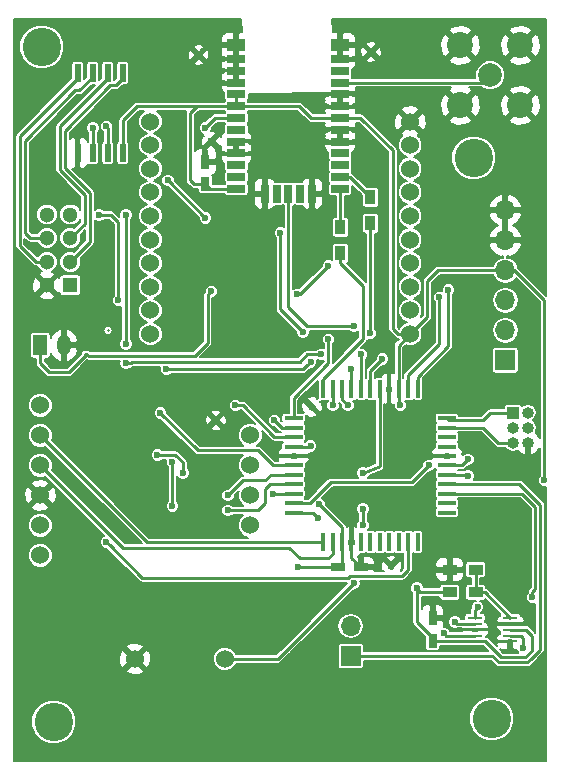
<source format=gbr>
G04 #@! TF.FileFunction,Copper,L2,Bot,Signal*
%FSLAX46Y46*%
G04 Gerber Fmt 4.6, Leading zero omitted, Abs format (unit mm)*
G04 Created by KiCad (PCBNEW 4.0.6) date Wed Dec 27 21:20:59 2017*
%MOMM*%
%LPD*%
G01*
G04 APERTURE LIST*
%ADD10C,0.128000*%
%ADD11C,1.524000*%
%ADD12R,0.550000X1.500000*%
%ADD13R,0.400000X1.500000*%
%ADD14R,1.500000X0.400000*%
%ADD15R,1.250000X0.270000*%
%ADD16R,0.700000X1.500000*%
%ADD17R,1.500000X0.700000*%
%ADD18R,1.500000X1.000000*%
%ADD19R,1.000000X1.000000*%
%ADD20O,1.000000X1.000000*%
%ADD21R,1.700000X1.700000*%
%ADD22O,1.700000X1.700000*%
%ADD23R,1.200000X0.750000*%
%ADD24R,0.750000X1.200000*%
%ADD25R,1.200000X0.900000*%
%ADD26R,1.300000X1.300000*%
%ADD27C,1.300000*%
%ADD28C,2.200000*%
%ADD29C,2.000000*%
%ADD30R,0.900000X1.200000*%
%ADD31C,0.600000*%
%ADD32R,1.200000X1.700000*%
%ADD33O,1.200000X1.700000*%
%ADD34C,3.250000*%
%ADD35C,0.250000*%
%ADD36C,0.180000*%
G04 APERTURE END LIST*
D10*
D11*
X145161000Y-110363000D03*
X152781000Y-110363000D03*
D12*
X144145000Y-60735000D03*
X144145000Y-67535000D03*
X142875000Y-60735000D03*
X142875000Y-67535000D03*
X141605000Y-60735000D03*
X141605000Y-67535000D03*
X140335000Y-60735000D03*
X140335000Y-67535000D03*
D13*
X169100000Y-100480000D03*
X168300000Y-100480000D03*
X167500000Y-100480000D03*
X166700000Y-100480000D03*
X165900000Y-100480000D03*
X165100000Y-100480000D03*
X164300000Y-100480000D03*
X163500000Y-100480000D03*
X162700000Y-100480000D03*
X161900000Y-100480000D03*
X161100000Y-100480000D03*
D14*
X158600000Y-97980000D03*
X158600000Y-97180000D03*
X158600000Y-96380000D03*
X158600000Y-95580000D03*
X158600000Y-94780000D03*
X158600000Y-93980000D03*
X158600000Y-93180000D03*
X158600000Y-92380000D03*
X158600000Y-91580000D03*
X158600000Y-90780000D03*
X158600000Y-89980000D03*
D13*
X161100000Y-87480000D03*
X161900000Y-87480000D03*
X162700000Y-87480000D03*
X163500000Y-87480000D03*
X164300000Y-87480000D03*
X165100000Y-87480000D03*
X165900000Y-87480000D03*
X166700000Y-87480000D03*
X167500000Y-87480000D03*
X168300000Y-87480000D03*
X169100000Y-87480000D03*
D14*
X171600000Y-89980000D03*
X171600000Y-90780000D03*
X171600000Y-91580000D03*
X171600000Y-92380000D03*
X171600000Y-93180000D03*
X171600000Y-93980000D03*
X171600000Y-94780000D03*
X171600000Y-95580000D03*
X171600000Y-96380000D03*
X171600000Y-97180000D03*
X171600000Y-97980000D03*
D15*
X176950500Y-108886500D03*
X173950500Y-108886500D03*
X176950500Y-108386500D03*
X173950500Y-108386500D03*
X176950500Y-107886500D03*
X173950500Y-107886500D03*
X176950500Y-107386500D03*
X173950500Y-107386500D03*
X176950500Y-106886500D03*
X173950500Y-106886500D03*
D16*
X160160000Y-70970000D03*
D17*
X153760000Y-70570000D03*
X153760000Y-69570000D03*
X153760000Y-68570000D03*
X153760000Y-67570000D03*
X153760000Y-66570000D03*
X153760000Y-65570000D03*
X153760000Y-64570000D03*
X153760000Y-63570000D03*
X153760000Y-62570000D03*
X153760000Y-61570000D03*
X153760000Y-60570000D03*
X153760000Y-59570000D03*
D18*
X153760000Y-58420000D03*
X162560000Y-58420000D03*
D17*
X162560000Y-59570000D03*
X162560000Y-60570000D03*
X162560000Y-61570000D03*
X162560000Y-62570000D03*
X162560000Y-63570000D03*
X162560000Y-64570000D03*
X162560000Y-65570000D03*
X162560000Y-66570000D03*
X162560000Y-67570000D03*
X162560000Y-68570000D03*
X162560000Y-69570000D03*
X162560000Y-70570000D03*
D16*
X159160000Y-70970000D03*
X158160000Y-70970000D03*
X157160000Y-70970000D03*
X156160000Y-70970000D03*
D11*
X168478200Y-82864960D03*
X168478200Y-80863440D03*
X168478200Y-78864460D03*
X168478200Y-76862940D03*
X168478200Y-74863960D03*
X168478200Y-72864980D03*
X168478200Y-70863460D03*
X168478200Y-68864480D03*
X168478200Y-66862960D03*
X168478200Y-64863980D03*
X146481800Y-64863980D03*
X146481800Y-66862960D03*
X146481800Y-68864480D03*
X146481800Y-70863460D03*
X146481800Y-72864980D03*
X146481800Y-74863960D03*
X146481800Y-76862940D03*
X146481800Y-78864460D03*
X146481800Y-80863440D03*
X146481800Y-82864960D03*
D19*
X177165000Y-89535000D03*
D20*
X178435000Y-89535000D03*
X177165000Y-90805000D03*
X178435000Y-90805000D03*
X177165000Y-92075000D03*
X178435000Y-92075000D03*
D21*
X176530000Y-85090000D03*
D22*
X176530000Y-82550000D03*
X176530000Y-80010000D03*
X176530000Y-77470000D03*
X176530000Y-74930000D03*
X176530000Y-72390000D03*
D23*
X162372000Y-102616000D03*
X164272000Y-102616000D03*
D24*
X170370500Y-108836500D03*
X170370500Y-106936500D03*
D25*
X171810500Y-104711500D03*
X174010500Y-104711500D03*
X174010500Y-102806500D03*
X171810500Y-102806500D03*
D11*
X137160000Y-101600000D03*
X137160000Y-99060000D03*
X137160000Y-96520000D03*
X137160000Y-93980000D03*
X137160000Y-91440000D03*
X137160000Y-88900000D03*
X154940000Y-91440000D03*
X154940000Y-93980000D03*
X154940000Y-96520000D03*
X154940000Y-99060000D03*
D26*
X139700000Y-78740000D03*
D27*
X139700000Y-76740000D03*
X139700000Y-74740000D03*
X139700000Y-72740000D03*
X137700000Y-78740000D03*
X137700000Y-76740000D03*
X137700000Y-74740000D03*
X137700000Y-72740000D03*
D28*
X172720000Y-63500000D03*
X172720000Y-58420000D03*
X177800000Y-58420000D03*
X177800000Y-63500000D03*
D29*
X175260000Y-60960000D03*
D30*
X165100000Y-71290000D03*
X165100000Y-73490000D03*
X162560000Y-73830000D03*
X162560000Y-76030000D03*
D24*
X151130000Y-70165000D03*
X151130000Y-68265000D03*
D31*
X152019000Y-90170000D03*
X165163500Y-58991500D03*
X150558500Y-59245500D03*
D21*
X163449000Y-110109000D03*
D22*
X163449000Y-107569000D03*
D32*
X137160000Y-83820000D03*
D33*
X139160000Y-83820000D03*
D31*
X166878000Y-102489000D03*
X151638000Y-66548000D03*
X160147000Y-89027000D03*
D34*
X138303000Y-115697000D03*
X173863000Y-67945000D03*
X137287000Y-58547000D03*
X175387000Y-115443000D03*
D31*
X151638000Y-79247998D03*
X173355000Y-94869000D03*
X179832000Y-95250000D03*
X160782000Y-97282000D03*
X160039021Y-92329000D03*
X159004000Y-102616000D03*
X167640000Y-88900000D03*
X174180500Y-105981500D03*
X147955000Y-69850000D03*
X151130000Y-73025000D03*
X151130000Y-65405000D03*
X153670000Y-88900000D03*
X165099998Y-82804000D03*
X161543998Y-83312000D03*
X166116000Y-84963000D03*
X163703000Y-82169000D03*
X173355000Y-93472000D03*
X159385000Y-82677000D03*
X169037000Y-104374979D03*
X157480000Y-74295000D03*
X161925000Y-88900000D03*
X163195000Y-88900000D03*
X160655000Y-98425000D03*
X170053000Y-93980000D03*
X178054000Y-109474000D03*
X158877000Y-79502000D03*
X161544000Y-77089000D03*
X172275500Y-107251500D03*
X171323000Y-108204000D03*
X170942000Y-79756000D03*
X142748000Y-65278000D03*
X171704004Y-79121000D03*
X141605000Y-65405000D03*
X156972000Y-90170000D03*
X142748000Y-100457000D03*
X149225000Y-94615000D03*
X147066000Y-93091000D03*
X156845000Y-96393002D03*
X148336001Y-97408999D03*
X148336000Y-93726000D03*
X153035000Y-97790000D03*
X153035000Y-96520000D03*
X147320000Y-89535000D03*
X144399000Y-85314010D03*
X142113000Y-72771000D03*
X143764000Y-80010000D03*
X160909000Y-84582000D03*
X164338000Y-84582000D03*
X144399002Y-83693000D03*
X160039021Y-85217000D03*
X163449000Y-85852000D03*
X147828000Y-85852000D03*
X144399000Y-72771000D03*
X163703000Y-103944968D03*
X164465000Y-97663000D03*
X164465000Y-99060000D03*
X164465000Y-94615000D03*
X178816000Y-105156000D03*
D35*
X142875000Y-82550000D02*
X142875000Y-82550000D01*
X150241000Y-84709000D02*
X151338001Y-83611999D01*
X141097000Y-84582000D02*
X141224000Y-84709000D01*
X141224000Y-84709000D02*
X150241000Y-84709000D01*
X151338001Y-83611999D02*
X151338001Y-79547997D01*
X151338001Y-79547997D02*
X151638000Y-79247998D01*
X137160000Y-83820000D02*
X137160000Y-85344000D01*
X139573000Y-86106000D02*
X141097000Y-84582000D01*
X137922000Y-86106000D02*
X139573000Y-86106000D01*
X137160000Y-85344000D02*
X137922000Y-86106000D01*
X140970000Y-84582000D02*
X141097000Y-84582000D01*
X163500000Y-100480000D02*
X163500000Y-101844000D01*
X163500000Y-101844000D02*
X164272000Y-102616000D01*
X173266000Y-94780000D02*
X171600000Y-94780000D01*
X173355000Y-94869000D02*
X173266000Y-94780000D01*
X173355000Y-94869000D02*
X173355000Y-94869000D01*
X179832000Y-94825736D02*
X179832000Y-95250000D01*
X177292000Y-77470000D02*
X179832000Y-80010000D01*
X170815000Y-77470000D02*
X177292000Y-77470000D01*
X169926000Y-78359000D02*
X170815000Y-77470000D01*
X169926000Y-81417160D02*
X169926000Y-78359000D01*
X179832000Y-80010000D02*
X179832000Y-94825736D01*
X168478200Y-82864960D02*
X169926000Y-81417160D01*
X162700000Y-99200000D02*
X161081999Y-97581999D01*
X162700000Y-100480000D02*
X162700000Y-99200000D01*
X161081999Y-97581999D02*
X160782000Y-97282000D01*
X158600000Y-92380000D02*
X159988021Y-92380000D01*
X159988021Y-92380000D02*
X160039021Y-92329000D01*
X162372000Y-102616000D02*
X161522000Y-102616000D01*
X161522000Y-102616000D02*
X159004000Y-102616000D01*
X162372000Y-102616000D02*
X162700000Y-102288000D01*
X162700000Y-102288000D02*
X162700000Y-100480000D01*
X168478200Y-82864960D02*
X167500000Y-83843160D01*
X167500000Y-83843160D02*
X167500000Y-87480000D01*
X153760000Y-63570000D02*
X159074000Y-63570000D01*
X160074000Y-64570000D02*
X162560000Y-64570000D01*
X159074000Y-63570000D02*
X160074000Y-64570000D01*
X168478200Y-82864960D02*
X167446960Y-82864960D01*
X167446960Y-82864960D02*
X167005000Y-82423000D01*
X167005000Y-82423000D02*
X167005000Y-67310000D01*
X167005000Y-67310000D02*
X164265000Y-64570000D01*
X164265000Y-64570000D02*
X162560000Y-64570000D01*
X153760000Y-62570000D02*
X153760000Y-63570000D01*
X151130000Y-70165000D02*
X150175000Y-70165000D01*
X149860000Y-64135000D02*
X150425000Y-63570000D01*
X149860000Y-69850000D02*
X149860000Y-64135000D01*
X150175000Y-70165000D02*
X149860000Y-69850000D01*
X153760000Y-70570000D02*
X151535000Y-70570000D01*
X151535000Y-70570000D02*
X151130000Y-70165000D01*
X167500000Y-87480000D02*
X167500000Y-88760000D01*
X167500000Y-88760000D02*
X167640000Y-88900000D01*
X144145000Y-66900000D02*
X144145000Y-64770000D01*
X144145000Y-64770000D02*
X145345000Y-63570000D01*
X145345000Y-63570000D02*
X150425000Y-63570000D01*
X150425000Y-63570000D02*
X153760000Y-63570000D01*
X173950500Y-106886500D02*
X173950500Y-106211500D01*
X173950500Y-106211500D02*
X174180500Y-105981500D01*
X151130000Y-73025000D02*
X147955000Y-69850000D01*
X153760000Y-64570000D02*
X151965000Y-64570000D01*
X151965000Y-64570000D02*
X151130000Y-65405000D01*
X153670000Y-88900000D02*
X154305000Y-88900000D01*
X154305000Y-88900000D02*
X156972000Y-91567000D01*
X156972000Y-91567000D02*
X158460000Y-91567000D01*
X158600000Y-89980000D02*
X158600000Y-88288000D01*
X158600000Y-88288000D02*
X161543998Y-85344002D01*
X161543998Y-85344002D02*
X161543998Y-83736264D01*
X161543998Y-83736264D02*
X161543998Y-83312000D01*
X165100000Y-82803998D02*
X165099998Y-82804000D01*
X165100000Y-73490000D02*
X165100000Y-82803998D01*
X162560000Y-76030000D02*
X162560000Y-76880000D01*
X162560000Y-76880000D02*
X164465000Y-78785000D01*
X164465000Y-78785000D02*
X164465000Y-83312000D01*
X164465000Y-83312000D02*
X161100000Y-86677000D01*
X161100000Y-86677000D02*
X161100000Y-87480000D01*
X163278736Y-82169000D02*
X163703000Y-82169000D01*
X159772404Y-82169000D02*
X163278736Y-82169000D01*
X158160000Y-80556596D02*
X159772404Y-82169000D01*
X158160000Y-70970000D02*
X158160000Y-80556596D01*
X165100000Y-85979000D02*
X165100000Y-87480000D01*
X166116000Y-84963000D02*
X165100000Y-85979000D01*
X173055001Y-93771999D02*
X173355000Y-93472000D01*
X172847000Y-93980000D02*
X173055001Y-93771999D01*
X171600000Y-93980000D02*
X172847000Y-93980000D01*
X176175000Y-110236000D02*
X174825500Y-108886500D01*
X178752500Y-108394500D02*
X178752500Y-109691374D01*
X178752500Y-109691374D02*
X178207874Y-110236000D01*
X178244500Y-107886500D02*
X178752500Y-108394500D01*
X176950500Y-107886500D02*
X178244500Y-107886500D01*
X174825500Y-108886500D02*
X173950500Y-108886500D01*
X178207874Y-110236000D02*
X176175000Y-110236000D01*
X159085001Y-82377001D02*
X159385000Y-82677000D01*
X157480000Y-80772000D02*
X159085001Y-82377001D01*
X157480000Y-74295000D02*
X157480000Y-80772000D01*
X170370500Y-108611500D02*
X169037000Y-107278000D01*
X169373521Y-104711500D02*
X169336999Y-104674978D01*
X169037000Y-107278000D02*
X169037000Y-104799243D01*
X169037000Y-104799243D02*
X169037000Y-104374979D01*
X171810500Y-104711500D02*
X169373521Y-104711500D01*
X169336999Y-104674978D02*
X169037000Y-104374979D01*
X170370500Y-108836500D02*
X170370500Y-108611500D01*
X171640500Y-108836500D02*
X170685500Y-108836500D01*
X170685500Y-108836500D02*
X170370500Y-108521500D01*
X173950500Y-108886500D02*
X171690500Y-108886500D01*
X171690500Y-108886500D02*
X171640500Y-108836500D01*
X161900000Y-88875000D02*
X161925000Y-88900000D01*
X161900000Y-87480000D02*
X161900000Y-88875000D01*
X162700000Y-87480000D02*
X162700000Y-88405000D01*
X162700000Y-88405000D02*
X163195000Y-88900000D01*
X177165000Y-89535000D02*
X175260000Y-89535000D01*
X175260000Y-89535000D02*
X174625000Y-90170000D01*
X174625000Y-90170000D02*
X171790000Y-90170000D01*
X171790000Y-90170000D02*
X171600000Y-89980000D01*
X171600000Y-90780000D02*
X174600000Y-90780000D01*
X174600000Y-90780000D02*
X175895000Y-92075000D01*
X175895000Y-92075000D02*
X177165000Y-92075000D01*
X160655000Y-98425000D02*
X160210000Y-97980000D01*
X160210000Y-97980000D02*
X158600000Y-97980000D01*
X168610001Y-95422999D02*
X169753001Y-94279999D01*
X161745599Y-95422999D02*
X168610001Y-95422999D01*
X158600000Y-97180000D02*
X159988598Y-97180000D01*
X169753001Y-94279999D02*
X170053000Y-93980000D01*
X159988598Y-97180000D02*
X161745599Y-95422999D01*
X178054000Y-109049736D02*
X178054000Y-109474000D01*
X176950500Y-108386500D02*
X177825500Y-108386500D01*
X177825500Y-108386500D02*
X178054000Y-108615000D01*
X178054000Y-108615000D02*
X178054000Y-109049736D01*
X159131000Y-79502000D02*
X158877000Y-79502000D01*
X161544000Y-77089000D02*
X159131000Y-79502000D01*
X174010500Y-104711500D02*
X174010500Y-102806500D01*
X174010500Y-104711500D02*
X174775500Y-104711500D01*
X174775500Y-104711500D02*
X176950500Y-106886500D01*
X172410500Y-107386500D02*
X172275500Y-107251500D01*
X172410500Y-107386500D02*
X173950500Y-107386500D01*
X171505500Y-108386500D02*
X173950500Y-108386500D01*
X171323000Y-108204000D02*
X171505500Y-108386500D01*
X170942000Y-83693000D02*
X170942000Y-80180264D01*
X168300000Y-86335000D02*
X170942000Y-83693000D01*
X168300000Y-87480000D02*
X168300000Y-86335000D01*
X170942000Y-80180264D02*
X170942000Y-79756000D01*
X142875000Y-65405000D02*
X142875000Y-67535000D01*
X142748000Y-65278000D02*
X142875000Y-65405000D01*
X169100000Y-87480000D02*
X169100000Y-86480000D01*
X169100000Y-86480000D02*
X171704000Y-83876000D01*
X171704000Y-83876000D02*
X171704000Y-79121004D01*
X171704000Y-79121004D02*
X171704004Y-79121000D01*
X141605000Y-65405000D02*
X141605000Y-67535000D01*
X158600000Y-90780000D02*
X157582000Y-90780000D01*
X157582000Y-90780000D02*
X156972000Y-90170000D01*
X161900000Y-100480000D02*
X161900000Y-101480000D01*
X161900000Y-101480000D02*
X161526000Y-101854000D01*
X158248402Y-100965000D02*
X144145000Y-100965000D01*
X161526000Y-101854000D02*
X159137402Y-101854000D01*
X159137402Y-101854000D02*
X158248402Y-100965000D01*
X144145000Y-100965000D02*
X137921999Y-94741999D01*
X137921999Y-94741999D02*
X137160000Y-93980000D01*
X161100000Y-100480000D02*
X146200000Y-100480000D01*
X146200000Y-100480000D02*
X137160000Y-91440000D01*
X143047999Y-100756999D02*
X142748000Y-100457000D01*
X145796000Y-103505000D02*
X143047999Y-100756999D01*
X163412599Y-103339967D02*
X163247566Y-103505000D01*
X167805033Y-103339967D02*
X163412599Y-103339967D01*
X168300000Y-102845000D02*
X167805033Y-103339967D01*
X163247566Y-103505000D02*
X145796000Y-103505000D01*
X168300000Y-100480000D02*
X168300000Y-102845000D01*
X149225000Y-94190736D02*
X149225000Y-94615000D01*
X148596404Y-93091000D02*
X149225000Y-93719596D01*
X147066000Y-93091000D02*
X148596404Y-93091000D01*
X149225000Y-93719596D02*
X149225000Y-94190736D01*
X156858002Y-96380000D02*
X156845000Y-96393002D01*
X158600000Y-96380000D02*
X156858002Y-96380000D01*
X148336001Y-96984735D02*
X148336001Y-97408999D01*
X148336001Y-94150265D02*
X148336001Y-96984735D01*
X148336000Y-93726000D02*
X148336001Y-94150265D01*
X153459264Y-97790000D02*
X153035000Y-97790000D01*
X158600000Y-95580000D02*
X156635598Y-95580000D01*
X155575000Y-97790000D02*
X153459264Y-97790000D01*
X156635598Y-95580000D02*
X156210000Y-96005598D01*
X156210000Y-96005598D02*
X156210000Y-97155000D01*
X156210000Y-97155000D02*
X155575000Y-97790000D01*
X158600000Y-94780000D02*
X156680000Y-94780000D01*
X154305000Y-95250000D02*
X153035000Y-96520000D01*
X156210000Y-95250000D02*
X154305000Y-95250000D01*
X156680000Y-94780000D02*
X156210000Y-95250000D01*
X158600000Y-93980000D02*
X156845000Y-93980000D01*
X150495000Y-92710000D02*
X147320000Y-89535000D01*
X155575000Y-92710000D02*
X150495000Y-92710000D01*
X156845000Y-93980000D02*
X155575000Y-92710000D01*
X162560000Y-61570000D02*
X174650000Y-61570000D01*
X174650000Y-61570000D02*
X175260000Y-60960000D01*
X162560000Y-69570000D02*
X163380000Y-69570000D01*
X163380000Y-69570000D02*
X165100000Y-71290000D01*
X162560000Y-70570000D02*
X162560000Y-73830000D01*
X144823264Y-85314010D02*
X144399000Y-85314010D01*
X159766000Y-84582000D02*
X159131000Y-85217000D01*
X160909000Y-84582000D02*
X159766000Y-84582000D01*
X144920274Y-85217000D02*
X144823264Y-85314010D01*
X159131000Y-85217000D02*
X144920274Y-85217000D01*
X143764000Y-80010000D02*
X143764000Y-73406000D01*
X143764000Y-73406000D02*
X143129000Y-72771000D01*
X143129000Y-72771000D02*
X142113000Y-72771000D01*
X164300000Y-84620000D02*
X164338000Y-84582000D01*
X164300000Y-87480000D02*
X164300000Y-84620000D01*
X144399000Y-83692998D02*
X144399002Y-83693000D01*
X144399000Y-72771000D02*
X144399000Y-83692998D01*
X159404021Y-85852000D02*
X159739022Y-85516999D01*
X159739022Y-85516999D02*
X160039021Y-85217000D01*
X147828000Y-85852000D02*
X159404021Y-85852000D01*
X163500000Y-85903000D02*
X163449000Y-85852000D01*
X163500000Y-87480000D02*
X163500000Y-85903000D01*
X158046968Y-109601000D02*
X163403001Y-104244967D01*
X152781000Y-110363000D02*
X157284968Y-110363000D01*
X157284968Y-110363000D02*
X158046968Y-109601000D01*
X163403001Y-104244967D02*
X163703000Y-103944968D01*
X164465000Y-99060000D02*
X164465000Y-97663000D01*
X165900000Y-87480000D02*
X165900000Y-94069000D01*
X165900000Y-94069000D02*
X164465000Y-94615000D01*
X179451000Y-109601000D02*
X178689000Y-110363000D01*
X163449000Y-110109000D02*
X175439876Y-110109000D01*
X175439876Y-110109000D02*
X175996885Y-110666010D01*
X175996885Y-110666010D02*
X178385990Y-110666010D01*
X178385990Y-110666010D02*
X178689000Y-110363000D01*
X171600000Y-95580000D02*
X177722127Y-95580000D01*
X179500011Y-97357884D02*
X179500011Y-104655852D01*
X177722127Y-95580000D02*
X179500011Y-97357884D01*
X179500011Y-104655852D02*
X179451000Y-104704863D01*
X179451000Y-104704863D02*
X179451000Y-109601000D01*
X177914000Y-96380000D02*
X179070000Y-97536000D01*
X178816000Y-104731736D02*
X178816000Y-105156000D01*
X171600000Y-96380000D02*
X177914000Y-96380000D01*
X179070000Y-97536000D02*
X179070000Y-104477736D01*
X179070000Y-104477736D02*
X178816000Y-104731736D01*
X139241011Y-65638989D02*
X143089999Y-61790001D01*
X144145000Y-61210000D02*
X144145000Y-60735000D01*
X143564999Y-61790001D02*
X144145000Y-61210000D01*
X139700000Y-76740000D02*
X141351000Y-75089000D01*
X141351000Y-70892873D02*
X139241011Y-68782884D01*
X141351000Y-75089000D02*
X141351000Y-70892873D01*
X139241011Y-68782884D02*
X139241011Y-65638989D01*
X143089999Y-61790001D02*
X143564999Y-61790001D01*
X138811000Y-68961000D02*
X138811000Y-65274000D01*
X140920989Y-73519011D02*
X140920989Y-71070989D01*
X138811000Y-65274000D02*
X142875000Y-61210000D01*
X140920989Y-71070989D02*
X138811000Y-68961000D01*
X139700000Y-74740000D02*
X140920989Y-73519011D01*
X142875000Y-61210000D02*
X142875000Y-60735000D01*
X137700000Y-74740000D02*
X136308111Y-74740000D01*
X141605000Y-61087000D02*
X141605000Y-60735000D01*
X136308111Y-74740000D02*
X135851000Y-74282889D01*
X135851000Y-74282889D02*
X135851000Y-66489000D01*
X135851000Y-66489000D02*
X140110000Y-62230000D01*
X140110000Y-62230000D02*
X140462000Y-62230000D01*
X140462000Y-62230000D02*
X141605000Y-61087000D01*
X135420989Y-66124011D02*
X140335000Y-61210000D01*
X135420989Y-75380227D02*
X135420989Y-66124011D01*
X137700000Y-76740000D02*
X136780762Y-76740000D01*
X140335000Y-61210000D02*
X140335000Y-60735000D01*
X136780762Y-76740000D02*
X135420989Y-75380227D01*
D36*
G36*
X154224321Y-57322000D02*
X154073500Y-57322000D01*
X153924000Y-57471500D01*
X153924000Y-58256000D01*
X153944000Y-58256000D01*
X153944000Y-58584000D01*
X153924000Y-58584000D01*
X153924000Y-59406000D01*
X153944000Y-59406000D01*
X153944000Y-59734000D01*
X153924000Y-59734000D01*
X153924000Y-60406000D01*
X153944000Y-60406000D01*
X153944000Y-60734000D01*
X153924000Y-60734000D01*
X153924000Y-61406000D01*
X153944000Y-61406000D01*
X153944000Y-61734000D01*
X153924000Y-61734000D01*
X153924000Y-61754000D01*
X153596000Y-61754000D01*
X153596000Y-61734000D01*
X152561500Y-61734000D01*
X152412000Y-61883500D01*
X152412000Y-62038949D01*
X152503040Y-62258740D01*
X152671260Y-62426960D01*
X152734711Y-62453242D01*
X152734711Y-62920000D01*
X152753538Y-63020056D01*
X152785693Y-63070026D01*
X152756400Y-63112897D01*
X152743824Y-63175000D01*
X145345000Y-63175000D01*
X145193840Y-63205068D01*
X145065693Y-63290693D01*
X143865693Y-64490693D01*
X143780068Y-64618840D01*
X143750000Y-64770000D01*
X143750000Y-66541372D01*
X143678049Y-66587671D01*
X143616400Y-66677897D01*
X143594711Y-66785000D01*
X143594711Y-68285000D01*
X143613538Y-68385056D01*
X143672671Y-68476951D01*
X143762897Y-68538600D01*
X143870000Y-68560289D01*
X144420000Y-68560289D01*
X144520056Y-68541462D01*
X144611951Y-68482329D01*
X144673600Y-68392103D01*
X144695289Y-68285000D01*
X144695289Y-66785000D01*
X144676462Y-66684944D01*
X144617329Y-66593049D01*
X144540000Y-66540212D01*
X144540000Y-64933614D01*
X145508614Y-63965000D01*
X145955058Y-63965000D01*
X145897983Y-63988583D01*
X145607423Y-64278636D01*
X145449980Y-64657802D01*
X145449621Y-65068357D01*
X145606403Y-65447797D01*
X145896456Y-65738357D01*
X146198036Y-65863583D01*
X145897983Y-65987563D01*
X145607423Y-66277616D01*
X145449980Y-66656782D01*
X145449621Y-67067337D01*
X145606403Y-67446777D01*
X145896456Y-67737337D01*
X146201102Y-67863836D01*
X145897983Y-67989083D01*
X145607423Y-68279136D01*
X145449980Y-68658302D01*
X145449621Y-69068857D01*
X145606403Y-69448297D01*
X145896456Y-69738857D01*
X146198036Y-69864083D01*
X145897983Y-69988063D01*
X145607423Y-70278116D01*
X145449980Y-70657282D01*
X145449621Y-71067837D01*
X145606403Y-71447277D01*
X145896456Y-71737837D01*
X146201102Y-71864336D01*
X145897983Y-71989583D01*
X145607423Y-72279636D01*
X145449980Y-72658802D01*
X145449621Y-73069357D01*
X145606403Y-73448797D01*
X145896456Y-73739357D01*
X146198036Y-73864583D01*
X145897983Y-73988563D01*
X145607423Y-74278616D01*
X145449980Y-74657782D01*
X145449621Y-75068337D01*
X145606403Y-75447777D01*
X145896456Y-75738337D01*
X146198036Y-75863563D01*
X145897983Y-75987543D01*
X145607423Y-76277596D01*
X145449980Y-76656762D01*
X145449621Y-77067317D01*
X145606403Y-77446757D01*
X145896456Y-77737317D01*
X146201102Y-77863816D01*
X145897983Y-77989063D01*
X145607423Y-78279116D01*
X145449980Y-78658282D01*
X145449621Y-79068837D01*
X145606403Y-79448277D01*
X145896456Y-79738837D01*
X146198036Y-79864063D01*
X145897983Y-79988043D01*
X145607423Y-80278096D01*
X145449980Y-80657262D01*
X145449621Y-81067817D01*
X145606403Y-81447257D01*
X145896456Y-81737817D01*
X146201102Y-81864316D01*
X145897983Y-81989563D01*
X145607423Y-82279616D01*
X145449980Y-82658782D01*
X145449621Y-83069337D01*
X145606403Y-83448777D01*
X145896456Y-83739337D01*
X146275622Y-83896780D01*
X146686177Y-83897139D01*
X147065617Y-83740357D01*
X147356177Y-83450304D01*
X147513620Y-83071138D01*
X147513979Y-82660583D01*
X147357197Y-82281143D01*
X147067144Y-81990583D01*
X146762498Y-81864084D01*
X147065617Y-81738837D01*
X147356177Y-81448784D01*
X147513620Y-81069618D01*
X147513979Y-80659063D01*
X147357197Y-80279623D01*
X147067144Y-79989063D01*
X146765564Y-79863837D01*
X147065617Y-79739857D01*
X147356177Y-79449804D01*
X147513620Y-79070638D01*
X147513979Y-78660083D01*
X147357197Y-78280643D01*
X147067144Y-77990083D01*
X146762498Y-77863584D01*
X147065617Y-77738337D01*
X147356177Y-77448284D01*
X147513620Y-77069118D01*
X147513979Y-76658563D01*
X147357197Y-76279123D01*
X147067144Y-75988563D01*
X146765564Y-75863337D01*
X147065617Y-75739357D01*
X147356177Y-75449304D01*
X147513620Y-75070138D01*
X147513979Y-74659583D01*
X147357197Y-74280143D01*
X147067144Y-73989583D01*
X146765564Y-73864357D01*
X147065617Y-73740377D01*
X147356177Y-73450324D01*
X147513620Y-73071158D01*
X147513979Y-72660603D01*
X147357197Y-72281163D01*
X147067144Y-71990603D01*
X146762498Y-71864104D01*
X147065617Y-71738857D01*
X147356177Y-71448804D01*
X147513620Y-71069638D01*
X147513979Y-70659083D01*
X147357197Y-70279643D01*
X147067144Y-69989083D01*
X147004047Y-69962883D01*
X147384901Y-69962883D01*
X147471496Y-70172457D01*
X147631699Y-70332941D01*
X147841123Y-70419901D01*
X147966396Y-70420010D01*
X150560009Y-73013623D01*
X150559901Y-73137883D01*
X150646496Y-73347457D01*
X150806699Y-73507941D01*
X151016123Y-73594901D01*
X151242883Y-73595099D01*
X151452457Y-73508504D01*
X151612941Y-73348301D01*
X151699901Y-73138877D01*
X151700099Y-72912117D01*
X151613504Y-72702543D01*
X151453301Y-72542059D01*
X151243877Y-72455099D01*
X151118604Y-72454990D01*
X149947114Y-71283500D01*
X155212000Y-71283500D01*
X155212000Y-71838950D01*
X155303040Y-72058740D01*
X155471260Y-72226960D01*
X155691051Y-72318000D01*
X155846500Y-72318000D01*
X155996000Y-72168500D01*
X155996000Y-71134000D01*
X155361500Y-71134000D01*
X155212000Y-71283500D01*
X149947114Y-71283500D01*
X148524991Y-69861377D01*
X148525099Y-69737117D01*
X148438504Y-69527543D01*
X148278301Y-69367059D01*
X148068877Y-69280099D01*
X147842117Y-69279901D01*
X147632543Y-69366496D01*
X147472059Y-69526699D01*
X147385099Y-69736123D01*
X147384901Y-69962883D01*
X147004047Y-69962883D01*
X146765564Y-69863857D01*
X147065617Y-69739877D01*
X147356177Y-69449824D01*
X147513620Y-69070658D01*
X147513979Y-68660103D01*
X147357197Y-68280663D01*
X147067144Y-67990103D01*
X146762498Y-67863604D01*
X147065617Y-67738357D01*
X147356177Y-67448304D01*
X147513620Y-67069138D01*
X147513979Y-66658583D01*
X147357197Y-66279143D01*
X147067144Y-65988583D01*
X146765564Y-65863357D01*
X147065617Y-65739377D01*
X147356177Y-65449324D01*
X147513620Y-65070158D01*
X147513979Y-64659603D01*
X147357197Y-64280163D01*
X147067144Y-63989603D01*
X147007893Y-63965000D01*
X149507656Y-63965000D01*
X149495068Y-63983840D01*
X149465000Y-64135000D01*
X149465000Y-69850000D01*
X149495068Y-70001160D01*
X149580693Y-70129307D01*
X149895693Y-70444307D01*
X150023840Y-70529932D01*
X150175000Y-70560000D01*
X150479711Y-70560000D01*
X150479711Y-70765000D01*
X150498538Y-70865056D01*
X150557671Y-70956951D01*
X150647897Y-71018600D01*
X150755000Y-71040289D01*
X151505000Y-71040289D01*
X151605056Y-71021462D01*
X151692800Y-70965000D01*
X152743178Y-70965000D01*
X152753538Y-71020056D01*
X152812671Y-71111951D01*
X152902897Y-71173600D01*
X153010000Y-71195289D01*
X154510000Y-71195289D01*
X154610056Y-71176462D01*
X154701951Y-71117329D01*
X154763600Y-71027103D01*
X154785289Y-70920000D01*
X154785289Y-70220000D01*
X154766462Y-70119944D01*
X154754304Y-70101050D01*
X155212000Y-70101050D01*
X155212000Y-70656500D01*
X155361500Y-70806000D01*
X155996000Y-70806000D01*
X155996000Y-69771500D01*
X155846500Y-69622000D01*
X155691051Y-69622000D01*
X155471260Y-69713040D01*
X155303040Y-69881260D01*
X155212000Y-70101050D01*
X154754304Y-70101050D01*
X154734307Y-70069974D01*
X154763600Y-70027103D01*
X154785289Y-69920000D01*
X154785289Y-69220000D01*
X154766462Y-69119944D01*
X154734307Y-69069974D01*
X154763600Y-69027103D01*
X154785289Y-68920000D01*
X154785289Y-68453242D01*
X154848740Y-68426960D01*
X155016960Y-68258740D01*
X155108000Y-68038949D01*
X155108000Y-67883500D01*
X154958500Y-67734000D01*
X153924000Y-67734000D01*
X153924000Y-67754000D01*
X153596000Y-67754000D01*
X153596000Y-67734000D01*
X152561500Y-67734000D01*
X152412000Y-67883500D01*
X152412000Y-68038949D01*
X152503040Y-68258740D01*
X152671260Y-68426960D01*
X152734711Y-68453242D01*
X152734711Y-68920000D01*
X152753538Y-69020056D01*
X152785693Y-69070026D01*
X152756400Y-69112897D01*
X152734711Y-69220000D01*
X152734711Y-69920000D01*
X152753538Y-70020056D01*
X152785693Y-70070026D01*
X152756400Y-70112897D01*
X152743824Y-70175000D01*
X151780289Y-70175000D01*
X151780289Y-69565000D01*
X151761462Y-69464944D01*
X151731535Y-69418437D01*
X151843740Y-69371960D01*
X152011960Y-69203740D01*
X152103000Y-68983950D01*
X152103000Y-68578500D01*
X151953500Y-68429000D01*
X151294000Y-68429000D01*
X151294000Y-68449000D01*
X150966000Y-68449000D01*
X150966000Y-68429000D01*
X150946000Y-68429000D01*
X150946000Y-68101000D01*
X150966000Y-68101000D01*
X150966000Y-67216500D01*
X150934791Y-67185291D01*
X151212841Y-67185291D01*
X151228452Y-67366890D01*
X151294000Y-67384848D01*
X151294000Y-68101000D01*
X151953500Y-68101000D01*
X152103000Y-67951500D01*
X152103000Y-67546050D01*
X152031537Y-67373522D01*
X152047548Y-67366890D01*
X152063159Y-67185291D01*
X151638000Y-66760132D01*
X151212841Y-67185291D01*
X150934791Y-67185291D01*
X150816500Y-67067000D01*
X150636051Y-67067000D01*
X150416260Y-67158040D01*
X150255000Y-67319300D01*
X150255000Y-64298614D01*
X150588614Y-63965000D01*
X152743178Y-63965000D01*
X152753538Y-64020056D01*
X152785693Y-64070026D01*
X152756400Y-64112897D01*
X152743824Y-64175000D01*
X151965000Y-64175000D01*
X151813840Y-64205068D01*
X151685693Y-64290693D01*
X151141377Y-64835009D01*
X151017117Y-64834901D01*
X150807543Y-64921496D01*
X150647059Y-65081699D01*
X150560099Y-65291123D01*
X150559901Y-65517883D01*
X150646496Y-65727457D01*
X150806699Y-65887941D01*
X150947319Y-65946331D01*
X150875858Y-66017792D01*
X150982475Y-66124409D01*
X150819110Y-66138452D01*
X150724717Y-66483002D01*
X150769362Y-66837448D01*
X150819110Y-66957548D01*
X151000709Y-66973159D01*
X151425868Y-66548000D01*
X151401826Y-66523958D01*
X151613958Y-66311826D01*
X151638000Y-66335868D01*
X152063159Y-65910709D01*
X152047548Y-65729110D01*
X151702998Y-65634717D01*
X151648975Y-65641522D01*
X151699901Y-65518877D01*
X151700010Y-65393604D01*
X152128614Y-64965000D01*
X152743178Y-64965000D01*
X152753538Y-65020056D01*
X152785693Y-65070026D01*
X152756400Y-65112897D01*
X152734711Y-65220000D01*
X152734711Y-65686758D01*
X152671260Y-65713040D01*
X152503040Y-65881260D01*
X152412000Y-66101051D01*
X152412000Y-66134593D01*
X152275291Y-66122841D01*
X151850132Y-66548000D01*
X152275291Y-66973159D01*
X152412000Y-66961407D01*
X152412000Y-67038949D01*
X152424862Y-67070000D01*
X152412000Y-67101051D01*
X152412000Y-67256500D01*
X152561500Y-67406000D01*
X152650300Y-67406000D01*
X152671260Y-67426960D01*
X152891050Y-67518000D01*
X153446500Y-67518000D01*
X153558500Y-67406000D01*
X153596000Y-67406000D01*
X153596000Y-66734000D01*
X153924000Y-66734000D01*
X153924000Y-67406000D01*
X153961500Y-67406000D01*
X154073500Y-67518000D01*
X154628950Y-67518000D01*
X154848740Y-67426960D01*
X154869700Y-67406000D01*
X154958500Y-67406000D01*
X155108000Y-67256500D01*
X155108000Y-67101051D01*
X155095138Y-67070000D01*
X155108000Y-67038949D01*
X155108000Y-66883500D01*
X161212000Y-66883500D01*
X161212000Y-67038949D01*
X161303040Y-67258740D01*
X161471260Y-67426960D01*
X161534711Y-67453242D01*
X161534711Y-67920000D01*
X161553538Y-68020056D01*
X161585693Y-68070026D01*
X161556400Y-68112897D01*
X161534711Y-68220000D01*
X161534711Y-68920000D01*
X161553538Y-69020056D01*
X161585693Y-69070026D01*
X161556400Y-69112897D01*
X161534711Y-69220000D01*
X161534711Y-69920000D01*
X161553538Y-70020056D01*
X161585693Y-70070026D01*
X161556400Y-70112897D01*
X161534711Y-70220000D01*
X161534711Y-70920000D01*
X161553538Y-71020056D01*
X161612671Y-71111951D01*
X161702897Y-71173600D01*
X161810000Y-71195289D01*
X162165000Y-71195289D01*
X162165000Y-72954711D01*
X162110000Y-72954711D01*
X162009944Y-72973538D01*
X161918049Y-73032671D01*
X161856400Y-73122897D01*
X161834711Y-73230000D01*
X161834711Y-74430000D01*
X161853538Y-74530056D01*
X161912671Y-74621951D01*
X162002897Y-74683600D01*
X162110000Y-74705289D01*
X163010000Y-74705289D01*
X163110056Y-74686462D01*
X163201951Y-74627329D01*
X163263600Y-74537103D01*
X163285289Y-74430000D01*
X163285289Y-73230000D01*
X163266462Y-73129944D01*
X163207329Y-73038049D01*
X163117103Y-72976400D01*
X163010000Y-72954711D01*
X162955000Y-72954711D01*
X162955000Y-71195289D01*
X163310000Y-71195289D01*
X163410056Y-71176462D01*
X163501951Y-71117329D01*
X163563600Y-71027103D01*
X163585289Y-70920000D01*
X163585289Y-70333903D01*
X164374711Y-71123325D01*
X164374711Y-71890000D01*
X164393538Y-71990056D01*
X164452671Y-72081951D01*
X164542897Y-72143600D01*
X164650000Y-72165289D01*
X165550000Y-72165289D01*
X165650056Y-72146462D01*
X165741951Y-72087329D01*
X165803600Y-71997103D01*
X165825289Y-71890000D01*
X165825289Y-70690000D01*
X165806462Y-70589944D01*
X165747329Y-70498049D01*
X165657103Y-70436400D01*
X165550000Y-70414711D01*
X164783325Y-70414711D01*
X163659307Y-69290693D01*
X163585289Y-69241236D01*
X163585289Y-69220000D01*
X163566462Y-69119944D01*
X163534307Y-69069974D01*
X163563600Y-69027103D01*
X163585289Y-68920000D01*
X163585289Y-68220000D01*
X163566462Y-68119944D01*
X163534307Y-68069974D01*
X163563600Y-68027103D01*
X163585289Y-67920000D01*
X163585289Y-67453242D01*
X163648740Y-67426960D01*
X163816960Y-67258740D01*
X163908000Y-67038949D01*
X163908000Y-66883500D01*
X163758500Y-66734000D01*
X162724000Y-66734000D01*
X162724000Y-66754000D01*
X162396000Y-66754000D01*
X162396000Y-66734000D01*
X161361500Y-66734000D01*
X161212000Y-66883500D01*
X155108000Y-66883500D01*
X154958500Y-66734000D01*
X154869700Y-66734000D01*
X154848740Y-66713040D01*
X154628950Y-66622000D01*
X154073500Y-66622000D01*
X153961500Y-66734000D01*
X153924000Y-66734000D01*
X153596000Y-66734000D01*
X153576000Y-66734000D01*
X153576000Y-66406000D01*
X153596000Y-66406000D01*
X153596000Y-66386000D01*
X153924000Y-66386000D01*
X153924000Y-66406000D01*
X154958500Y-66406000D01*
X155108000Y-66256500D01*
X155108000Y-66101051D01*
X155017888Y-65883500D01*
X161212000Y-65883500D01*
X161212000Y-66038949D01*
X161224862Y-66070000D01*
X161212000Y-66101051D01*
X161212000Y-66256500D01*
X161361500Y-66406000D01*
X161450300Y-66406000D01*
X161471260Y-66426960D01*
X161691050Y-66518000D01*
X162246500Y-66518000D01*
X162358500Y-66406000D01*
X162396000Y-66406000D01*
X162396000Y-65734000D01*
X162724000Y-65734000D01*
X162724000Y-66406000D01*
X162761500Y-66406000D01*
X162873500Y-66518000D01*
X163428950Y-66518000D01*
X163648740Y-66426960D01*
X163669700Y-66406000D01*
X163758500Y-66406000D01*
X163908000Y-66256500D01*
X163908000Y-66101051D01*
X163895138Y-66070000D01*
X163908000Y-66038949D01*
X163908000Y-65883500D01*
X163758500Y-65734000D01*
X163669700Y-65734000D01*
X163648740Y-65713040D01*
X163428950Y-65622000D01*
X162873500Y-65622000D01*
X162761500Y-65734000D01*
X162724000Y-65734000D01*
X162396000Y-65734000D01*
X162358500Y-65734000D01*
X162246500Y-65622000D01*
X161691050Y-65622000D01*
X161471260Y-65713040D01*
X161450300Y-65734000D01*
X161361500Y-65734000D01*
X161212000Y-65883500D01*
X155017888Y-65883500D01*
X155016960Y-65881260D01*
X154848740Y-65713040D01*
X154785289Y-65686758D01*
X154785289Y-65220000D01*
X154766462Y-65119944D01*
X154734307Y-65069974D01*
X154763600Y-65027103D01*
X154785289Y-64920000D01*
X154785289Y-64220000D01*
X154766462Y-64119944D01*
X154734307Y-64069974D01*
X154763600Y-64027103D01*
X154776176Y-63965000D01*
X158910386Y-63965000D01*
X159794693Y-64849307D01*
X159922840Y-64934932D01*
X160074000Y-64965000D01*
X161268354Y-64965000D01*
X161212000Y-65101051D01*
X161212000Y-65256500D01*
X161361500Y-65406000D01*
X162396000Y-65406000D01*
X162396000Y-65386000D01*
X162724000Y-65386000D01*
X162724000Y-65406000D01*
X163758500Y-65406000D01*
X163908000Y-65256500D01*
X163908000Y-65101051D01*
X163851646Y-64965000D01*
X164101386Y-64965000D01*
X166610000Y-67473614D01*
X166610000Y-82423000D01*
X166640068Y-82574160D01*
X166725693Y-82702307D01*
X167167653Y-83144267D01*
X167295800Y-83229892D01*
X167446960Y-83259960D01*
X167524586Y-83259960D01*
X167220693Y-83563853D01*
X167135068Y-83692000D01*
X167105000Y-83843160D01*
X167105000Y-86167643D01*
X167018950Y-86132000D01*
X166949500Y-86132000D01*
X166800000Y-86281500D01*
X166800000Y-87316000D01*
X166884000Y-87316000D01*
X166884000Y-87644000D01*
X166800000Y-87644000D01*
X166800000Y-88678500D01*
X166949500Y-88828000D01*
X167018950Y-88828000D01*
X167070081Y-88806821D01*
X167069901Y-89012883D01*
X167156496Y-89222457D01*
X167316699Y-89382941D01*
X167526123Y-89469901D01*
X167752883Y-89470099D01*
X167962457Y-89383504D01*
X168122941Y-89223301D01*
X168209901Y-89013877D01*
X168210099Y-88787117D01*
X168123504Y-88577543D01*
X168039057Y-88492948D01*
X168100000Y-88505289D01*
X168500000Y-88505289D01*
X168600056Y-88486462D01*
X168691951Y-88427329D01*
X168699254Y-88416641D01*
X168702671Y-88421951D01*
X168792897Y-88483600D01*
X168900000Y-88505289D01*
X169300000Y-88505289D01*
X169400056Y-88486462D01*
X169491951Y-88427329D01*
X169553600Y-88337103D01*
X169575289Y-88230000D01*
X169575289Y-86730000D01*
X169556462Y-86629944D01*
X169537750Y-86600864D01*
X171898614Y-84240000D01*
X175404711Y-84240000D01*
X175404711Y-85940000D01*
X175423538Y-86040056D01*
X175482671Y-86131951D01*
X175572897Y-86193600D01*
X175680000Y-86215289D01*
X177380000Y-86215289D01*
X177480056Y-86196462D01*
X177571951Y-86137329D01*
X177633600Y-86047103D01*
X177655289Y-85940000D01*
X177655289Y-84240000D01*
X177636462Y-84139944D01*
X177577329Y-84048049D01*
X177487103Y-83986400D01*
X177380000Y-83964711D01*
X175680000Y-83964711D01*
X175579944Y-83983538D01*
X175488049Y-84042671D01*
X175426400Y-84132897D01*
X175404711Y-84240000D01*
X171898614Y-84240000D01*
X171983307Y-84155307D01*
X172068932Y-84027160D01*
X172099000Y-83876000D01*
X172099000Y-82550000D01*
X175388058Y-82550000D01*
X175473313Y-82978605D01*
X175716098Y-83341960D01*
X176079453Y-83584745D01*
X176508058Y-83670000D01*
X176551942Y-83670000D01*
X176980547Y-83584745D01*
X177343902Y-83341960D01*
X177586687Y-82978605D01*
X177671942Y-82550000D01*
X177586687Y-82121395D01*
X177343902Y-81758040D01*
X176980547Y-81515255D01*
X176551942Y-81430000D01*
X176508058Y-81430000D01*
X176079453Y-81515255D01*
X175716098Y-81758040D01*
X175473313Y-82121395D01*
X175388058Y-82550000D01*
X172099000Y-82550000D01*
X172099000Y-80010000D01*
X175388058Y-80010000D01*
X175473313Y-80438605D01*
X175716098Y-80801960D01*
X176079453Y-81044745D01*
X176508058Y-81130000D01*
X176551942Y-81130000D01*
X176980547Y-81044745D01*
X177343902Y-80801960D01*
X177586687Y-80438605D01*
X177671942Y-80010000D01*
X177586687Y-79581395D01*
X177343902Y-79218040D01*
X176980547Y-78975255D01*
X176551942Y-78890000D01*
X176508058Y-78890000D01*
X176079453Y-78975255D01*
X175716098Y-79218040D01*
X175473313Y-79581395D01*
X175388058Y-80010000D01*
X172099000Y-80010000D01*
X172099000Y-79532092D01*
X172186945Y-79444301D01*
X172273905Y-79234877D01*
X172274103Y-79008117D01*
X172187508Y-78798543D01*
X172027305Y-78638059D01*
X171817881Y-78551099D01*
X171591121Y-78550901D01*
X171381547Y-78637496D01*
X171221063Y-78797699D01*
X171134103Y-79007123D01*
X171133918Y-79218504D01*
X171055877Y-79186099D01*
X170829117Y-79185901D01*
X170619543Y-79272496D01*
X170459059Y-79432699D01*
X170372099Y-79642123D01*
X170371901Y-79868883D01*
X170458496Y-80078457D01*
X170547000Y-80167116D01*
X170547000Y-83529386D01*
X168020693Y-86055693D01*
X167935068Y-86183840D01*
X167905000Y-86335000D01*
X167905000Y-86537133D01*
X167900746Y-86543359D01*
X167897329Y-86538049D01*
X167895000Y-86536458D01*
X167895000Y-84006774D01*
X168083341Y-83818433D01*
X168272022Y-83896780D01*
X168682577Y-83897139D01*
X169062017Y-83740357D01*
X169352577Y-83450304D01*
X169510020Y-83071138D01*
X169510379Y-82660583D01*
X169431673Y-82470101D01*
X170205307Y-81696467D01*
X170290932Y-81568320D01*
X170301487Y-81515255D01*
X170321000Y-81417160D01*
X170321000Y-78522614D01*
X170978614Y-77865000D01*
X175466629Y-77865000D01*
X175473313Y-77898605D01*
X175716098Y-78261960D01*
X176079453Y-78504745D01*
X176508058Y-78590000D01*
X176551942Y-78590000D01*
X176980547Y-78504745D01*
X177343902Y-78261960D01*
X177416578Y-78153192D01*
X179437000Y-80173614D01*
X179437000Y-91635332D01*
X179409747Y-91569520D01*
X179142110Y-91234978D01*
X179090170Y-91206377D01*
X179161472Y-91099666D01*
X179220085Y-90805000D01*
X179161472Y-90510334D01*
X178994557Y-90260528D01*
X178859072Y-90170000D01*
X178994557Y-90079472D01*
X179161472Y-89829666D01*
X179220085Y-89535000D01*
X179161472Y-89240334D01*
X178994557Y-88990528D01*
X178744751Y-88823613D01*
X178450085Y-88765000D01*
X178419915Y-88765000D01*
X178125249Y-88823613D01*
X177925613Y-88957005D01*
X177921462Y-88934944D01*
X177862329Y-88843049D01*
X177772103Y-88781400D01*
X177665000Y-88759711D01*
X176665000Y-88759711D01*
X176564944Y-88778538D01*
X176473049Y-88837671D01*
X176411400Y-88927897D01*
X176389711Y-89035000D01*
X176389711Y-89140000D01*
X175260000Y-89140000D01*
X175108840Y-89170068D01*
X174980693Y-89255693D01*
X174461386Y-89775000D01*
X172624348Y-89775000D01*
X172606462Y-89679944D01*
X172547329Y-89588049D01*
X172457103Y-89526400D01*
X172350000Y-89504711D01*
X170850000Y-89504711D01*
X170749944Y-89523538D01*
X170658049Y-89582671D01*
X170596400Y-89672897D01*
X170574711Y-89780000D01*
X170574711Y-90180000D01*
X170593538Y-90280056D01*
X170652671Y-90371951D01*
X170663359Y-90379254D01*
X170658049Y-90382671D01*
X170596400Y-90472897D01*
X170574711Y-90580000D01*
X170574711Y-90980000D01*
X170593538Y-91080056D01*
X170652671Y-91171951D01*
X170663359Y-91179254D01*
X170658049Y-91182671D01*
X170596400Y-91272897D01*
X170574711Y-91380000D01*
X170574711Y-91780000D01*
X170593538Y-91880056D01*
X170652671Y-91971951D01*
X170663359Y-91979254D01*
X170658049Y-91982671D01*
X170596400Y-92072897D01*
X170574711Y-92180000D01*
X170574711Y-92446758D01*
X170511260Y-92473040D01*
X170343040Y-92641260D01*
X170252000Y-92861050D01*
X170252000Y-92930500D01*
X170401500Y-93080000D01*
X171436000Y-93080000D01*
X171436000Y-92996000D01*
X171764000Y-92996000D01*
X171764000Y-93080000D01*
X171784000Y-93080000D01*
X171784000Y-93280000D01*
X171764000Y-93280000D01*
X171764000Y-93364000D01*
X171436000Y-93364000D01*
X171436000Y-93280000D01*
X170401500Y-93280000D01*
X170252000Y-93429500D01*
X170252000Y-93445445D01*
X170166877Y-93410099D01*
X169940117Y-93409901D01*
X169730543Y-93496496D01*
X169570059Y-93656699D01*
X169483099Y-93866123D01*
X169482990Y-93991396D01*
X168446387Y-95027999D01*
X164858086Y-95027999D01*
X164947941Y-94938301D01*
X164989576Y-94838031D01*
X166040468Y-94438180D01*
X166045425Y-94435073D01*
X166051160Y-94433932D01*
X166110548Y-94394250D01*
X166171054Y-94356322D01*
X166174442Y-94351557D01*
X166179307Y-94348307D01*
X166218995Y-94288909D01*
X166260375Y-94230723D01*
X166261682Y-94225023D01*
X166264932Y-94220160D01*
X166278868Y-94150102D01*
X166294832Y-94080503D01*
X166293859Y-94074737D01*
X166295000Y-94069000D01*
X166295000Y-88792357D01*
X166381050Y-88828000D01*
X166450500Y-88828000D01*
X166600000Y-88678500D01*
X166600000Y-87644000D01*
X166516000Y-87644000D01*
X166516000Y-87316000D01*
X166600000Y-87316000D01*
X166600000Y-86281500D01*
X166450500Y-86132000D01*
X166381050Y-86132000D01*
X166161260Y-86223040D01*
X165993040Y-86391260D01*
X165966758Y-86454711D01*
X165700000Y-86454711D01*
X165599944Y-86473538D01*
X165508049Y-86532671D01*
X165500746Y-86543359D01*
X165497329Y-86538049D01*
X165495000Y-86536458D01*
X165495000Y-86142614D01*
X166104623Y-85532991D01*
X166228883Y-85533099D01*
X166438457Y-85446504D01*
X166598941Y-85286301D01*
X166685901Y-85076877D01*
X166686099Y-84850117D01*
X166599504Y-84640543D01*
X166439301Y-84480059D01*
X166229877Y-84393099D01*
X166003117Y-84392901D01*
X165793543Y-84479496D01*
X165633059Y-84639699D01*
X165546099Y-84849123D01*
X165545990Y-84974396D01*
X164820693Y-85699693D01*
X164735068Y-85827840D01*
X164705000Y-85979000D01*
X164705000Y-86537133D01*
X164700746Y-86543359D01*
X164697329Y-86538049D01*
X164695000Y-86536458D01*
X164695000Y-85031021D01*
X164820941Y-84905301D01*
X164907901Y-84695877D01*
X164908099Y-84469117D01*
X164821504Y-84259543D01*
X164661301Y-84099059D01*
X164451877Y-84012099D01*
X164323627Y-84011987D01*
X164744307Y-83591307D01*
X164797921Y-83511068D01*
X164829932Y-83463160D01*
X164858249Y-83320804D01*
X164986121Y-83373901D01*
X165212881Y-83374099D01*
X165422455Y-83287504D01*
X165582939Y-83127301D01*
X165669899Y-82917877D01*
X165670097Y-82691117D01*
X165583502Y-82481543D01*
X165495000Y-82392886D01*
X165495000Y-74365289D01*
X165550000Y-74365289D01*
X165650056Y-74346462D01*
X165741951Y-74287329D01*
X165803600Y-74197103D01*
X165825289Y-74090000D01*
X165825289Y-72890000D01*
X165806462Y-72789944D01*
X165747329Y-72698049D01*
X165657103Y-72636400D01*
X165550000Y-72614711D01*
X164650000Y-72614711D01*
X164549944Y-72633538D01*
X164458049Y-72692671D01*
X164396400Y-72782897D01*
X164374711Y-72890000D01*
X164374711Y-74090000D01*
X164393538Y-74190056D01*
X164452671Y-74281951D01*
X164542897Y-74343600D01*
X164650000Y-74365289D01*
X164705000Y-74365289D01*
X164705000Y-78466386D01*
X163119195Y-76880581D01*
X163201951Y-76827329D01*
X163263600Y-76737103D01*
X163285289Y-76630000D01*
X163285289Y-75430000D01*
X163266462Y-75329944D01*
X163207329Y-75238049D01*
X163117103Y-75176400D01*
X163010000Y-75154711D01*
X162110000Y-75154711D01*
X162009944Y-75173538D01*
X161918049Y-75232671D01*
X161856400Y-75322897D01*
X161834711Y-75430000D01*
X161834711Y-76592527D01*
X161657877Y-76519099D01*
X161431117Y-76518901D01*
X161221543Y-76605496D01*
X161061059Y-76765699D01*
X160974099Y-76975123D01*
X160973990Y-77100396D01*
X159097863Y-78976523D01*
X158990877Y-78932099D01*
X158764117Y-78931901D01*
X158555000Y-79018307D01*
X158555000Y-71986822D01*
X158610056Y-71976462D01*
X158660026Y-71944307D01*
X158702897Y-71973600D01*
X158810000Y-71995289D01*
X159276758Y-71995289D01*
X159303040Y-72058740D01*
X159471260Y-72226960D01*
X159691051Y-72318000D01*
X159846500Y-72318000D01*
X159996000Y-72168500D01*
X159996000Y-71134000D01*
X160324000Y-71134000D01*
X160324000Y-72168500D01*
X160473500Y-72318000D01*
X160628949Y-72318000D01*
X160848740Y-72226960D01*
X161016960Y-72058740D01*
X161108000Y-71838950D01*
X161108000Y-71283500D01*
X160958500Y-71134000D01*
X160324000Y-71134000D01*
X159996000Y-71134000D01*
X159976000Y-71134000D01*
X159976000Y-70806000D01*
X159996000Y-70806000D01*
X159996000Y-69771500D01*
X160324000Y-69771500D01*
X160324000Y-70806000D01*
X160958500Y-70806000D01*
X161108000Y-70656500D01*
X161108000Y-70101050D01*
X161016960Y-69881260D01*
X160848740Y-69713040D01*
X160628949Y-69622000D01*
X160473500Y-69622000D01*
X160324000Y-69771500D01*
X159996000Y-69771500D01*
X159846500Y-69622000D01*
X159691051Y-69622000D01*
X159471260Y-69713040D01*
X159303040Y-69881260D01*
X159276758Y-69944711D01*
X158810000Y-69944711D01*
X158709944Y-69963538D01*
X158659974Y-69995693D01*
X158617103Y-69966400D01*
X158510000Y-69944711D01*
X157810000Y-69944711D01*
X157709944Y-69963538D01*
X157659974Y-69995693D01*
X157617103Y-69966400D01*
X157510000Y-69944711D01*
X157043242Y-69944711D01*
X157016960Y-69881260D01*
X156848740Y-69713040D01*
X156628949Y-69622000D01*
X156473500Y-69622000D01*
X156324000Y-69771500D01*
X156324000Y-70806000D01*
X156344000Y-70806000D01*
X156344000Y-71134000D01*
X156324000Y-71134000D01*
X156324000Y-72168500D01*
X156473500Y-72318000D01*
X156628949Y-72318000D01*
X156848740Y-72226960D01*
X157016960Y-72058740D01*
X157043242Y-71995289D01*
X157510000Y-71995289D01*
X157610056Y-71976462D01*
X157660026Y-71944307D01*
X157702897Y-71973600D01*
X157765000Y-71986176D01*
X157765000Y-73796155D01*
X157593877Y-73725099D01*
X157367117Y-73724901D01*
X157157543Y-73811496D01*
X156997059Y-73971699D01*
X156910099Y-74181123D01*
X156909901Y-74407883D01*
X156996496Y-74617457D01*
X157085000Y-74706116D01*
X157085000Y-80772000D01*
X157115068Y-80923160D01*
X157200693Y-81051307D01*
X158815009Y-82665623D01*
X158814901Y-82789883D01*
X158901496Y-82999457D01*
X159061699Y-83159941D01*
X159271123Y-83246901D01*
X159497883Y-83247099D01*
X159707457Y-83160504D01*
X159867941Y-83000301D01*
X159954901Y-82790877D01*
X159955099Y-82564117D01*
X159955051Y-82564000D01*
X163291912Y-82564000D01*
X163379699Y-82651941D01*
X163589123Y-82738901D01*
X163815883Y-82739099D01*
X164025457Y-82652504D01*
X164070000Y-82608039D01*
X164070000Y-83148386D01*
X161938998Y-85279388D01*
X161938998Y-83723088D01*
X162026939Y-83635301D01*
X162113899Y-83425877D01*
X162114097Y-83199117D01*
X162027502Y-82989543D01*
X161867299Y-82829059D01*
X161657875Y-82742099D01*
X161431115Y-82741901D01*
X161221541Y-82828496D01*
X161061057Y-82988699D01*
X160974097Y-83198123D01*
X160973899Y-83424883D01*
X161060494Y-83634457D01*
X161148998Y-83723116D01*
X161148998Y-84064469D01*
X161022877Y-84012099D01*
X160796117Y-84011901D01*
X160586543Y-84098496D01*
X160497884Y-84187000D01*
X159766000Y-84187000D01*
X159614840Y-84217068D01*
X159557969Y-84255068D01*
X159486693Y-84302693D01*
X158967386Y-84822000D01*
X150686614Y-84822000D01*
X151617308Y-83891306D01*
X151664953Y-83820000D01*
X151702933Y-83763159D01*
X151733001Y-83611999D01*
X151733001Y-79818081D01*
X151750883Y-79818097D01*
X151960457Y-79731502D01*
X152120941Y-79571299D01*
X152207901Y-79361875D01*
X152208099Y-79135115D01*
X152121504Y-78925541D01*
X151961301Y-78765057D01*
X151751877Y-78678097D01*
X151525117Y-78677899D01*
X151315543Y-78764494D01*
X151155059Y-78924697D01*
X151068099Y-79134121D01*
X151067990Y-79259394D01*
X151058694Y-79268690D01*
X150973069Y-79396837D01*
X150943001Y-79547997D01*
X150943001Y-83448385D01*
X150077386Y-84314000D01*
X141387614Y-84314000D01*
X141376307Y-84302693D01*
X141248160Y-84217068D01*
X141097000Y-84187000D01*
X140970000Y-84187000D01*
X140818840Y-84217068D01*
X140690693Y-84302693D01*
X140605068Y-84430840D01*
X140584092Y-84536293D01*
X139409386Y-85711000D01*
X138085614Y-85711000D01*
X137555000Y-85180386D01*
X137555000Y-84945289D01*
X137760000Y-84945289D01*
X137860056Y-84926462D01*
X137951951Y-84867329D01*
X138013600Y-84777103D01*
X138035289Y-84670000D01*
X138035289Y-84441754D01*
X138088602Y-84625691D01*
X138382811Y-84993398D01*
X138812375Y-85216456D01*
X138996000Y-85105595D01*
X138996000Y-83984000D01*
X139324000Y-83984000D01*
X139324000Y-85105595D01*
X139507625Y-85216456D01*
X139937189Y-84993398D01*
X140231398Y-84625691D01*
X140362496Y-84173385D01*
X140214364Y-83984000D01*
X139324000Y-83984000D01*
X138996000Y-83984000D01*
X138976000Y-83984000D01*
X138976000Y-83656000D01*
X138996000Y-83656000D01*
X138996000Y-82534405D01*
X139324000Y-82534405D01*
X139324000Y-83656000D01*
X140214364Y-83656000D01*
X140362496Y-83466615D01*
X140231398Y-83014309D01*
X139937189Y-82646602D01*
X139751154Y-82550000D01*
X142480000Y-82550000D01*
X142510068Y-82701160D01*
X142595693Y-82829307D01*
X142723840Y-82914932D01*
X142875000Y-82945000D01*
X143026160Y-82914932D01*
X143154307Y-82829307D01*
X143239932Y-82701160D01*
X143270000Y-82550000D01*
X143239932Y-82398840D01*
X143154307Y-82270693D01*
X143026160Y-82185068D01*
X142875000Y-82155000D01*
X142723840Y-82185068D01*
X142595693Y-82270693D01*
X142510068Y-82398840D01*
X142480000Y-82550000D01*
X139751154Y-82550000D01*
X139507625Y-82423544D01*
X139324000Y-82534405D01*
X138996000Y-82534405D01*
X138812375Y-82423544D01*
X138382811Y-82646602D01*
X138088602Y-83014309D01*
X138035289Y-83198246D01*
X138035289Y-82970000D01*
X138016462Y-82869944D01*
X137957329Y-82778049D01*
X137867103Y-82716400D01*
X137760000Y-82694711D01*
X136560000Y-82694711D01*
X136459944Y-82713538D01*
X136368049Y-82772671D01*
X136306400Y-82862897D01*
X136284711Y-82970000D01*
X136284711Y-84670000D01*
X136303538Y-84770056D01*
X136362671Y-84861951D01*
X136452897Y-84923600D01*
X136560000Y-84945289D01*
X136765000Y-84945289D01*
X136765000Y-85344000D01*
X136795068Y-85495160D01*
X136880693Y-85623307D01*
X137642693Y-86385307D01*
X137770840Y-86470932D01*
X137922000Y-86501000D01*
X139573000Y-86501000D01*
X139724160Y-86470932D01*
X139852307Y-86385307D01*
X141148611Y-85089004D01*
X141224000Y-85104000D01*
X143869017Y-85104000D01*
X143829099Y-85200133D01*
X143828901Y-85426893D01*
X143915496Y-85636467D01*
X144075699Y-85796951D01*
X144285123Y-85883911D01*
X144511883Y-85884109D01*
X144721457Y-85797514D01*
X144810116Y-85709010D01*
X144823264Y-85709010D01*
X144974424Y-85678942D01*
X145074610Y-85612000D01*
X147310470Y-85612000D01*
X147258099Y-85738123D01*
X147257901Y-85964883D01*
X147344496Y-86174457D01*
X147504699Y-86334941D01*
X147714123Y-86421901D01*
X147940883Y-86422099D01*
X148150457Y-86335504D01*
X148239116Y-86247000D01*
X159404021Y-86247000D01*
X159555181Y-86216932D01*
X159683328Y-86131307D01*
X160027644Y-85786991D01*
X160151904Y-85787099D01*
X160361478Y-85700504D01*
X160521962Y-85540301D01*
X160608922Y-85330877D01*
X160609120Y-85104117D01*
X160594431Y-85068567D01*
X160795123Y-85151901D01*
X161021883Y-85152099D01*
X161148998Y-85099576D01*
X161148998Y-85180388D01*
X158320693Y-88008693D01*
X158235068Y-88136840D01*
X158205000Y-88288000D01*
X158205000Y-89504711D01*
X157850000Y-89504711D01*
X157749944Y-89523538D01*
X157658049Y-89582671D01*
X157596400Y-89672897D01*
X157574711Y-89780000D01*
X157574711Y-90180000D01*
X157582614Y-90222000D01*
X157541991Y-90181377D01*
X157542099Y-90057117D01*
X157455504Y-89847543D01*
X157295301Y-89687059D01*
X157085877Y-89600099D01*
X156859117Y-89599901D01*
X156649543Y-89686496D01*
X156489059Y-89846699D01*
X156402099Y-90056123D01*
X156401901Y-90282883D01*
X156488496Y-90492457D01*
X156648699Y-90652941D01*
X156858123Y-90739901D01*
X156983396Y-90740010D01*
X157302693Y-91059307D01*
X157430840Y-91144932D01*
X157566918Y-91172000D01*
X157135614Y-91172000D01*
X154584307Y-88620693D01*
X154456160Y-88535068D01*
X154305000Y-88505000D01*
X154081088Y-88505000D01*
X153993301Y-88417059D01*
X153783877Y-88330099D01*
X153557117Y-88329901D01*
X153347543Y-88416496D01*
X153187059Y-88576699D01*
X153100099Y-88786123D01*
X153099901Y-89012883D01*
X153186496Y-89222457D01*
X153346699Y-89382941D01*
X153556123Y-89469901D01*
X153782883Y-89470099D01*
X153992457Y-89383504D01*
X154081116Y-89295000D01*
X154141386Y-89295000D01*
X155331531Y-90485145D01*
X155146178Y-90408180D01*
X154735623Y-90407821D01*
X154356183Y-90564603D01*
X154065623Y-90854656D01*
X153908180Y-91233822D01*
X153907821Y-91644377D01*
X154064603Y-92023817D01*
X154354656Y-92314377D01*
X154356156Y-92315000D01*
X150658614Y-92315000D01*
X149150905Y-90807291D01*
X151593841Y-90807291D01*
X151609452Y-90988890D01*
X151954002Y-91083283D01*
X152308448Y-91038638D01*
X152428548Y-90988890D01*
X152444159Y-90807291D01*
X152019000Y-90382132D01*
X151593841Y-90807291D01*
X149150905Y-90807291D01*
X148448616Y-90105002D01*
X151105717Y-90105002D01*
X151150362Y-90459448D01*
X151200110Y-90579548D01*
X151381709Y-90595159D01*
X151806868Y-90170000D01*
X152231132Y-90170000D01*
X152656291Y-90595159D01*
X152837890Y-90579548D01*
X152932283Y-90234998D01*
X152887638Y-89880552D01*
X152837890Y-89760452D01*
X152656291Y-89744841D01*
X152231132Y-90170000D01*
X151806868Y-90170000D01*
X151381709Y-89744841D01*
X151200110Y-89760452D01*
X151105717Y-90105002D01*
X148448616Y-90105002D01*
X147889991Y-89546377D01*
X147890002Y-89532709D01*
X151593841Y-89532709D01*
X152019000Y-89957868D01*
X152444159Y-89532709D01*
X152428548Y-89351110D01*
X152083998Y-89256717D01*
X151729552Y-89301362D01*
X151609452Y-89351110D01*
X151593841Y-89532709D01*
X147890002Y-89532709D01*
X147890099Y-89422117D01*
X147803504Y-89212543D01*
X147643301Y-89052059D01*
X147433877Y-88965099D01*
X147207117Y-88964901D01*
X146997543Y-89051496D01*
X146837059Y-89211699D01*
X146750099Y-89421123D01*
X146749901Y-89647883D01*
X146836496Y-89857457D01*
X146996699Y-90017941D01*
X147206123Y-90104901D01*
X147331396Y-90105010D01*
X150215693Y-92989307D01*
X150343840Y-93074932D01*
X150495000Y-93105000D01*
X154355785Y-93105000D01*
X154065623Y-93394656D01*
X153908180Y-93773822D01*
X153907821Y-94184377D01*
X154064603Y-94563817D01*
X154354656Y-94854377D01*
X154356156Y-94855000D01*
X154305000Y-94855000D01*
X154153840Y-94885068D01*
X154025693Y-94970693D01*
X153046377Y-95950009D01*
X152922117Y-95949901D01*
X152712543Y-96036496D01*
X152552059Y-96196699D01*
X152465099Y-96406123D01*
X152464901Y-96632883D01*
X152551496Y-96842457D01*
X152711699Y-97002941D01*
X152921123Y-97089901D01*
X153147883Y-97090099D01*
X153357457Y-97003504D01*
X153517941Y-96843301D01*
X153604901Y-96633877D01*
X153605010Y-96508604D01*
X153985145Y-96128469D01*
X153908180Y-96313822D01*
X153907821Y-96724377D01*
X154064603Y-97103817D01*
X154354656Y-97394377D01*
X154356156Y-97395000D01*
X153446088Y-97395000D01*
X153358301Y-97307059D01*
X153148877Y-97220099D01*
X152922117Y-97219901D01*
X152712543Y-97306496D01*
X152552059Y-97466699D01*
X152465099Y-97676123D01*
X152464901Y-97902883D01*
X152551496Y-98112457D01*
X152711699Y-98272941D01*
X152921123Y-98359901D01*
X153147883Y-98360099D01*
X153357457Y-98273504D01*
X153446116Y-98185000D01*
X154355785Y-98185000D01*
X154065623Y-98474656D01*
X153908180Y-98853822D01*
X153907821Y-99264377D01*
X154064603Y-99643817D01*
X154354656Y-99934377D01*
X154717398Y-100085000D01*
X146363614Y-100085000D01*
X139482497Y-93203883D01*
X146495901Y-93203883D01*
X146582496Y-93413457D01*
X146742699Y-93573941D01*
X146952123Y-93660901D01*
X147178883Y-93661099D01*
X147388457Y-93574504D01*
X147477116Y-93486000D01*
X147818470Y-93486000D01*
X147766099Y-93612123D01*
X147765901Y-93838883D01*
X147852496Y-94048457D01*
X147941001Y-94137117D01*
X147941001Y-96997911D01*
X147853060Y-97085698D01*
X147766100Y-97295122D01*
X147765902Y-97521882D01*
X147852497Y-97731456D01*
X148012700Y-97891940D01*
X148222124Y-97978900D01*
X148448884Y-97979098D01*
X148658458Y-97892503D01*
X148818942Y-97732300D01*
X148905902Y-97522876D01*
X148906100Y-97296116D01*
X148819505Y-97086542D01*
X148731001Y-96997883D01*
X148731001Y-94912057D01*
X148741496Y-94937457D01*
X148901699Y-95097941D01*
X149111123Y-95184901D01*
X149337883Y-95185099D01*
X149547457Y-95098504D01*
X149707941Y-94938301D01*
X149794901Y-94728877D01*
X149795099Y-94502117D01*
X149708504Y-94292543D01*
X149620000Y-94203884D01*
X149620000Y-93719596D01*
X149589932Y-93568436D01*
X149504307Y-93440289D01*
X148875711Y-92811693D01*
X148747564Y-92726068D01*
X148596404Y-92696000D01*
X147477088Y-92696000D01*
X147389301Y-92608059D01*
X147179877Y-92521099D01*
X146953117Y-92520901D01*
X146743543Y-92607496D01*
X146583059Y-92767699D01*
X146496099Y-92977123D01*
X146495901Y-93203883D01*
X139482497Y-93203883D01*
X138113473Y-91834859D01*
X138191820Y-91646178D01*
X138192179Y-91235623D01*
X138035397Y-90856183D01*
X137745344Y-90565623D01*
X137366178Y-90408180D01*
X136955623Y-90407821D01*
X136576183Y-90564603D01*
X136285623Y-90854656D01*
X136128180Y-91233822D01*
X136127821Y-91644377D01*
X136284603Y-92023817D01*
X136574656Y-92314377D01*
X136953822Y-92471820D01*
X137364377Y-92472179D01*
X137554859Y-92393473D01*
X145731386Y-100570000D01*
X144308614Y-100570000D01*
X138113473Y-94374859D01*
X138191820Y-94186178D01*
X138192179Y-93775623D01*
X138035397Y-93396183D01*
X137745344Y-93105623D01*
X137366178Y-92948180D01*
X136955623Y-92947821D01*
X136576183Y-93104603D01*
X136285623Y-93394656D01*
X136128180Y-93773822D01*
X136127821Y-94184377D01*
X136284603Y-94563817D01*
X136574656Y-94854377D01*
X136953822Y-95011820D01*
X137364377Y-95012179D01*
X137554859Y-94933473D01*
X142545370Y-99923984D01*
X142425543Y-99973496D01*
X142265059Y-100133699D01*
X142178099Y-100343123D01*
X142177901Y-100569883D01*
X142264496Y-100779457D01*
X142424699Y-100939941D01*
X142634123Y-101026901D01*
X142759396Y-101027010D01*
X145516693Y-103784307D01*
X145644840Y-103869932D01*
X145796000Y-103900000D01*
X163133039Y-103900000D01*
X163132990Y-103956364D01*
X163123697Y-103965657D01*
X163123694Y-103965659D01*
X157767661Y-109321693D01*
X157121354Y-109968000D01*
X153734415Y-109968000D01*
X153656397Y-109779183D01*
X153366344Y-109488623D01*
X152987178Y-109331180D01*
X152576623Y-109330821D01*
X152197183Y-109487603D01*
X151906623Y-109777656D01*
X151749180Y-110156822D01*
X151748821Y-110567377D01*
X151905603Y-110946817D01*
X152195656Y-111237377D01*
X152574822Y-111394820D01*
X152985377Y-111395179D01*
X153364817Y-111238397D01*
X153655377Y-110948344D01*
X153734414Y-110758000D01*
X157284968Y-110758000D01*
X157436128Y-110727932D01*
X157564275Y-110642307D01*
X158326275Y-109880307D01*
X160637582Y-107569000D01*
X162307058Y-107569000D01*
X162392313Y-107997605D01*
X162635098Y-108360960D01*
X162998453Y-108603745D01*
X163427058Y-108689000D01*
X163470942Y-108689000D01*
X163899547Y-108603745D01*
X164262902Y-108360960D01*
X164505687Y-107997605D01*
X164590942Y-107569000D01*
X164505687Y-107140395D01*
X164262902Y-106777040D01*
X163899547Y-106534255D01*
X163470942Y-106449000D01*
X163427058Y-106449000D01*
X162998453Y-106534255D01*
X162635098Y-106777040D01*
X162392313Y-107140395D01*
X162307058Y-107569000D01*
X160637582Y-107569000D01*
X163682309Y-104524274D01*
X163682311Y-104524271D01*
X163691623Y-104514959D01*
X163815883Y-104515067D01*
X164025457Y-104428472D01*
X164185941Y-104268269D01*
X164272901Y-104058845D01*
X164273099Y-103832085D01*
X164232970Y-103734967D01*
X167805033Y-103734967D01*
X167956193Y-103704899D01*
X168084340Y-103619274D01*
X168579307Y-103124307D01*
X168582184Y-103120000D01*
X170612500Y-103120000D01*
X170612500Y-103375449D01*
X170703540Y-103595240D01*
X170871760Y-103763460D01*
X171091550Y-103854500D01*
X171497000Y-103854500D01*
X171646500Y-103705000D01*
X171646500Y-102970500D01*
X171974500Y-102970500D01*
X171974500Y-103705000D01*
X172124000Y-103854500D01*
X172529450Y-103854500D01*
X172749240Y-103763460D01*
X172917460Y-103595240D01*
X173008500Y-103375449D01*
X173008500Y-103120000D01*
X172859000Y-102970500D01*
X171974500Y-102970500D01*
X171646500Y-102970500D01*
X170762000Y-102970500D01*
X170612500Y-103120000D01*
X168582184Y-103120000D01*
X168664932Y-102996160D01*
X168695000Y-102845000D01*
X168695000Y-102237551D01*
X170612500Y-102237551D01*
X170612500Y-102493000D01*
X170762000Y-102642500D01*
X171646500Y-102642500D01*
X171646500Y-101908000D01*
X171974500Y-101908000D01*
X171974500Y-102642500D01*
X172859000Y-102642500D01*
X173008500Y-102493000D01*
X173008500Y-102237551D01*
X172917460Y-102017760D01*
X172749240Y-101849540D01*
X172529450Y-101758500D01*
X172124000Y-101758500D01*
X171974500Y-101908000D01*
X171646500Y-101908000D01*
X171497000Y-101758500D01*
X171091550Y-101758500D01*
X170871760Y-101849540D01*
X170703540Y-102017760D01*
X170612500Y-102237551D01*
X168695000Y-102237551D01*
X168695000Y-101422867D01*
X168699254Y-101416641D01*
X168702671Y-101421951D01*
X168792897Y-101483600D01*
X168900000Y-101505289D01*
X169300000Y-101505289D01*
X169400056Y-101486462D01*
X169491951Y-101427329D01*
X169553600Y-101337103D01*
X169575289Y-101230000D01*
X169575289Y-99730000D01*
X169556462Y-99629944D01*
X169497329Y-99538049D01*
X169407103Y-99476400D01*
X169300000Y-99454711D01*
X168900000Y-99454711D01*
X168799944Y-99473538D01*
X168708049Y-99532671D01*
X168700746Y-99543359D01*
X168697329Y-99538049D01*
X168607103Y-99476400D01*
X168500000Y-99454711D01*
X168100000Y-99454711D01*
X167999944Y-99473538D01*
X167908049Y-99532671D01*
X167900746Y-99543359D01*
X167897329Y-99538049D01*
X167807103Y-99476400D01*
X167700000Y-99454711D01*
X167300000Y-99454711D01*
X167199944Y-99473538D01*
X167108049Y-99532671D01*
X167100746Y-99543359D01*
X167097329Y-99538049D01*
X167007103Y-99476400D01*
X166900000Y-99454711D01*
X166500000Y-99454711D01*
X166399944Y-99473538D01*
X166308049Y-99532671D01*
X166300746Y-99543359D01*
X166297329Y-99538049D01*
X166207103Y-99476400D01*
X166100000Y-99454711D01*
X165700000Y-99454711D01*
X165599944Y-99473538D01*
X165508049Y-99532671D01*
X165500746Y-99543359D01*
X165497329Y-99538049D01*
X165407103Y-99476400D01*
X165300000Y-99454711D01*
X164900000Y-99454711D01*
X164870925Y-99460182D01*
X164947941Y-99383301D01*
X165034901Y-99173877D01*
X165035099Y-98947117D01*
X164948504Y-98737543D01*
X164860000Y-98648884D01*
X164860000Y-98074088D01*
X164947941Y-97986301D01*
X165034901Y-97776877D01*
X165035099Y-97550117D01*
X164948504Y-97340543D01*
X164788301Y-97180059D01*
X164578877Y-97093099D01*
X164352117Y-97092901D01*
X164142543Y-97179496D01*
X163982059Y-97339699D01*
X163895099Y-97549123D01*
X163894901Y-97775883D01*
X163981496Y-97985457D01*
X164070000Y-98074116D01*
X164070000Y-98648912D01*
X163982059Y-98736699D01*
X163895099Y-98946123D01*
X163894909Y-99163463D01*
X163818950Y-99132000D01*
X163749500Y-99132000D01*
X163600000Y-99281500D01*
X163600000Y-100316000D01*
X163684000Y-100316000D01*
X163684000Y-100644000D01*
X163600000Y-100644000D01*
X163600000Y-100664000D01*
X163400000Y-100664000D01*
X163400000Y-100644000D01*
X163316000Y-100644000D01*
X163316000Y-100316000D01*
X163400000Y-100316000D01*
X163400000Y-99281500D01*
X163250500Y-99132000D01*
X163181050Y-99132000D01*
X163089054Y-99170106D01*
X163064932Y-99048840D01*
X162979307Y-98920693D01*
X161351991Y-97293377D01*
X161352099Y-97169117D01*
X161265504Y-96959543D01*
X161105301Y-96799059D01*
X160980129Y-96747083D01*
X161909213Y-95817999D01*
X168610001Y-95817999D01*
X168761161Y-95787931D01*
X168889308Y-95702306D01*
X170041623Y-94549991D01*
X170165883Y-94550099D01*
X170375457Y-94463504D01*
X170535941Y-94303301D01*
X170578587Y-94200598D01*
X170593538Y-94280056D01*
X170652671Y-94371951D01*
X170663359Y-94379254D01*
X170658049Y-94382671D01*
X170596400Y-94472897D01*
X170574711Y-94580000D01*
X170574711Y-94980000D01*
X170593538Y-95080056D01*
X170652671Y-95171951D01*
X170663359Y-95179254D01*
X170658049Y-95182671D01*
X170596400Y-95272897D01*
X170574711Y-95380000D01*
X170574711Y-95780000D01*
X170593538Y-95880056D01*
X170652671Y-95971951D01*
X170663359Y-95979254D01*
X170658049Y-95982671D01*
X170596400Y-96072897D01*
X170574711Y-96180000D01*
X170574711Y-96580000D01*
X170593538Y-96680056D01*
X170652671Y-96771951D01*
X170663359Y-96779254D01*
X170658049Y-96782671D01*
X170596400Y-96872897D01*
X170574711Y-96980000D01*
X170574711Y-97380000D01*
X170593538Y-97480056D01*
X170652671Y-97571951D01*
X170663359Y-97579254D01*
X170658049Y-97582671D01*
X170596400Y-97672897D01*
X170574711Y-97780000D01*
X170574711Y-98180000D01*
X170593538Y-98280056D01*
X170652671Y-98371951D01*
X170742897Y-98433600D01*
X170850000Y-98455289D01*
X172350000Y-98455289D01*
X172450056Y-98436462D01*
X172541951Y-98377329D01*
X172603600Y-98287103D01*
X172625289Y-98180000D01*
X172625289Y-97780000D01*
X172606462Y-97679944D01*
X172547329Y-97588049D01*
X172536641Y-97580746D01*
X172541951Y-97577329D01*
X172603600Y-97487103D01*
X172625289Y-97380000D01*
X172625289Y-96980000D01*
X172606462Y-96879944D01*
X172547329Y-96788049D01*
X172536641Y-96780746D01*
X172541951Y-96777329D01*
X172543542Y-96775000D01*
X177750386Y-96775000D01*
X178675000Y-97699614D01*
X178675000Y-104314122D01*
X178536693Y-104452429D01*
X178451068Y-104580576D01*
X178421000Y-104731736D01*
X178421000Y-104744912D01*
X178333059Y-104832699D01*
X178246099Y-105042123D01*
X178245901Y-105268883D01*
X178332496Y-105478457D01*
X178492699Y-105638941D01*
X178702123Y-105725901D01*
X178928883Y-105726099D01*
X179056000Y-105673575D01*
X179056000Y-108151400D01*
X179031807Y-108115192D01*
X178523807Y-107607193D01*
X178395660Y-107521568D01*
X178244500Y-107491500D01*
X178061500Y-107491500D01*
X178024000Y-107454000D01*
X177114500Y-107454000D01*
X177114500Y-107476211D01*
X176786500Y-107476211D01*
X176786500Y-107454000D01*
X175877000Y-107454000D01*
X175727500Y-107603500D01*
X175727500Y-107640450D01*
X175818540Y-107860240D01*
X175986760Y-108028460D01*
X176056995Y-108057552D01*
X176069038Y-108121556D01*
X176077995Y-108135476D01*
X176071900Y-108144397D01*
X176057559Y-108215214D01*
X175986760Y-108244540D01*
X175818540Y-108412760D01*
X175727500Y-108632550D01*
X175727500Y-108669500D01*
X175877000Y-108819000D01*
X176786500Y-108819000D01*
X176786500Y-108796789D01*
X177114500Y-108796789D01*
X177114500Y-108819000D01*
X177134500Y-108819000D01*
X177134500Y-108954000D01*
X177114500Y-108954000D01*
X177114500Y-109470000D01*
X177264000Y-109619500D01*
X177497378Y-109619500D01*
X177570496Y-109796457D01*
X177614961Y-109841000D01*
X176338614Y-109841000D01*
X176053873Y-109556259D01*
X176206551Y-109619500D01*
X176637000Y-109619500D01*
X176786500Y-109470000D01*
X176786500Y-108954000D01*
X175877000Y-108954000D01*
X175727500Y-109103500D01*
X175727500Y-109140450D01*
X175790741Y-109293127D01*
X175104807Y-108607193D01*
X174976660Y-108521568D01*
X174930345Y-108512355D01*
X175082460Y-108360240D01*
X175173500Y-108140450D01*
X175173500Y-108103500D01*
X175024000Y-107954000D01*
X174114500Y-107954000D01*
X174114500Y-107976211D01*
X173786500Y-107976211D01*
X173786500Y-107954000D01*
X172877000Y-107954000D01*
X172839500Y-107991500D01*
X171851938Y-107991500D01*
X171806504Y-107881543D01*
X171646301Y-107721059D01*
X171436877Y-107634099D01*
X171343500Y-107634017D01*
X171343500Y-107364383D01*
X171705401Y-107364383D01*
X171791996Y-107573957D01*
X171952199Y-107734441D01*
X172161623Y-107821401D01*
X172388383Y-107821599D01*
X172485429Y-107781500D01*
X172839500Y-107781500D01*
X172877000Y-107819000D01*
X173786500Y-107819000D01*
X173786500Y-107796789D01*
X174114500Y-107796789D01*
X174114500Y-107819000D01*
X175024000Y-107819000D01*
X175173500Y-107669500D01*
X175173500Y-107632550D01*
X175082460Y-107412760D01*
X174914240Y-107244540D01*
X174844005Y-107215448D01*
X174831962Y-107151444D01*
X174823005Y-107137524D01*
X174829100Y-107128603D01*
X174850789Y-107021500D01*
X174850789Y-106751500D01*
X174831962Y-106651444D01*
X174772829Y-106559549D01*
X174682603Y-106497900D01*
X174575500Y-106476211D01*
X174475834Y-106476211D01*
X174502957Y-106465004D01*
X174663441Y-106304801D01*
X174750401Y-106095377D01*
X174750599Y-105868617D01*
X174664004Y-105659043D01*
X174503801Y-105498559D01*
X174355042Y-105436789D01*
X174610500Y-105436789D01*
X174710556Y-105417962D01*
X174802451Y-105358829D01*
X174827522Y-105322136D01*
X176103514Y-106598129D01*
X176071900Y-106644397D01*
X176057559Y-106715214D01*
X175986760Y-106744540D01*
X175818540Y-106912760D01*
X175727500Y-107132550D01*
X175727500Y-107169500D01*
X175877000Y-107319000D01*
X176786500Y-107319000D01*
X176786500Y-107296789D01*
X177114500Y-107296789D01*
X177114500Y-107319000D01*
X178024000Y-107319000D01*
X178173500Y-107169500D01*
X178173500Y-107132550D01*
X178082460Y-106912760D01*
X177914240Y-106744540D01*
X177844005Y-106715448D01*
X177831962Y-106651444D01*
X177772829Y-106559549D01*
X177682603Y-106497900D01*
X177575500Y-106476211D01*
X177098826Y-106476211D01*
X175054807Y-104432193D01*
X174926660Y-104346568D01*
X174885789Y-104338438D01*
X174885789Y-104261500D01*
X174866962Y-104161444D01*
X174807829Y-104069549D01*
X174717603Y-104007900D01*
X174610500Y-103986211D01*
X174405500Y-103986211D01*
X174405500Y-103531789D01*
X174610500Y-103531789D01*
X174710556Y-103512962D01*
X174802451Y-103453829D01*
X174864100Y-103363603D01*
X174885789Y-103256500D01*
X174885789Y-102356500D01*
X174866962Y-102256444D01*
X174807829Y-102164549D01*
X174717603Y-102102900D01*
X174610500Y-102081211D01*
X173410500Y-102081211D01*
X173310444Y-102100038D01*
X173218549Y-102159171D01*
X173156900Y-102249397D01*
X173135211Y-102356500D01*
X173135211Y-103256500D01*
X173154038Y-103356556D01*
X173213171Y-103448451D01*
X173303397Y-103510100D01*
X173410500Y-103531789D01*
X173615500Y-103531789D01*
X173615500Y-103986211D01*
X173410500Y-103986211D01*
X173310444Y-104005038D01*
X173218549Y-104064171D01*
X173156900Y-104154397D01*
X173135211Y-104261500D01*
X173135211Y-105161500D01*
X173154038Y-105261556D01*
X173213171Y-105353451D01*
X173303397Y-105415100D01*
X173410500Y-105436789D01*
X174006174Y-105436789D01*
X173858043Y-105497996D01*
X173697559Y-105658199D01*
X173610599Y-105867623D01*
X173610463Y-106023082D01*
X173585568Y-106060340D01*
X173555500Y-106211500D01*
X173555500Y-106476211D01*
X173325500Y-106476211D01*
X173225444Y-106495038D01*
X173133549Y-106554171D01*
X173071900Y-106644397D01*
X173050211Y-106751500D01*
X173050211Y-106991500D01*
X172784811Y-106991500D01*
X172759004Y-106929043D01*
X172598801Y-106768559D01*
X172389377Y-106681599D01*
X172162617Y-106681401D01*
X171953043Y-106767996D01*
X171792559Y-106928199D01*
X171705599Y-107137623D01*
X171705401Y-107364383D01*
X171343500Y-107364383D01*
X171343500Y-107250000D01*
X171194000Y-107100500D01*
X170534500Y-107100500D01*
X170534500Y-107120500D01*
X170206500Y-107120500D01*
X170206500Y-107100500D01*
X170186500Y-107100500D01*
X170186500Y-106772500D01*
X170206500Y-106772500D01*
X170206500Y-105888000D01*
X170534500Y-105888000D01*
X170534500Y-106772500D01*
X171194000Y-106772500D01*
X171343500Y-106623000D01*
X171343500Y-106217550D01*
X171252460Y-105997760D01*
X171084240Y-105829540D01*
X170864449Y-105738500D01*
X170684000Y-105738500D01*
X170534500Y-105888000D01*
X170206500Y-105888000D01*
X170057000Y-105738500D01*
X169876551Y-105738500D01*
X169656760Y-105829540D01*
X169488540Y-105997760D01*
X169432000Y-106134260D01*
X169432000Y-105106500D01*
X170935211Y-105106500D01*
X170935211Y-105161500D01*
X170954038Y-105261556D01*
X171013171Y-105353451D01*
X171103397Y-105415100D01*
X171210500Y-105436789D01*
X172410500Y-105436789D01*
X172510556Y-105417962D01*
X172602451Y-105358829D01*
X172664100Y-105268603D01*
X172685789Y-105161500D01*
X172685789Y-104261500D01*
X172666962Y-104161444D01*
X172607829Y-104069549D01*
X172517603Y-104007900D01*
X172410500Y-103986211D01*
X171210500Y-103986211D01*
X171110444Y-104005038D01*
X171018549Y-104064171D01*
X170956900Y-104154397D01*
X170935211Y-104261500D01*
X170935211Y-104316500D01*
X169607051Y-104316500D01*
X169607099Y-104262096D01*
X169520504Y-104052522D01*
X169360301Y-103892038D01*
X169150877Y-103805078D01*
X168924117Y-103804880D01*
X168714543Y-103891475D01*
X168554059Y-104051678D01*
X168467099Y-104261102D01*
X168466901Y-104487862D01*
X168553496Y-104697436D01*
X168642000Y-104786095D01*
X168642000Y-107278000D01*
X168672068Y-107429160D01*
X168757693Y-107557307D01*
X169720211Y-108519825D01*
X169720211Y-109436500D01*
X169739038Y-109536556D01*
X169798171Y-109628451D01*
X169888397Y-109690100D01*
X169995500Y-109711789D01*
X170745500Y-109711789D01*
X170845556Y-109692962D01*
X170937451Y-109633829D01*
X170999100Y-109543603D01*
X171020789Y-109436500D01*
X171020789Y-109231500D01*
X171509510Y-109231500D01*
X171539340Y-109251432D01*
X171690500Y-109281500D01*
X173250001Y-109281500D01*
X173325500Y-109296789D01*
X174575500Y-109296789D01*
X174656753Y-109281500D01*
X174661886Y-109281500D01*
X175094386Y-109714000D01*
X164574289Y-109714000D01*
X164574289Y-109259000D01*
X164555462Y-109158944D01*
X164496329Y-109067049D01*
X164406103Y-109005400D01*
X164299000Y-108983711D01*
X162599000Y-108983711D01*
X162498944Y-109002538D01*
X162407049Y-109061671D01*
X162345400Y-109151897D01*
X162323711Y-109259000D01*
X162323711Y-110959000D01*
X162342538Y-111059056D01*
X162401671Y-111150951D01*
X162491897Y-111212600D01*
X162599000Y-111234289D01*
X164299000Y-111234289D01*
X164399056Y-111215462D01*
X164490951Y-111156329D01*
X164552600Y-111066103D01*
X164574289Y-110959000D01*
X164574289Y-110504000D01*
X175276262Y-110504000D01*
X175717577Y-110945317D01*
X175845725Y-111030942D01*
X175996885Y-111061010D01*
X178385990Y-111061010D01*
X178537150Y-111030942D01*
X178665297Y-110945317D01*
X179730307Y-109880307D01*
X179764126Y-109829693D01*
X179815932Y-109752160D01*
X179846000Y-109601000D01*
X179846000Y-104835362D01*
X179864943Y-104807012D01*
X179895011Y-104655852D01*
X179895011Y-97357884D01*
X179864943Y-97206724D01*
X179779318Y-97078577D01*
X178001434Y-95300693D01*
X177873287Y-95215068D01*
X177722127Y-95185000D01*
X173840973Y-95185000D01*
X173924901Y-94982877D01*
X173925099Y-94756117D01*
X173838504Y-94546543D01*
X173678301Y-94386059D01*
X173468877Y-94299099D01*
X173242117Y-94298901D01*
X173033743Y-94385000D01*
X172542867Y-94385000D01*
X172536641Y-94380746D01*
X172541951Y-94377329D01*
X172543542Y-94375000D01*
X172847000Y-94375000D01*
X172998160Y-94344932D01*
X173126307Y-94259307D01*
X173343623Y-94041991D01*
X173467883Y-94042099D01*
X173677457Y-93955504D01*
X173837941Y-93795301D01*
X173924901Y-93585877D01*
X173925099Y-93359117D01*
X173838504Y-93149543D01*
X173678301Y-92989059D01*
X173468877Y-92902099D01*
X173242117Y-92901901D01*
X173032543Y-92988496D01*
X172948000Y-93072891D01*
X172948000Y-93015998D01*
X172862502Y-93015998D01*
X172948000Y-92930500D01*
X172948000Y-92861050D01*
X172856960Y-92641260D01*
X172688740Y-92473040D01*
X172625289Y-92446758D01*
X172625289Y-92180000D01*
X172606462Y-92079944D01*
X172547329Y-91988049D01*
X172536641Y-91980746D01*
X172541951Y-91977329D01*
X172603600Y-91887103D01*
X172625289Y-91780000D01*
X172625289Y-91380000D01*
X172606462Y-91279944D01*
X172547329Y-91188049D01*
X172536641Y-91180746D01*
X172541951Y-91177329D01*
X172543542Y-91175000D01*
X174436386Y-91175000D01*
X175615693Y-92354307D01*
X175743840Y-92439932D01*
X175895000Y-92470000D01*
X176505569Y-92470000D01*
X176605443Y-92619472D01*
X176855249Y-92786387D01*
X177149915Y-92845000D01*
X177180085Y-92845000D01*
X177474751Y-92786387D01*
X177572649Y-92720974D01*
X177727890Y-92915022D01*
X178103178Y-93121678D01*
X178271000Y-93011200D01*
X178271000Y-92239000D01*
X178251000Y-92239000D01*
X178251000Y-91911000D01*
X178271000Y-91911000D01*
X178271000Y-91891000D01*
X178599000Y-91891000D01*
X178599000Y-91911000D01*
X178619000Y-91911000D01*
X178619000Y-92239000D01*
X178599000Y-92239000D01*
X178599000Y-93011200D01*
X178766822Y-93121678D01*
X179142110Y-92915022D01*
X179409747Y-92580480D01*
X179437000Y-92514668D01*
X179437000Y-94838912D01*
X179349059Y-94926699D01*
X179262099Y-95136123D01*
X179261901Y-95362883D01*
X179348496Y-95572457D01*
X179508699Y-95732941D01*
X179718123Y-95819901D01*
X179944883Y-95820099D01*
X179995000Y-95799391D01*
X179995000Y-119035000D01*
X134965000Y-119035000D01*
X134965000Y-116072285D01*
X136407672Y-116072285D01*
X136695561Y-116769029D01*
X137228167Y-117302566D01*
X137924408Y-117591670D01*
X138678285Y-117592328D01*
X139375029Y-117304439D01*
X139908566Y-116771833D01*
X140197670Y-116075592D01*
X140197894Y-115818285D01*
X173491672Y-115818285D01*
X173779561Y-116515029D01*
X174312167Y-117048566D01*
X175008408Y-117337670D01*
X175762285Y-117338328D01*
X176459029Y-117050439D01*
X176992566Y-116517833D01*
X177281670Y-115821592D01*
X177282328Y-115067715D01*
X176994439Y-114370971D01*
X176461833Y-113837434D01*
X175765592Y-113548330D01*
X175011715Y-113547672D01*
X174314971Y-113835561D01*
X173781434Y-114368167D01*
X173492330Y-115064408D01*
X173491672Y-115818285D01*
X140197894Y-115818285D01*
X140198328Y-115321715D01*
X139910439Y-114624971D01*
X139377833Y-114091434D01*
X138681592Y-113802330D01*
X137927715Y-113801672D01*
X137230971Y-114089561D01*
X136697434Y-114622167D01*
X136408330Y-115318408D01*
X136407672Y-116072285D01*
X134965000Y-116072285D01*
X134965000Y-111346038D01*
X144409893Y-111346038D01*
X144484350Y-111573342D01*
X144999034Y-111740153D01*
X145538377Y-111697305D01*
X145837650Y-111573342D01*
X145912107Y-111346038D01*
X145161000Y-110594931D01*
X144409893Y-111346038D01*
X134965000Y-111346038D01*
X134965000Y-110201034D01*
X143783847Y-110201034D01*
X143826695Y-110740377D01*
X143950658Y-111039650D01*
X144177962Y-111114107D01*
X144929069Y-110363000D01*
X145392931Y-110363000D01*
X146144038Y-111114107D01*
X146371342Y-111039650D01*
X146538153Y-110524966D01*
X146495305Y-109985623D01*
X146371342Y-109686350D01*
X146144038Y-109611893D01*
X145392931Y-110363000D01*
X144929069Y-110363000D01*
X144177962Y-109611893D01*
X143950658Y-109686350D01*
X143783847Y-110201034D01*
X134965000Y-110201034D01*
X134965000Y-109379962D01*
X144409893Y-109379962D01*
X145161000Y-110131069D01*
X145912107Y-109379962D01*
X145837650Y-109152658D01*
X145322966Y-108985847D01*
X144783623Y-109028695D01*
X144484350Y-109152658D01*
X144409893Y-109379962D01*
X134965000Y-109379962D01*
X134965000Y-101804377D01*
X136127821Y-101804377D01*
X136284603Y-102183817D01*
X136574656Y-102474377D01*
X136953822Y-102631820D01*
X137364377Y-102632179D01*
X137743817Y-102475397D01*
X138034377Y-102185344D01*
X138191820Y-101806178D01*
X138192179Y-101395623D01*
X138035397Y-101016183D01*
X137745344Y-100725623D01*
X137366178Y-100568180D01*
X136955623Y-100567821D01*
X136576183Y-100724603D01*
X136285623Y-101014656D01*
X136128180Y-101393822D01*
X136127821Y-101804377D01*
X134965000Y-101804377D01*
X134965000Y-99264377D01*
X136127821Y-99264377D01*
X136284603Y-99643817D01*
X136574656Y-99934377D01*
X136953822Y-100091820D01*
X137364377Y-100092179D01*
X137743817Y-99935397D01*
X138034377Y-99645344D01*
X138191820Y-99266178D01*
X138192179Y-98855623D01*
X138035397Y-98476183D01*
X137745344Y-98185623D01*
X137366178Y-98028180D01*
X136955623Y-98027821D01*
X136576183Y-98184603D01*
X136285623Y-98474656D01*
X136128180Y-98853822D01*
X136127821Y-99264377D01*
X134965000Y-99264377D01*
X134965000Y-97503038D01*
X136408893Y-97503038D01*
X136483350Y-97730342D01*
X136998034Y-97897153D01*
X137537377Y-97854305D01*
X137836650Y-97730342D01*
X137911107Y-97503038D01*
X137160000Y-96751931D01*
X136408893Y-97503038D01*
X134965000Y-97503038D01*
X134965000Y-96358034D01*
X135782847Y-96358034D01*
X135825695Y-96897377D01*
X135949658Y-97196650D01*
X136176962Y-97271107D01*
X136928069Y-96520000D01*
X137391931Y-96520000D01*
X138143038Y-97271107D01*
X138370342Y-97196650D01*
X138537153Y-96681966D01*
X138494305Y-96142623D01*
X138370342Y-95843350D01*
X138143038Y-95768893D01*
X137391931Y-96520000D01*
X136928069Y-96520000D01*
X136176962Y-95768893D01*
X135949658Y-95843350D01*
X135782847Y-96358034D01*
X134965000Y-96358034D01*
X134965000Y-95536962D01*
X136408893Y-95536962D01*
X137160000Y-96288069D01*
X137911107Y-95536962D01*
X137836650Y-95309658D01*
X137321966Y-95142847D01*
X136782623Y-95185695D01*
X136483350Y-95309658D01*
X136408893Y-95536962D01*
X134965000Y-95536962D01*
X134965000Y-89104377D01*
X136127821Y-89104377D01*
X136284603Y-89483817D01*
X136574656Y-89774377D01*
X136953822Y-89931820D01*
X137364377Y-89932179D01*
X137743817Y-89775397D01*
X138034377Y-89485344D01*
X138191820Y-89106178D01*
X138192179Y-88695623D01*
X138035397Y-88316183D01*
X137745344Y-88025623D01*
X137366178Y-87868180D01*
X136955623Y-87867821D01*
X136576183Y-88024603D01*
X136285623Y-88314656D01*
X136128180Y-88693822D01*
X136127821Y-89104377D01*
X134965000Y-89104377D01*
X134965000Y-79641498D01*
X137030434Y-79641498D01*
X137090990Y-79857244D01*
X137564899Y-80005257D01*
X138059376Y-79960646D01*
X138309010Y-79857244D01*
X138369566Y-79641498D01*
X137700000Y-78971931D01*
X137030434Y-79641498D01*
X134965000Y-79641498D01*
X134965000Y-78604899D01*
X136434743Y-78604899D01*
X136479354Y-79099376D01*
X136582756Y-79349010D01*
X136798502Y-79409566D01*
X137468069Y-78740000D01*
X137931931Y-78740000D01*
X138601498Y-79409566D01*
X138774711Y-79360948D01*
X138774711Y-79390000D01*
X138793538Y-79490056D01*
X138852671Y-79581951D01*
X138942897Y-79643600D01*
X139050000Y-79665289D01*
X140350000Y-79665289D01*
X140450056Y-79646462D01*
X140541951Y-79587329D01*
X140603600Y-79497103D01*
X140625289Y-79390000D01*
X140625289Y-78090000D01*
X140606462Y-77989944D01*
X140547329Y-77898049D01*
X140457103Y-77836400D01*
X140350000Y-77814711D01*
X139050000Y-77814711D01*
X138949944Y-77833538D01*
X138858049Y-77892671D01*
X138796400Y-77982897D01*
X138774711Y-78090000D01*
X138774711Y-78119052D01*
X138601498Y-78070434D01*
X137931931Y-78740000D01*
X137468069Y-78740000D01*
X136798502Y-78070434D01*
X136582756Y-78130990D01*
X136434743Y-78604899D01*
X134965000Y-78604899D01*
X134965000Y-66124011D01*
X135025989Y-66124011D01*
X135025989Y-75380227D01*
X135056057Y-75531387D01*
X135141682Y-75659534D01*
X136501455Y-77019307D01*
X136629602Y-77104932D01*
X136780762Y-77135000D01*
X136867769Y-77135000D01*
X136919607Y-77260457D01*
X137178181Y-77519483D01*
X137259147Y-77553103D01*
X137090990Y-77622756D01*
X137030434Y-77838502D01*
X137700000Y-78508069D01*
X138369566Y-77838502D01*
X138309010Y-77622756D01*
X138117487Y-77562939D01*
X138220457Y-77520393D01*
X138479483Y-77261819D01*
X138619840Y-76923802D01*
X138620159Y-76557804D01*
X138480393Y-76219543D01*
X138221819Y-75960517D01*
X137883802Y-75820160D01*
X137517804Y-75819841D01*
X137179543Y-75959607D01*
X136920517Y-76218181D01*
X136890308Y-76290932D01*
X135815989Y-75216613D01*
X135815989Y-74806492D01*
X136028804Y-75019307D01*
X136156951Y-75104932D01*
X136308111Y-75135000D01*
X136867769Y-75135000D01*
X136919607Y-75260457D01*
X137178181Y-75519483D01*
X137516198Y-75659840D01*
X137882196Y-75660159D01*
X138220457Y-75520393D01*
X138479483Y-75261819D01*
X138619840Y-74923802D01*
X138620159Y-74557804D01*
X138480393Y-74219543D01*
X138221819Y-73960517D01*
X137883802Y-73820160D01*
X137517804Y-73819841D01*
X137179543Y-73959607D01*
X136920517Y-74218181D01*
X136867857Y-74345000D01*
X136471725Y-74345000D01*
X136246000Y-74119275D01*
X136246000Y-72922196D01*
X136779841Y-72922196D01*
X136919607Y-73260457D01*
X137178181Y-73519483D01*
X137516198Y-73659840D01*
X137882196Y-73660159D01*
X138220457Y-73520393D01*
X138479483Y-73261819D01*
X138619840Y-72923802D01*
X138620159Y-72557804D01*
X138480393Y-72219543D01*
X138221819Y-71960517D01*
X137883802Y-71820160D01*
X137517804Y-71819841D01*
X137179543Y-71959607D01*
X136920517Y-72218181D01*
X136780160Y-72556198D01*
X136779841Y-72922196D01*
X136246000Y-72922196D01*
X136246000Y-66652614D01*
X140273614Y-62625000D01*
X140462000Y-62625000D01*
X140613160Y-62594932D01*
X140741307Y-62509307D01*
X141490325Y-61760289D01*
X141766097Y-61760289D01*
X138531693Y-64994693D01*
X138446068Y-65122840D01*
X138416000Y-65274000D01*
X138416000Y-68961000D01*
X138446068Y-69112160D01*
X138531693Y-69240307D01*
X140525989Y-71234603D01*
X140525989Y-72329894D01*
X140480393Y-72219543D01*
X140221819Y-71960517D01*
X139883802Y-71820160D01*
X139517804Y-71819841D01*
X139179543Y-71959607D01*
X138920517Y-72218181D01*
X138780160Y-72556198D01*
X138779841Y-72922196D01*
X138919607Y-73260457D01*
X139178181Y-73519483D01*
X139516198Y-73659840D01*
X139882196Y-73660159D01*
X140220457Y-73520393D01*
X140479483Y-73261819D01*
X140525989Y-73149820D01*
X140525989Y-73355397D01*
X140009169Y-73872217D01*
X139883802Y-73820160D01*
X139517804Y-73819841D01*
X139179543Y-73959607D01*
X138920517Y-74218181D01*
X138780160Y-74556198D01*
X138779841Y-74922196D01*
X138919607Y-75260457D01*
X139178181Y-75519483D01*
X139516198Y-75659840D01*
X139882196Y-75660159D01*
X140220457Y-75520393D01*
X140479483Y-75261819D01*
X140619840Y-74923802D01*
X140620159Y-74557804D01*
X140567721Y-74430893D01*
X140956000Y-74042614D01*
X140956000Y-74925386D01*
X140009169Y-75872217D01*
X139883802Y-75820160D01*
X139517804Y-75819841D01*
X139179543Y-75959607D01*
X138920517Y-76218181D01*
X138780160Y-76556198D01*
X138779841Y-76922196D01*
X138919607Y-77260457D01*
X139178181Y-77519483D01*
X139516198Y-77659840D01*
X139882196Y-77660159D01*
X140220457Y-77520393D01*
X140479483Y-77261819D01*
X140619840Y-76923802D01*
X140620159Y-76557804D01*
X140567721Y-76430893D01*
X141630307Y-75368307D01*
X141664562Y-75317040D01*
X141715932Y-75240160D01*
X141746000Y-75089000D01*
X141746000Y-73210165D01*
X141789699Y-73253941D01*
X141999123Y-73340901D01*
X142225883Y-73341099D01*
X142435457Y-73254504D01*
X142524116Y-73166000D01*
X142965386Y-73166000D01*
X143369000Y-73569614D01*
X143369000Y-79598912D01*
X143281059Y-79686699D01*
X143194099Y-79896123D01*
X143193901Y-80122883D01*
X143280496Y-80332457D01*
X143440699Y-80492941D01*
X143650123Y-80579901D01*
X143876883Y-80580099D01*
X144004000Y-80527575D01*
X144004000Y-83281914D01*
X143916061Y-83369699D01*
X143829101Y-83579123D01*
X143828903Y-83805883D01*
X143915498Y-84015457D01*
X144075701Y-84175941D01*
X144285125Y-84262901D01*
X144511885Y-84263099D01*
X144721459Y-84176504D01*
X144881943Y-84016301D01*
X144968903Y-83806877D01*
X144969101Y-83580117D01*
X144882506Y-83370543D01*
X144794000Y-83281882D01*
X144794000Y-73182088D01*
X144881941Y-73094301D01*
X144968901Y-72884877D01*
X144969099Y-72658117D01*
X144882504Y-72448543D01*
X144722301Y-72288059D01*
X144512877Y-72201099D01*
X144286117Y-72200901D01*
X144076543Y-72287496D01*
X143916059Y-72447699D01*
X143829099Y-72657123D01*
X143828901Y-72883883D01*
X143848902Y-72932288D01*
X143408307Y-72491693D01*
X143280160Y-72406068D01*
X143129000Y-72376000D01*
X142524088Y-72376000D01*
X142436301Y-72288059D01*
X142226877Y-72201099D01*
X142000117Y-72200901D01*
X141790543Y-72287496D01*
X141746000Y-72331961D01*
X141746000Y-70892873D01*
X141715932Y-70741713D01*
X141630307Y-70613566D01*
X139870531Y-68853790D01*
X139941050Y-68883000D01*
X140048000Y-68883000D01*
X140197500Y-68733500D01*
X140197500Y-67699000D01*
X140151000Y-67699000D01*
X140151000Y-67371000D01*
X140197500Y-67371000D01*
X140197500Y-66336500D01*
X140472500Y-66336500D01*
X140472500Y-67371000D01*
X140519000Y-67371000D01*
X140519000Y-67699000D01*
X140472500Y-67699000D01*
X140472500Y-68733500D01*
X140622000Y-68883000D01*
X140728950Y-68883000D01*
X140948740Y-68791960D01*
X141116960Y-68623740D01*
X141167815Y-68500964D01*
X141222897Y-68538600D01*
X141330000Y-68560289D01*
X141880000Y-68560289D01*
X141980056Y-68541462D01*
X142071951Y-68482329D01*
X142133600Y-68392103D01*
X142155289Y-68285000D01*
X142155289Y-66785000D01*
X142136462Y-66684944D01*
X142077329Y-66593049D01*
X142000000Y-66540212D01*
X142000000Y-65816088D01*
X142087941Y-65728301D01*
X142174901Y-65518877D01*
X142175012Y-65390883D01*
X142177901Y-65390883D01*
X142264496Y-65600457D01*
X142424699Y-65760941D01*
X142480000Y-65783904D01*
X142480000Y-66541372D01*
X142408049Y-66587671D01*
X142346400Y-66677897D01*
X142324711Y-66785000D01*
X142324711Y-68285000D01*
X142343538Y-68385056D01*
X142402671Y-68476951D01*
X142492897Y-68538600D01*
X142600000Y-68560289D01*
X143150000Y-68560289D01*
X143250056Y-68541462D01*
X143341951Y-68482329D01*
X143403600Y-68392103D01*
X143425289Y-68285000D01*
X143425289Y-66785000D01*
X143406462Y-66684944D01*
X143347329Y-66593049D01*
X143270000Y-66540212D01*
X143270000Y-65507236D01*
X143317901Y-65391877D01*
X143318099Y-65165117D01*
X143231504Y-64955543D01*
X143071301Y-64795059D01*
X142861877Y-64708099D01*
X142635117Y-64707901D01*
X142425543Y-64794496D01*
X142265059Y-64954699D01*
X142178099Y-65164123D01*
X142177901Y-65390883D01*
X142175012Y-65390883D01*
X142175099Y-65292117D01*
X142088504Y-65082543D01*
X141928301Y-64922059D01*
X141718877Y-64835099D01*
X141492117Y-64834901D01*
X141282543Y-64921496D01*
X141122059Y-65081699D01*
X141035099Y-65291123D01*
X141034901Y-65517883D01*
X141121496Y-65727457D01*
X141210000Y-65816116D01*
X141210000Y-66541372D01*
X141167645Y-66568626D01*
X141116960Y-66446260D01*
X140948740Y-66278040D01*
X140728950Y-66187000D01*
X140622000Y-66187000D01*
X140472500Y-66336500D01*
X140197500Y-66336500D01*
X140048000Y-66187000D01*
X139941050Y-66187000D01*
X139721260Y-66278040D01*
X139636011Y-66363289D01*
X139636011Y-65802603D01*
X143253613Y-62185001D01*
X143564999Y-62185001D01*
X143716159Y-62154933D01*
X143844306Y-62069308D01*
X144153325Y-61760289D01*
X144420000Y-61760289D01*
X144520056Y-61741462D01*
X144611951Y-61682329D01*
X144673600Y-61592103D01*
X144695289Y-61485000D01*
X144695289Y-60883500D01*
X152412000Y-60883500D01*
X152412000Y-61038949D01*
X152424862Y-61070000D01*
X152412000Y-61101051D01*
X152412000Y-61256500D01*
X152561500Y-61406000D01*
X152650300Y-61406000D01*
X152671260Y-61426960D01*
X152891050Y-61518000D01*
X153446500Y-61518000D01*
X153558500Y-61406000D01*
X153596000Y-61406000D01*
X153596000Y-60734000D01*
X153558500Y-60734000D01*
X153446500Y-60622000D01*
X152891050Y-60622000D01*
X152671260Y-60713040D01*
X152650300Y-60734000D01*
X152561500Y-60734000D01*
X152412000Y-60883500D01*
X144695289Y-60883500D01*
X144695289Y-59985000D01*
X144676462Y-59884944D01*
X144675077Y-59882791D01*
X150133341Y-59882791D01*
X150148952Y-60064390D01*
X150493502Y-60158783D01*
X150847948Y-60114138D01*
X150968048Y-60064390D01*
X150983598Y-59883500D01*
X152412000Y-59883500D01*
X152412000Y-60038949D01*
X152424862Y-60070000D01*
X152412000Y-60101051D01*
X152412000Y-60256500D01*
X152561500Y-60406000D01*
X152650300Y-60406000D01*
X152671260Y-60426960D01*
X152891050Y-60518000D01*
X153446500Y-60518000D01*
X153558500Y-60406000D01*
X153596000Y-60406000D01*
X153596000Y-59734000D01*
X153558500Y-59734000D01*
X153446500Y-59622000D01*
X152891050Y-59622000D01*
X152671260Y-59713040D01*
X152650300Y-59734000D01*
X152561500Y-59734000D01*
X152412000Y-59883500D01*
X150983598Y-59883500D01*
X150983659Y-59882791D01*
X150558500Y-59457632D01*
X150133341Y-59882791D01*
X144675077Y-59882791D01*
X144617329Y-59793049D01*
X144527103Y-59731400D01*
X144420000Y-59709711D01*
X143870000Y-59709711D01*
X143769944Y-59728538D01*
X143678049Y-59787671D01*
X143616400Y-59877897D01*
X143594711Y-59985000D01*
X143594711Y-61201675D01*
X143425289Y-61371097D01*
X143425289Y-59985000D01*
X143406462Y-59884944D01*
X143347329Y-59793049D01*
X143257103Y-59731400D01*
X143150000Y-59709711D01*
X142600000Y-59709711D01*
X142499944Y-59728538D01*
X142408049Y-59787671D01*
X142346400Y-59877897D01*
X142324711Y-59985000D01*
X142324711Y-61201675D01*
X142155289Y-61371097D01*
X142155289Y-59985000D01*
X142136462Y-59884944D01*
X142077329Y-59793049D01*
X141987103Y-59731400D01*
X141880000Y-59709711D01*
X141330000Y-59709711D01*
X141229944Y-59728538D01*
X141138049Y-59787671D01*
X141076400Y-59877897D01*
X141054711Y-59985000D01*
X141054711Y-61078675D01*
X140885289Y-61248097D01*
X140885289Y-59985000D01*
X140866462Y-59884944D01*
X140807329Y-59793049D01*
X140717103Y-59731400D01*
X140610000Y-59709711D01*
X140060000Y-59709711D01*
X139959944Y-59728538D01*
X139868049Y-59787671D01*
X139806400Y-59877897D01*
X139784711Y-59985000D01*
X139784711Y-61201675D01*
X135141682Y-65844704D01*
X135056057Y-65972851D01*
X135025989Y-66124011D01*
X134965000Y-66124011D01*
X134965000Y-58922285D01*
X135391672Y-58922285D01*
X135679561Y-59619029D01*
X136212167Y-60152566D01*
X136908408Y-60441670D01*
X137662285Y-60442328D01*
X138359029Y-60154439D01*
X138892566Y-59621833D01*
X139075822Y-59180502D01*
X149645217Y-59180502D01*
X149689862Y-59534948D01*
X149739610Y-59655048D01*
X149921209Y-59670659D01*
X150346368Y-59245500D01*
X150770632Y-59245500D01*
X151195791Y-59670659D01*
X151377390Y-59655048D01*
X151471783Y-59310498D01*
X151427138Y-58956052D01*
X151377390Y-58835952D01*
X151195791Y-58820341D01*
X150770632Y-59245500D01*
X150346368Y-59245500D01*
X149921209Y-58820341D01*
X149739610Y-58835952D01*
X149645217Y-59180502D01*
X139075822Y-59180502D01*
X139181670Y-58925592D01*
X139181947Y-58608209D01*
X150133341Y-58608209D01*
X150558500Y-59033368D01*
X150858368Y-58733500D01*
X152412000Y-58733500D01*
X152412000Y-59038949D01*
X152424862Y-59070000D01*
X152412000Y-59101051D01*
X152412000Y-59256500D01*
X152561500Y-59406000D01*
X152650300Y-59406000D01*
X152671260Y-59426960D01*
X152891050Y-59518000D01*
X153446500Y-59518000D01*
X153558500Y-59406000D01*
X153596000Y-59406000D01*
X153596000Y-58584000D01*
X152561500Y-58584000D01*
X152412000Y-58733500D01*
X150858368Y-58733500D01*
X150983659Y-58608209D01*
X150968048Y-58426610D01*
X150623498Y-58332217D01*
X150269052Y-58376862D01*
X150148952Y-58426610D01*
X150133341Y-58608209D01*
X139181947Y-58608209D01*
X139182328Y-58171715D01*
X139029173Y-57801051D01*
X152412000Y-57801051D01*
X152412000Y-58106500D01*
X152561500Y-58256000D01*
X153596000Y-58256000D01*
X153596000Y-57471500D01*
X153446500Y-57322000D01*
X152891050Y-57322000D01*
X152671260Y-57413040D01*
X152503040Y-57581260D01*
X152412000Y-57801051D01*
X139029173Y-57801051D01*
X138894439Y-57474971D01*
X138361833Y-56941434D01*
X137665592Y-56652330D01*
X136911715Y-56651672D01*
X136214971Y-56939561D01*
X135681434Y-57472167D01*
X135392330Y-58168408D01*
X135391672Y-58922285D01*
X134965000Y-58922285D01*
X134965000Y-56225000D01*
X154185830Y-56225000D01*
X154224321Y-57322000D01*
X154224321Y-57322000D01*
G37*
X154224321Y-57322000D02*
X154073500Y-57322000D01*
X153924000Y-57471500D01*
X153924000Y-58256000D01*
X153944000Y-58256000D01*
X153944000Y-58584000D01*
X153924000Y-58584000D01*
X153924000Y-59406000D01*
X153944000Y-59406000D01*
X153944000Y-59734000D01*
X153924000Y-59734000D01*
X153924000Y-60406000D01*
X153944000Y-60406000D01*
X153944000Y-60734000D01*
X153924000Y-60734000D01*
X153924000Y-61406000D01*
X153944000Y-61406000D01*
X153944000Y-61734000D01*
X153924000Y-61734000D01*
X153924000Y-61754000D01*
X153596000Y-61754000D01*
X153596000Y-61734000D01*
X152561500Y-61734000D01*
X152412000Y-61883500D01*
X152412000Y-62038949D01*
X152503040Y-62258740D01*
X152671260Y-62426960D01*
X152734711Y-62453242D01*
X152734711Y-62920000D01*
X152753538Y-63020056D01*
X152785693Y-63070026D01*
X152756400Y-63112897D01*
X152743824Y-63175000D01*
X145345000Y-63175000D01*
X145193840Y-63205068D01*
X145065693Y-63290693D01*
X143865693Y-64490693D01*
X143780068Y-64618840D01*
X143750000Y-64770000D01*
X143750000Y-66541372D01*
X143678049Y-66587671D01*
X143616400Y-66677897D01*
X143594711Y-66785000D01*
X143594711Y-68285000D01*
X143613538Y-68385056D01*
X143672671Y-68476951D01*
X143762897Y-68538600D01*
X143870000Y-68560289D01*
X144420000Y-68560289D01*
X144520056Y-68541462D01*
X144611951Y-68482329D01*
X144673600Y-68392103D01*
X144695289Y-68285000D01*
X144695289Y-66785000D01*
X144676462Y-66684944D01*
X144617329Y-66593049D01*
X144540000Y-66540212D01*
X144540000Y-64933614D01*
X145508614Y-63965000D01*
X145955058Y-63965000D01*
X145897983Y-63988583D01*
X145607423Y-64278636D01*
X145449980Y-64657802D01*
X145449621Y-65068357D01*
X145606403Y-65447797D01*
X145896456Y-65738357D01*
X146198036Y-65863583D01*
X145897983Y-65987563D01*
X145607423Y-66277616D01*
X145449980Y-66656782D01*
X145449621Y-67067337D01*
X145606403Y-67446777D01*
X145896456Y-67737337D01*
X146201102Y-67863836D01*
X145897983Y-67989083D01*
X145607423Y-68279136D01*
X145449980Y-68658302D01*
X145449621Y-69068857D01*
X145606403Y-69448297D01*
X145896456Y-69738857D01*
X146198036Y-69864083D01*
X145897983Y-69988063D01*
X145607423Y-70278116D01*
X145449980Y-70657282D01*
X145449621Y-71067837D01*
X145606403Y-71447277D01*
X145896456Y-71737837D01*
X146201102Y-71864336D01*
X145897983Y-71989583D01*
X145607423Y-72279636D01*
X145449980Y-72658802D01*
X145449621Y-73069357D01*
X145606403Y-73448797D01*
X145896456Y-73739357D01*
X146198036Y-73864583D01*
X145897983Y-73988563D01*
X145607423Y-74278616D01*
X145449980Y-74657782D01*
X145449621Y-75068337D01*
X145606403Y-75447777D01*
X145896456Y-75738337D01*
X146198036Y-75863563D01*
X145897983Y-75987543D01*
X145607423Y-76277596D01*
X145449980Y-76656762D01*
X145449621Y-77067317D01*
X145606403Y-77446757D01*
X145896456Y-77737317D01*
X146201102Y-77863816D01*
X145897983Y-77989063D01*
X145607423Y-78279116D01*
X145449980Y-78658282D01*
X145449621Y-79068837D01*
X145606403Y-79448277D01*
X145896456Y-79738837D01*
X146198036Y-79864063D01*
X145897983Y-79988043D01*
X145607423Y-80278096D01*
X145449980Y-80657262D01*
X145449621Y-81067817D01*
X145606403Y-81447257D01*
X145896456Y-81737817D01*
X146201102Y-81864316D01*
X145897983Y-81989563D01*
X145607423Y-82279616D01*
X145449980Y-82658782D01*
X145449621Y-83069337D01*
X145606403Y-83448777D01*
X145896456Y-83739337D01*
X146275622Y-83896780D01*
X146686177Y-83897139D01*
X147065617Y-83740357D01*
X147356177Y-83450304D01*
X147513620Y-83071138D01*
X147513979Y-82660583D01*
X147357197Y-82281143D01*
X147067144Y-81990583D01*
X146762498Y-81864084D01*
X147065617Y-81738837D01*
X147356177Y-81448784D01*
X147513620Y-81069618D01*
X147513979Y-80659063D01*
X147357197Y-80279623D01*
X147067144Y-79989063D01*
X146765564Y-79863837D01*
X147065617Y-79739857D01*
X147356177Y-79449804D01*
X147513620Y-79070638D01*
X147513979Y-78660083D01*
X147357197Y-78280643D01*
X147067144Y-77990083D01*
X146762498Y-77863584D01*
X147065617Y-77738337D01*
X147356177Y-77448284D01*
X147513620Y-77069118D01*
X147513979Y-76658563D01*
X147357197Y-76279123D01*
X147067144Y-75988563D01*
X146765564Y-75863337D01*
X147065617Y-75739357D01*
X147356177Y-75449304D01*
X147513620Y-75070138D01*
X147513979Y-74659583D01*
X147357197Y-74280143D01*
X147067144Y-73989583D01*
X146765564Y-73864357D01*
X147065617Y-73740377D01*
X147356177Y-73450324D01*
X147513620Y-73071158D01*
X147513979Y-72660603D01*
X147357197Y-72281163D01*
X147067144Y-71990603D01*
X146762498Y-71864104D01*
X147065617Y-71738857D01*
X147356177Y-71448804D01*
X147513620Y-71069638D01*
X147513979Y-70659083D01*
X147357197Y-70279643D01*
X147067144Y-69989083D01*
X147004047Y-69962883D01*
X147384901Y-69962883D01*
X147471496Y-70172457D01*
X147631699Y-70332941D01*
X147841123Y-70419901D01*
X147966396Y-70420010D01*
X150560009Y-73013623D01*
X150559901Y-73137883D01*
X150646496Y-73347457D01*
X150806699Y-73507941D01*
X151016123Y-73594901D01*
X151242883Y-73595099D01*
X151452457Y-73508504D01*
X151612941Y-73348301D01*
X151699901Y-73138877D01*
X151700099Y-72912117D01*
X151613504Y-72702543D01*
X151453301Y-72542059D01*
X151243877Y-72455099D01*
X151118604Y-72454990D01*
X149947114Y-71283500D01*
X155212000Y-71283500D01*
X155212000Y-71838950D01*
X155303040Y-72058740D01*
X155471260Y-72226960D01*
X155691051Y-72318000D01*
X155846500Y-72318000D01*
X155996000Y-72168500D01*
X155996000Y-71134000D01*
X155361500Y-71134000D01*
X155212000Y-71283500D01*
X149947114Y-71283500D01*
X148524991Y-69861377D01*
X148525099Y-69737117D01*
X148438504Y-69527543D01*
X148278301Y-69367059D01*
X148068877Y-69280099D01*
X147842117Y-69279901D01*
X147632543Y-69366496D01*
X147472059Y-69526699D01*
X147385099Y-69736123D01*
X147384901Y-69962883D01*
X147004047Y-69962883D01*
X146765564Y-69863857D01*
X147065617Y-69739877D01*
X147356177Y-69449824D01*
X147513620Y-69070658D01*
X147513979Y-68660103D01*
X147357197Y-68280663D01*
X147067144Y-67990103D01*
X146762498Y-67863604D01*
X147065617Y-67738357D01*
X147356177Y-67448304D01*
X147513620Y-67069138D01*
X147513979Y-66658583D01*
X147357197Y-66279143D01*
X147067144Y-65988583D01*
X146765564Y-65863357D01*
X147065617Y-65739377D01*
X147356177Y-65449324D01*
X147513620Y-65070158D01*
X147513979Y-64659603D01*
X147357197Y-64280163D01*
X147067144Y-63989603D01*
X147007893Y-63965000D01*
X149507656Y-63965000D01*
X149495068Y-63983840D01*
X149465000Y-64135000D01*
X149465000Y-69850000D01*
X149495068Y-70001160D01*
X149580693Y-70129307D01*
X149895693Y-70444307D01*
X150023840Y-70529932D01*
X150175000Y-70560000D01*
X150479711Y-70560000D01*
X150479711Y-70765000D01*
X150498538Y-70865056D01*
X150557671Y-70956951D01*
X150647897Y-71018600D01*
X150755000Y-71040289D01*
X151505000Y-71040289D01*
X151605056Y-71021462D01*
X151692800Y-70965000D01*
X152743178Y-70965000D01*
X152753538Y-71020056D01*
X152812671Y-71111951D01*
X152902897Y-71173600D01*
X153010000Y-71195289D01*
X154510000Y-71195289D01*
X154610056Y-71176462D01*
X154701951Y-71117329D01*
X154763600Y-71027103D01*
X154785289Y-70920000D01*
X154785289Y-70220000D01*
X154766462Y-70119944D01*
X154754304Y-70101050D01*
X155212000Y-70101050D01*
X155212000Y-70656500D01*
X155361500Y-70806000D01*
X155996000Y-70806000D01*
X155996000Y-69771500D01*
X155846500Y-69622000D01*
X155691051Y-69622000D01*
X155471260Y-69713040D01*
X155303040Y-69881260D01*
X155212000Y-70101050D01*
X154754304Y-70101050D01*
X154734307Y-70069974D01*
X154763600Y-70027103D01*
X154785289Y-69920000D01*
X154785289Y-69220000D01*
X154766462Y-69119944D01*
X154734307Y-69069974D01*
X154763600Y-69027103D01*
X154785289Y-68920000D01*
X154785289Y-68453242D01*
X154848740Y-68426960D01*
X155016960Y-68258740D01*
X155108000Y-68038949D01*
X155108000Y-67883500D01*
X154958500Y-67734000D01*
X153924000Y-67734000D01*
X153924000Y-67754000D01*
X153596000Y-67754000D01*
X153596000Y-67734000D01*
X152561500Y-67734000D01*
X152412000Y-67883500D01*
X152412000Y-68038949D01*
X152503040Y-68258740D01*
X152671260Y-68426960D01*
X152734711Y-68453242D01*
X152734711Y-68920000D01*
X152753538Y-69020056D01*
X152785693Y-69070026D01*
X152756400Y-69112897D01*
X152734711Y-69220000D01*
X152734711Y-69920000D01*
X152753538Y-70020056D01*
X152785693Y-70070026D01*
X152756400Y-70112897D01*
X152743824Y-70175000D01*
X151780289Y-70175000D01*
X151780289Y-69565000D01*
X151761462Y-69464944D01*
X151731535Y-69418437D01*
X151843740Y-69371960D01*
X152011960Y-69203740D01*
X152103000Y-68983950D01*
X152103000Y-68578500D01*
X151953500Y-68429000D01*
X151294000Y-68429000D01*
X151294000Y-68449000D01*
X150966000Y-68449000D01*
X150966000Y-68429000D01*
X150946000Y-68429000D01*
X150946000Y-68101000D01*
X150966000Y-68101000D01*
X150966000Y-67216500D01*
X150934791Y-67185291D01*
X151212841Y-67185291D01*
X151228452Y-67366890D01*
X151294000Y-67384848D01*
X151294000Y-68101000D01*
X151953500Y-68101000D01*
X152103000Y-67951500D01*
X152103000Y-67546050D01*
X152031537Y-67373522D01*
X152047548Y-67366890D01*
X152063159Y-67185291D01*
X151638000Y-66760132D01*
X151212841Y-67185291D01*
X150934791Y-67185291D01*
X150816500Y-67067000D01*
X150636051Y-67067000D01*
X150416260Y-67158040D01*
X150255000Y-67319300D01*
X150255000Y-64298614D01*
X150588614Y-63965000D01*
X152743178Y-63965000D01*
X152753538Y-64020056D01*
X152785693Y-64070026D01*
X152756400Y-64112897D01*
X152743824Y-64175000D01*
X151965000Y-64175000D01*
X151813840Y-64205068D01*
X151685693Y-64290693D01*
X151141377Y-64835009D01*
X151017117Y-64834901D01*
X150807543Y-64921496D01*
X150647059Y-65081699D01*
X150560099Y-65291123D01*
X150559901Y-65517883D01*
X150646496Y-65727457D01*
X150806699Y-65887941D01*
X150947319Y-65946331D01*
X150875858Y-66017792D01*
X150982475Y-66124409D01*
X150819110Y-66138452D01*
X150724717Y-66483002D01*
X150769362Y-66837448D01*
X150819110Y-66957548D01*
X151000709Y-66973159D01*
X151425868Y-66548000D01*
X151401826Y-66523958D01*
X151613958Y-66311826D01*
X151638000Y-66335868D01*
X152063159Y-65910709D01*
X152047548Y-65729110D01*
X151702998Y-65634717D01*
X151648975Y-65641522D01*
X151699901Y-65518877D01*
X151700010Y-65393604D01*
X152128614Y-64965000D01*
X152743178Y-64965000D01*
X152753538Y-65020056D01*
X152785693Y-65070026D01*
X152756400Y-65112897D01*
X152734711Y-65220000D01*
X152734711Y-65686758D01*
X152671260Y-65713040D01*
X152503040Y-65881260D01*
X152412000Y-66101051D01*
X152412000Y-66134593D01*
X152275291Y-66122841D01*
X151850132Y-66548000D01*
X152275291Y-66973159D01*
X152412000Y-66961407D01*
X152412000Y-67038949D01*
X152424862Y-67070000D01*
X152412000Y-67101051D01*
X152412000Y-67256500D01*
X152561500Y-67406000D01*
X152650300Y-67406000D01*
X152671260Y-67426960D01*
X152891050Y-67518000D01*
X153446500Y-67518000D01*
X153558500Y-67406000D01*
X153596000Y-67406000D01*
X153596000Y-66734000D01*
X153924000Y-66734000D01*
X153924000Y-67406000D01*
X153961500Y-67406000D01*
X154073500Y-67518000D01*
X154628950Y-67518000D01*
X154848740Y-67426960D01*
X154869700Y-67406000D01*
X154958500Y-67406000D01*
X155108000Y-67256500D01*
X155108000Y-67101051D01*
X155095138Y-67070000D01*
X155108000Y-67038949D01*
X155108000Y-66883500D01*
X161212000Y-66883500D01*
X161212000Y-67038949D01*
X161303040Y-67258740D01*
X161471260Y-67426960D01*
X161534711Y-67453242D01*
X161534711Y-67920000D01*
X161553538Y-68020056D01*
X161585693Y-68070026D01*
X161556400Y-68112897D01*
X161534711Y-68220000D01*
X161534711Y-68920000D01*
X161553538Y-69020056D01*
X161585693Y-69070026D01*
X161556400Y-69112897D01*
X161534711Y-69220000D01*
X161534711Y-69920000D01*
X161553538Y-70020056D01*
X161585693Y-70070026D01*
X161556400Y-70112897D01*
X161534711Y-70220000D01*
X161534711Y-70920000D01*
X161553538Y-71020056D01*
X161612671Y-71111951D01*
X161702897Y-71173600D01*
X161810000Y-71195289D01*
X162165000Y-71195289D01*
X162165000Y-72954711D01*
X162110000Y-72954711D01*
X162009944Y-72973538D01*
X161918049Y-73032671D01*
X161856400Y-73122897D01*
X161834711Y-73230000D01*
X161834711Y-74430000D01*
X161853538Y-74530056D01*
X161912671Y-74621951D01*
X162002897Y-74683600D01*
X162110000Y-74705289D01*
X163010000Y-74705289D01*
X163110056Y-74686462D01*
X163201951Y-74627329D01*
X163263600Y-74537103D01*
X163285289Y-74430000D01*
X163285289Y-73230000D01*
X163266462Y-73129944D01*
X163207329Y-73038049D01*
X163117103Y-72976400D01*
X163010000Y-72954711D01*
X162955000Y-72954711D01*
X162955000Y-71195289D01*
X163310000Y-71195289D01*
X163410056Y-71176462D01*
X163501951Y-71117329D01*
X163563600Y-71027103D01*
X163585289Y-70920000D01*
X163585289Y-70333903D01*
X164374711Y-71123325D01*
X164374711Y-71890000D01*
X164393538Y-71990056D01*
X164452671Y-72081951D01*
X164542897Y-72143600D01*
X164650000Y-72165289D01*
X165550000Y-72165289D01*
X165650056Y-72146462D01*
X165741951Y-72087329D01*
X165803600Y-71997103D01*
X165825289Y-71890000D01*
X165825289Y-70690000D01*
X165806462Y-70589944D01*
X165747329Y-70498049D01*
X165657103Y-70436400D01*
X165550000Y-70414711D01*
X164783325Y-70414711D01*
X163659307Y-69290693D01*
X163585289Y-69241236D01*
X163585289Y-69220000D01*
X163566462Y-69119944D01*
X163534307Y-69069974D01*
X163563600Y-69027103D01*
X163585289Y-68920000D01*
X163585289Y-68220000D01*
X163566462Y-68119944D01*
X163534307Y-68069974D01*
X163563600Y-68027103D01*
X163585289Y-67920000D01*
X163585289Y-67453242D01*
X163648740Y-67426960D01*
X163816960Y-67258740D01*
X163908000Y-67038949D01*
X163908000Y-66883500D01*
X163758500Y-66734000D01*
X162724000Y-66734000D01*
X162724000Y-66754000D01*
X162396000Y-66754000D01*
X162396000Y-66734000D01*
X161361500Y-66734000D01*
X161212000Y-66883500D01*
X155108000Y-66883500D01*
X154958500Y-66734000D01*
X154869700Y-66734000D01*
X154848740Y-66713040D01*
X154628950Y-66622000D01*
X154073500Y-66622000D01*
X153961500Y-66734000D01*
X153924000Y-66734000D01*
X153596000Y-66734000D01*
X153576000Y-66734000D01*
X153576000Y-66406000D01*
X153596000Y-66406000D01*
X153596000Y-66386000D01*
X153924000Y-66386000D01*
X153924000Y-66406000D01*
X154958500Y-66406000D01*
X155108000Y-66256500D01*
X155108000Y-66101051D01*
X155017888Y-65883500D01*
X161212000Y-65883500D01*
X161212000Y-66038949D01*
X161224862Y-66070000D01*
X161212000Y-66101051D01*
X161212000Y-66256500D01*
X161361500Y-66406000D01*
X161450300Y-66406000D01*
X161471260Y-66426960D01*
X161691050Y-66518000D01*
X162246500Y-66518000D01*
X162358500Y-66406000D01*
X162396000Y-66406000D01*
X162396000Y-65734000D01*
X162724000Y-65734000D01*
X162724000Y-66406000D01*
X162761500Y-66406000D01*
X162873500Y-66518000D01*
X163428950Y-66518000D01*
X163648740Y-66426960D01*
X163669700Y-66406000D01*
X163758500Y-66406000D01*
X163908000Y-66256500D01*
X163908000Y-66101051D01*
X163895138Y-66070000D01*
X163908000Y-66038949D01*
X163908000Y-65883500D01*
X163758500Y-65734000D01*
X163669700Y-65734000D01*
X163648740Y-65713040D01*
X163428950Y-65622000D01*
X162873500Y-65622000D01*
X162761500Y-65734000D01*
X162724000Y-65734000D01*
X162396000Y-65734000D01*
X162358500Y-65734000D01*
X162246500Y-65622000D01*
X161691050Y-65622000D01*
X161471260Y-65713040D01*
X161450300Y-65734000D01*
X161361500Y-65734000D01*
X161212000Y-65883500D01*
X155017888Y-65883500D01*
X155016960Y-65881260D01*
X154848740Y-65713040D01*
X154785289Y-65686758D01*
X154785289Y-65220000D01*
X154766462Y-65119944D01*
X154734307Y-65069974D01*
X154763600Y-65027103D01*
X154785289Y-64920000D01*
X154785289Y-64220000D01*
X154766462Y-64119944D01*
X154734307Y-64069974D01*
X154763600Y-64027103D01*
X154776176Y-63965000D01*
X158910386Y-63965000D01*
X159794693Y-64849307D01*
X159922840Y-64934932D01*
X160074000Y-64965000D01*
X161268354Y-64965000D01*
X161212000Y-65101051D01*
X161212000Y-65256500D01*
X161361500Y-65406000D01*
X162396000Y-65406000D01*
X162396000Y-65386000D01*
X162724000Y-65386000D01*
X162724000Y-65406000D01*
X163758500Y-65406000D01*
X163908000Y-65256500D01*
X163908000Y-65101051D01*
X163851646Y-64965000D01*
X164101386Y-64965000D01*
X166610000Y-67473614D01*
X166610000Y-82423000D01*
X166640068Y-82574160D01*
X166725693Y-82702307D01*
X167167653Y-83144267D01*
X167295800Y-83229892D01*
X167446960Y-83259960D01*
X167524586Y-83259960D01*
X167220693Y-83563853D01*
X167135068Y-83692000D01*
X167105000Y-83843160D01*
X167105000Y-86167643D01*
X167018950Y-86132000D01*
X166949500Y-86132000D01*
X166800000Y-86281500D01*
X166800000Y-87316000D01*
X166884000Y-87316000D01*
X166884000Y-87644000D01*
X166800000Y-87644000D01*
X166800000Y-88678500D01*
X166949500Y-88828000D01*
X167018950Y-88828000D01*
X167070081Y-88806821D01*
X167069901Y-89012883D01*
X167156496Y-89222457D01*
X167316699Y-89382941D01*
X167526123Y-89469901D01*
X167752883Y-89470099D01*
X167962457Y-89383504D01*
X168122941Y-89223301D01*
X168209901Y-89013877D01*
X168210099Y-88787117D01*
X168123504Y-88577543D01*
X168039057Y-88492948D01*
X168100000Y-88505289D01*
X168500000Y-88505289D01*
X168600056Y-88486462D01*
X168691951Y-88427329D01*
X168699254Y-88416641D01*
X168702671Y-88421951D01*
X168792897Y-88483600D01*
X168900000Y-88505289D01*
X169300000Y-88505289D01*
X169400056Y-88486462D01*
X169491951Y-88427329D01*
X169553600Y-88337103D01*
X169575289Y-88230000D01*
X169575289Y-86730000D01*
X169556462Y-86629944D01*
X169537750Y-86600864D01*
X171898614Y-84240000D01*
X175404711Y-84240000D01*
X175404711Y-85940000D01*
X175423538Y-86040056D01*
X175482671Y-86131951D01*
X175572897Y-86193600D01*
X175680000Y-86215289D01*
X177380000Y-86215289D01*
X177480056Y-86196462D01*
X177571951Y-86137329D01*
X177633600Y-86047103D01*
X177655289Y-85940000D01*
X177655289Y-84240000D01*
X177636462Y-84139944D01*
X177577329Y-84048049D01*
X177487103Y-83986400D01*
X177380000Y-83964711D01*
X175680000Y-83964711D01*
X175579944Y-83983538D01*
X175488049Y-84042671D01*
X175426400Y-84132897D01*
X175404711Y-84240000D01*
X171898614Y-84240000D01*
X171983307Y-84155307D01*
X172068932Y-84027160D01*
X172099000Y-83876000D01*
X172099000Y-82550000D01*
X175388058Y-82550000D01*
X175473313Y-82978605D01*
X175716098Y-83341960D01*
X176079453Y-83584745D01*
X176508058Y-83670000D01*
X176551942Y-83670000D01*
X176980547Y-83584745D01*
X177343902Y-83341960D01*
X177586687Y-82978605D01*
X177671942Y-82550000D01*
X177586687Y-82121395D01*
X177343902Y-81758040D01*
X176980547Y-81515255D01*
X176551942Y-81430000D01*
X176508058Y-81430000D01*
X176079453Y-81515255D01*
X175716098Y-81758040D01*
X175473313Y-82121395D01*
X175388058Y-82550000D01*
X172099000Y-82550000D01*
X172099000Y-80010000D01*
X175388058Y-80010000D01*
X175473313Y-80438605D01*
X175716098Y-80801960D01*
X176079453Y-81044745D01*
X176508058Y-81130000D01*
X176551942Y-81130000D01*
X176980547Y-81044745D01*
X177343902Y-80801960D01*
X177586687Y-80438605D01*
X177671942Y-80010000D01*
X177586687Y-79581395D01*
X177343902Y-79218040D01*
X176980547Y-78975255D01*
X176551942Y-78890000D01*
X176508058Y-78890000D01*
X176079453Y-78975255D01*
X175716098Y-79218040D01*
X175473313Y-79581395D01*
X175388058Y-80010000D01*
X172099000Y-80010000D01*
X172099000Y-79532092D01*
X172186945Y-79444301D01*
X172273905Y-79234877D01*
X172274103Y-79008117D01*
X172187508Y-78798543D01*
X172027305Y-78638059D01*
X171817881Y-78551099D01*
X171591121Y-78550901D01*
X171381547Y-78637496D01*
X171221063Y-78797699D01*
X171134103Y-79007123D01*
X171133918Y-79218504D01*
X171055877Y-79186099D01*
X170829117Y-79185901D01*
X170619543Y-79272496D01*
X170459059Y-79432699D01*
X170372099Y-79642123D01*
X170371901Y-79868883D01*
X170458496Y-80078457D01*
X170547000Y-80167116D01*
X170547000Y-83529386D01*
X168020693Y-86055693D01*
X167935068Y-86183840D01*
X167905000Y-86335000D01*
X167905000Y-86537133D01*
X167900746Y-86543359D01*
X167897329Y-86538049D01*
X167895000Y-86536458D01*
X167895000Y-84006774D01*
X168083341Y-83818433D01*
X168272022Y-83896780D01*
X168682577Y-83897139D01*
X169062017Y-83740357D01*
X169352577Y-83450304D01*
X169510020Y-83071138D01*
X169510379Y-82660583D01*
X169431673Y-82470101D01*
X170205307Y-81696467D01*
X170290932Y-81568320D01*
X170301487Y-81515255D01*
X170321000Y-81417160D01*
X170321000Y-78522614D01*
X170978614Y-77865000D01*
X175466629Y-77865000D01*
X175473313Y-77898605D01*
X175716098Y-78261960D01*
X176079453Y-78504745D01*
X176508058Y-78590000D01*
X176551942Y-78590000D01*
X176980547Y-78504745D01*
X177343902Y-78261960D01*
X177416578Y-78153192D01*
X179437000Y-80173614D01*
X179437000Y-91635332D01*
X179409747Y-91569520D01*
X179142110Y-91234978D01*
X179090170Y-91206377D01*
X179161472Y-91099666D01*
X179220085Y-90805000D01*
X179161472Y-90510334D01*
X178994557Y-90260528D01*
X178859072Y-90170000D01*
X178994557Y-90079472D01*
X179161472Y-89829666D01*
X179220085Y-89535000D01*
X179161472Y-89240334D01*
X178994557Y-88990528D01*
X178744751Y-88823613D01*
X178450085Y-88765000D01*
X178419915Y-88765000D01*
X178125249Y-88823613D01*
X177925613Y-88957005D01*
X177921462Y-88934944D01*
X177862329Y-88843049D01*
X177772103Y-88781400D01*
X177665000Y-88759711D01*
X176665000Y-88759711D01*
X176564944Y-88778538D01*
X176473049Y-88837671D01*
X176411400Y-88927897D01*
X176389711Y-89035000D01*
X176389711Y-89140000D01*
X175260000Y-89140000D01*
X175108840Y-89170068D01*
X174980693Y-89255693D01*
X174461386Y-89775000D01*
X172624348Y-89775000D01*
X172606462Y-89679944D01*
X172547329Y-89588049D01*
X172457103Y-89526400D01*
X172350000Y-89504711D01*
X170850000Y-89504711D01*
X170749944Y-89523538D01*
X170658049Y-89582671D01*
X170596400Y-89672897D01*
X170574711Y-89780000D01*
X170574711Y-90180000D01*
X170593538Y-90280056D01*
X170652671Y-90371951D01*
X170663359Y-90379254D01*
X170658049Y-90382671D01*
X170596400Y-90472897D01*
X170574711Y-90580000D01*
X170574711Y-90980000D01*
X170593538Y-91080056D01*
X170652671Y-91171951D01*
X170663359Y-91179254D01*
X170658049Y-91182671D01*
X170596400Y-91272897D01*
X170574711Y-91380000D01*
X170574711Y-91780000D01*
X170593538Y-91880056D01*
X170652671Y-91971951D01*
X170663359Y-91979254D01*
X170658049Y-91982671D01*
X170596400Y-92072897D01*
X170574711Y-92180000D01*
X170574711Y-92446758D01*
X170511260Y-92473040D01*
X170343040Y-92641260D01*
X170252000Y-92861050D01*
X170252000Y-92930500D01*
X170401500Y-93080000D01*
X171436000Y-93080000D01*
X171436000Y-92996000D01*
X171764000Y-92996000D01*
X171764000Y-93080000D01*
X171784000Y-93080000D01*
X171784000Y-93280000D01*
X171764000Y-93280000D01*
X171764000Y-93364000D01*
X171436000Y-93364000D01*
X171436000Y-93280000D01*
X170401500Y-93280000D01*
X170252000Y-93429500D01*
X170252000Y-93445445D01*
X170166877Y-93410099D01*
X169940117Y-93409901D01*
X169730543Y-93496496D01*
X169570059Y-93656699D01*
X169483099Y-93866123D01*
X169482990Y-93991396D01*
X168446387Y-95027999D01*
X164858086Y-95027999D01*
X164947941Y-94938301D01*
X164989576Y-94838031D01*
X166040468Y-94438180D01*
X166045425Y-94435073D01*
X166051160Y-94433932D01*
X166110548Y-94394250D01*
X166171054Y-94356322D01*
X166174442Y-94351557D01*
X166179307Y-94348307D01*
X166218995Y-94288909D01*
X166260375Y-94230723D01*
X166261682Y-94225023D01*
X166264932Y-94220160D01*
X166278868Y-94150102D01*
X166294832Y-94080503D01*
X166293859Y-94074737D01*
X166295000Y-94069000D01*
X166295000Y-88792357D01*
X166381050Y-88828000D01*
X166450500Y-88828000D01*
X166600000Y-88678500D01*
X166600000Y-87644000D01*
X166516000Y-87644000D01*
X166516000Y-87316000D01*
X166600000Y-87316000D01*
X166600000Y-86281500D01*
X166450500Y-86132000D01*
X166381050Y-86132000D01*
X166161260Y-86223040D01*
X165993040Y-86391260D01*
X165966758Y-86454711D01*
X165700000Y-86454711D01*
X165599944Y-86473538D01*
X165508049Y-86532671D01*
X165500746Y-86543359D01*
X165497329Y-86538049D01*
X165495000Y-86536458D01*
X165495000Y-86142614D01*
X166104623Y-85532991D01*
X166228883Y-85533099D01*
X166438457Y-85446504D01*
X166598941Y-85286301D01*
X166685901Y-85076877D01*
X166686099Y-84850117D01*
X166599504Y-84640543D01*
X166439301Y-84480059D01*
X166229877Y-84393099D01*
X166003117Y-84392901D01*
X165793543Y-84479496D01*
X165633059Y-84639699D01*
X165546099Y-84849123D01*
X165545990Y-84974396D01*
X164820693Y-85699693D01*
X164735068Y-85827840D01*
X164705000Y-85979000D01*
X164705000Y-86537133D01*
X164700746Y-86543359D01*
X164697329Y-86538049D01*
X164695000Y-86536458D01*
X164695000Y-85031021D01*
X164820941Y-84905301D01*
X164907901Y-84695877D01*
X164908099Y-84469117D01*
X164821504Y-84259543D01*
X164661301Y-84099059D01*
X164451877Y-84012099D01*
X164323627Y-84011987D01*
X164744307Y-83591307D01*
X164797921Y-83511068D01*
X164829932Y-83463160D01*
X164858249Y-83320804D01*
X164986121Y-83373901D01*
X165212881Y-83374099D01*
X165422455Y-83287504D01*
X165582939Y-83127301D01*
X165669899Y-82917877D01*
X165670097Y-82691117D01*
X165583502Y-82481543D01*
X165495000Y-82392886D01*
X165495000Y-74365289D01*
X165550000Y-74365289D01*
X165650056Y-74346462D01*
X165741951Y-74287329D01*
X165803600Y-74197103D01*
X165825289Y-74090000D01*
X165825289Y-72890000D01*
X165806462Y-72789944D01*
X165747329Y-72698049D01*
X165657103Y-72636400D01*
X165550000Y-72614711D01*
X164650000Y-72614711D01*
X164549944Y-72633538D01*
X164458049Y-72692671D01*
X164396400Y-72782897D01*
X164374711Y-72890000D01*
X164374711Y-74090000D01*
X164393538Y-74190056D01*
X164452671Y-74281951D01*
X164542897Y-74343600D01*
X164650000Y-74365289D01*
X164705000Y-74365289D01*
X164705000Y-78466386D01*
X163119195Y-76880581D01*
X163201951Y-76827329D01*
X163263600Y-76737103D01*
X163285289Y-76630000D01*
X163285289Y-75430000D01*
X163266462Y-75329944D01*
X163207329Y-75238049D01*
X163117103Y-75176400D01*
X163010000Y-75154711D01*
X162110000Y-75154711D01*
X162009944Y-75173538D01*
X161918049Y-75232671D01*
X161856400Y-75322897D01*
X161834711Y-75430000D01*
X161834711Y-76592527D01*
X161657877Y-76519099D01*
X161431117Y-76518901D01*
X161221543Y-76605496D01*
X161061059Y-76765699D01*
X160974099Y-76975123D01*
X160973990Y-77100396D01*
X159097863Y-78976523D01*
X158990877Y-78932099D01*
X158764117Y-78931901D01*
X158555000Y-79018307D01*
X158555000Y-71986822D01*
X158610056Y-71976462D01*
X158660026Y-71944307D01*
X158702897Y-71973600D01*
X158810000Y-71995289D01*
X159276758Y-71995289D01*
X159303040Y-72058740D01*
X159471260Y-72226960D01*
X159691051Y-72318000D01*
X159846500Y-72318000D01*
X159996000Y-72168500D01*
X159996000Y-71134000D01*
X160324000Y-71134000D01*
X160324000Y-72168500D01*
X160473500Y-72318000D01*
X160628949Y-72318000D01*
X160848740Y-72226960D01*
X161016960Y-72058740D01*
X161108000Y-71838950D01*
X161108000Y-71283500D01*
X160958500Y-71134000D01*
X160324000Y-71134000D01*
X159996000Y-71134000D01*
X159976000Y-71134000D01*
X159976000Y-70806000D01*
X159996000Y-70806000D01*
X159996000Y-69771500D01*
X160324000Y-69771500D01*
X160324000Y-70806000D01*
X160958500Y-70806000D01*
X161108000Y-70656500D01*
X161108000Y-70101050D01*
X161016960Y-69881260D01*
X160848740Y-69713040D01*
X160628949Y-69622000D01*
X160473500Y-69622000D01*
X160324000Y-69771500D01*
X159996000Y-69771500D01*
X159846500Y-69622000D01*
X159691051Y-69622000D01*
X159471260Y-69713040D01*
X159303040Y-69881260D01*
X159276758Y-69944711D01*
X158810000Y-69944711D01*
X158709944Y-69963538D01*
X158659974Y-69995693D01*
X158617103Y-69966400D01*
X158510000Y-69944711D01*
X157810000Y-69944711D01*
X157709944Y-69963538D01*
X157659974Y-69995693D01*
X157617103Y-69966400D01*
X157510000Y-69944711D01*
X157043242Y-69944711D01*
X157016960Y-69881260D01*
X156848740Y-69713040D01*
X156628949Y-69622000D01*
X156473500Y-69622000D01*
X156324000Y-69771500D01*
X156324000Y-70806000D01*
X156344000Y-70806000D01*
X156344000Y-71134000D01*
X156324000Y-71134000D01*
X156324000Y-72168500D01*
X156473500Y-72318000D01*
X156628949Y-72318000D01*
X156848740Y-72226960D01*
X157016960Y-72058740D01*
X157043242Y-71995289D01*
X157510000Y-71995289D01*
X157610056Y-71976462D01*
X157660026Y-71944307D01*
X157702897Y-71973600D01*
X157765000Y-71986176D01*
X157765000Y-73796155D01*
X157593877Y-73725099D01*
X157367117Y-73724901D01*
X157157543Y-73811496D01*
X156997059Y-73971699D01*
X156910099Y-74181123D01*
X156909901Y-74407883D01*
X156996496Y-74617457D01*
X157085000Y-74706116D01*
X157085000Y-80772000D01*
X157115068Y-80923160D01*
X157200693Y-81051307D01*
X158815009Y-82665623D01*
X158814901Y-82789883D01*
X158901496Y-82999457D01*
X159061699Y-83159941D01*
X159271123Y-83246901D01*
X159497883Y-83247099D01*
X159707457Y-83160504D01*
X159867941Y-83000301D01*
X159954901Y-82790877D01*
X159955099Y-82564117D01*
X159955051Y-82564000D01*
X163291912Y-82564000D01*
X163379699Y-82651941D01*
X163589123Y-82738901D01*
X163815883Y-82739099D01*
X164025457Y-82652504D01*
X164070000Y-82608039D01*
X164070000Y-83148386D01*
X161938998Y-85279388D01*
X161938998Y-83723088D01*
X162026939Y-83635301D01*
X162113899Y-83425877D01*
X162114097Y-83199117D01*
X162027502Y-82989543D01*
X161867299Y-82829059D01*
X161657875Y-82742099D01*
X161431115Y-82741901D01*
X161221541Y-82828496D01*
X161061057Y-82988699D01*
X160974097Y-83198123D01*
X160973899Y-83424883D01*
X161060494Y-83634457D01*
X161148998Y-83723116D01*
X161148998Y-84064469D01*
X161022877Y-84012099D01*
X160796117Y-84011901D01*
X160586543Y-84098496D01*
X160497884Y-84187000D01*
X159766000Y-84187000D01*
X159614840Y-84217068D01*
X159557969Y-84255068D01*
X159486693Y-84302693D01*
X158967386Y-84822000D01*
X150686614Y-84822000D01*
X151617308Y-83891306D01*
X151664953Y-83820000D01*
X151702933Y-83763159D01*
X151733001Y-83611999D01*
X151733001Y-79818081D01*
X151750883Y-79818097D01*
X151960457Y-79731502D01*
X152120941Y-79571299D01*
X152207901Y-79361875D01*
X152208099Y-79135115D01*
X152121504Y-78925541D01*
X151961301Y-78765057D01*
X151751877Y-78678097D01*
X151525117Y-78677899D01*
X151315543Y-78764494D01*
X151155059Y-78924697D01*
X151068099Y-79134121D01*
X151067990Y-79259394D01*
X151058694Y-79268690D01*
X150973069Y-79396837D01*
X150943001Y-79547997D01*
X150943001Y-83448385D01*
X150077386Y-84314000D01*
X141387614Y-84314000D01*
X141376307Y-84302693D01*
X141248160Y-84217068D01*
X141097000Y-84187000D01*
X140970000Y-84187000D01*
X140818840Y-84217068D01*
X140690693Y-84302693D01*
X140605068Y-84430840D01*
X140584092Y-84536293D01*
X139409386Y-85711000D01*
X138085614Y-85711000D01*
X137555000Y-85180386D01*
X137555000Y-84945289D01*
X137760000Y-84945289D01*
X137860056Y-84926462D01*
X137951951Y-84867329D01*
X138013600Y-84777103D01*
X138035289Y-84670000D01*
X138035289Y-84441754D01*
X138088602Y-84625691D01*
X138382811Y-84993398D01*
X138812375Y-85216456D01*
X138996000Y-85105595D01*
X138996000Y-83984000D01*
X139324000Y-83984000D01*
X139324000Y-85105595D01*
X139507625Y-85216456D01*
X139937189Y-84993398D01*
X140231398Y-84625691D01*
X140362496Y-84173385D01*
X140214364Y-83984000D01*
X139324000Y-83984000D01*
X138996000Y-83984000D01*
X138976000Y-83984000D01*
X138976000Y-83656000D01*
X138996000Y-83656000D01*
X138996000Y-82534405D01*
X139324000Y-82534405D01*
X139324000Y-83656000D01*
X140214364Y-83656000D01*
X140362496Y-83466615D01*
X140231398Y-83014309D01*
X139937189Y-82646602D01*
X139751154Y-82550000D01*
X142480000Y-82550000D01*
X142510068Y-82701160D01*
X142595693Y-82829307D01*
X142723840Y-82914932D01*
X142875000Y-82945000D01*
X143026160Y-82914932D01*
X143154307Y-82829307D01*
X143239932Y-82701160D01*
X143270000Y-82550000D01*
X143239932Y-82398840D01*
X143154307Y-82270693D01*
X143026160Y-82185068D01*
X142875000Y-82155000D01*
X142723840Y-82185068D01*
X142595693Y-82270693D01*
X142510068Y-82398840D01*
X142480000Y-82550000D01*
X139751154Y-82550000D01*
X139507625Y-82423544D01*
X139324000Y-82534405D01*
X138996000Y-82534405D01*
X138812375Y-82423544D01*
X138382811Y-82646602D01*
X138088602Y-83014309D01*
X138035289Y-83198246D01*
X138035289Y-82970000D01*
X138016462Y-82869944D01*
X137957329Y-82778049D01*
X137867103Y-82716400D01*
X137760000Y-82694711D01*
X136560000Y-82694711D01*
X136459944Y-82713538D01*
X136368049Y-82772671D01*
X136306400Y-82862897D01*
X136284711Y-82970000D01*
X136284711Y-84670000D01*
X136303538Y-84770056D01*
X136362671Y-84861951D01*
X136452897Y-84923600D01*
X136560000Y-84945289D01*
X136765000Y-84945289D01*
X136765000Y-85344000D01*
X136795068Y-85495160D01*
X136880693Y-85623307D01*
X137642693Y-86385307D01*
X137770840Y-86470932D01*
X137922000Y-86501000D01*
X139573000Y-86501000D01*
X139724160Y-86470932D01*
X139852307Y-86385307D01*
X141148611Y-85089004D01*
X141224000Y-85104000D01*
X143869017Y-85104000D01*
X143829099Y-85200133D01*
X143828901Y-85426893D01*
X143915496Y-85636467D01*
X144075699Y-85796951D01*
X144285123Y-85883911D01*
X144511883Y-85884109D01*
X144721457Y-85797514D01*
X144810116Y-85709010D01*
X144823264Y-85709010D01*
X144974424Y-85678942D01*
X145074610Y-85612000D01*
X147310470Y-85612000D01*
X147258099Y-85738123D01*
X147257901Y-85964883D01*
X147344496Y-86174457D01*
X147504699Y-86334941D01*
X147714123Y-86421901D01*
X147940883Y-86422099D01*
X148150457Y-86335504D01*
X148239116Y-86247000D01*
X159404021Y-86247000D01*
X159555181Y-86216932D01*
X159683328Y-86131307D01*
X160027644Y-85786991D01*
X160151904Y-85787099D01*
X160361478Y-85700504D01*
X160521962Y-85540301D01*
X160608922Y-85330877D01*
X160609120Y-85104117D01*
X160594431Y-85068567D01*
X160795123Y-85151901D01*
X161021883Y-85152099D01*
X161148998Y-85099576D01*
X161148998Y-85180388D01*
X158320693Y-88008693D01*
X158235068Y-88136840D01*
X158205000Y-88288000D01*
X158205000Y-89504711D01*
X157850000Y-89504711D01*
X157749944Y-89523538D01*
X157658049Y-89582671D01*
X157596400Y-89672897D01*
X157574711Y-89780000D01*
X157574711Y-90180000D01*
X157582614Y-90222000D01*
X157541991Y-90181377D01*
X157542099Y-90057117D01*
X157455504Y-89847543D01*
X157295301Y-89687059D01*
X157085877Y-89600099D01*
X156859117Y-89599901D01*
X156649543Y-89686496D01*
X156489059Y-89846699D01*
X156402099Y-90056123D01*
X156401901Y-90282883D01*
X156488496Y-90492457D01*
X156648699Y-90652941D01*
X156858123Y-90739901D01*
X156983396Y-90740010D01*
X157302693Y-91059307D01*
X157430840Y-91144932D01*
X157566918Y-91172000D01*
X157135614Y-91172000D01*
X154584307Y-88620693D01*
X154456160Y-88535068D01*
X154305000Y-88505000D01*
X154081088Y-88505000D01*
X153993301Y-88417059D01*
X153783877Y-88330099D01*
X153557117Y-88329901D01*
X153347543Y-88416496D01*
X153187059Y-88576699D01*
X153100099Y-88786123D01*
X153099901Y-89012883D01*
X153186496Y-89222457D01*
X153346699Y-89382941D01*
X153556123Y-89469901D01*
X153782883Y-89470099D01*
X153992457Y-89383504D01*
X154081116Y-89295000D01*
X154141386Y-89295000D01*
X155331531Y-90485145D01*
X155146178Y-90408180D01*
X154735623Y-90407821D01*
X154356183Y-90564603D01*
X154065623Y-90854656D01*
X153908180Y-91233822D01*
X153907821Y-91644377D01*
X154064603Y-92023817D01*
X154354656Y-92314377D01*
X154356156Y-92315000D01*
X150658614Y-92315000D01*
X149150905Y-90807291D01*
X151593841Y-90807291D01*
X151609452Y-90988890D01*
X151954002Y-91083283D01*
X152308448Y-91038638D01*
X152428548Y-90988890D01*
X152444159Y-90807291D01*
X152019000Y-90382132D01*
X151593841Y-90807291D01*
X149150905Y-90807291D01*
X148448616Y-90105002D01*
X151105717Y-90105002D01*
X151150362Y-90459448D01*
X151200110Y-90579548D01*
X151381709Y-90595159D01*
X151806868Y-90170000D01*
X152231132Y-90170000D01*
X152656291Y-90595159D01*
X152837890Y-90579548D01*
X152932283Y-90234998D01*
X152887638Y-89880552D01*
X152837890Y-89760452D01*
X152656291Y-89744841D01*
X152231132Y-90170000D01*
X151806868Y-90170000D01*
X151381709Y-89744841D01*
X151200110Y-89760452D01*
X151105717Y-90105002D01*
X148448616Y-90105002D01*
X147889991Y-89546377D01*
X147890002Y-89532709D01*
X151593841Y-89532709D01*
X152019000Y-89957868D01*
X152444159Y-89532709D01*
X152428548Y-89351110D01*
X152083998Y-89256717D01*
X151729552Y-89301362D01*
X151609452Y-89351110D01*
X151593841Y-89532709D01*
X147890002Y-89532709D01*
X147890099Y-89422117D01*
X147803504Y-89212543D01*
X147643301Y-89052059D01*
X147433877Y-88965099D01*
X147207117Y-88964901D01*
X146997543Y-89051496D01*
X146837059Y-89211699D01*
X146750099Y-89421123D01*
X146749901Y-89647883D01*
X146836496Y-89857457D01*
X146996699Y-90017941D01*
X147206123Y-90104901D01*
X147331396Y-90105010D01*
X150215693Y-92989307D01*
X150343840Y-93074932D01*
X150495000Y-93105000D01*
X154355785Y-93105000D01*
X154065623Y-93394656D01*
X153908180Y-93773822D01*
X153907821Y-94184377D01*
X154064603Y-94563817D01*
X154354656Y-94854377D01*
X154356156Y-94855000D01*
X154305000Y-94855000D01*
X154153840Y-94885068D01*
X154025693Y-94970693D01*
X153046377Y-95950009D01*
X152922117Y-95949901D01*
X152712543Y-96036496D01*
X152552059Y-96196699D01*
X152465099Y-96406123D01*
X152464901Y-96632883D01*
X152551496Y-96842457D01*
X152711699Y-97002941D01*
X152921123Y-97089901D01*
X153147883Y-97090099D01*
X153357457Y-97003504D01*
X153517941Y-96843301D01*
X153604901Y-96633877D01*
X153605010Y-96508604D01*
X153985145Y-96128469D01*
X153908180Y-96313822D01*
X153907821Y-96724377D01*
X154064603Y-97103817D01*
X154354656Y-97394377D01*
X154356156Y-97395000D01*
X153446088Y-97395000D01*
X153358301Y-97307059D01*
X153148877Y-97220099D01*
X152922117Y-97219901D01*
X152712543Y-97306496D01*
X152552059Y-97466699D01*
X152465099Y-97676123D01*
X152464901Y-97902883D01*
X152551496Y-98112457D01*
X152711699Y-98272941D01*
X152921123Y-98359901D01*
X153147883Y-98360099D01*
X153357457Y-98273504D01*
X153446116Y-98185000D01*
X154355785Y-98185000D01*
X154065623Y-98474656D01*
X153908180Y-98853822D01*
X153907821Y-99264377D01*
X154064603Y-99643817D01*
X154354656Y-99934377D01*
X154717398Y-100085000D01*
X146363614Y-100085000D01*
X139482497Y-93203883D01*
X146495901Y-93203883D01*
X146582496Y-93413457D01*
X146742699Y-93573941D01*
X146952123Y-93660901D01*
X147178883Y-93661099D01*
X147388457Y-93574504D01*
X147477116Y-93486000D01*
X147818470Y-93486000D01*
X147766099Y-93612123D01*
X147765901Y-93838883D01*
X147852496Y-94048457D01*
X147941001Y-94137117D01*
X147941001Y-96997911D01*
X147853060Y-97085698D01*
X147766100Y-97295122D01*
X147765902Y-97521882D01*
X147852497Y-97731456D01*
X148012700Y-97891940D01*
X148222124Y-97978900D01*
X148448884Y-97979098D01*
X148658458Y-97892503D01*
X148818942Y-97732300D01*
X148905902Y-97522876D01*
X148906100Y-97296116D01*
X148819505Y-97086542D01*
X148731001Y-96997883D01*
X148731001Y-94912057D01*
X148741496Y-94937457D01*
X148901699Y-95097941D01*
X149111123Y-95184901D01*
X149337883Y-95185099D01*
X149547457Y-95098504D01*
X149707941Y-94938301D01*
X149794901Y-94728877D01*
X149795099Y-94502117D01*
X149708504Y-94292543D01*
X149620000Y-94203884D01*
X149620000Y-93719596D01*
X149589932Y-93568436D01*
X149504307Y-93440289D01*
X148875711Y-92811693D01*
X148747564Y-92726068D01*
X148596404Y-92696000D01*
X147477088Y-92696000D01*
X147389301Y-92608059D01*
X147179877Y-92521099D01*
X146953117Y-92520901D01*
X146743543Y-92607496D01*
X146583059Y-92767699D01*
X146496099Y-92977123D01*
X146495901Y-93203883D01*
X139482497Y-93203883D01*
X138113473Y-91834859D01*
X138191820Y-91646178D01*
X138192179Y-91235623D01*
X138035397Y-90856183D01*
X137745344Y-90565623D01*
X137366178Y-90408180D01*
X136955623Y-90407821D01*
X136576183Y-90564603D01*
X136285623Y-90854656D01*
X136128180Y-91233822D01*
X136127821Y-91644377D01*
X136284603Y-92023817D01*
X136574656Y-92314377D01*
X136953822Y-92471820D01*
X137364377Y-92472179D01*
X137554859Y-92393473D01*
X145731386Y-100570000D01*
X144308614Y-100570000D01*
X138113473Y-94374859D01*
X138191820Y-94186178D01*
X138192179Y-93775623D01*
X138035397Y-93396183D01*
X137745344Y-93105623D01*
X137366178Y-92948180D01*
X136955623Y-92947821D01*
X136576183Y-93104603D01*
X136285623Y-93394656D01*
X136128180Y-93773822D01*
X136127821Y-94184377D01*
X136284603Y-94563817D01*
X136574656Y-94854377D01*
X136953822Y-95011820D01*
X137364377Y-95012179D01*
X137554859Y-94933473D01*
X142545370Y-99923984D01*
X142425543Y-99973496D01*
X142265059Y-100133699D01*
X142178099Y-100343123D01*
X142177901Y-100569883D01*
X142264496Y-100779457D01*
X142424699Y-100939941D01*
X142634123Y-101026901D01*
X142759396Y-101027010D01*
X145516693Y-103784307D01*
X145644840Y-103869932D01*
X145796000Y-103900000D01*
X163133039Y-103900000D01*
X163132990Y-103956364D01*
X163123697Y-103965657D01*
X163123694Y-103965659D01*
X157767661Y-109321693D01*
X157121354Y-109968000D01*
X153734415Y-109968000D01*
X153656397Y-109779183D01*
X153366344Y-109488623D01*
X152987178Y-109331180D01*
X152576623Y-109330821D01*
X152197183Y-109487603D01*
X151906623Y-109777656D01*
X151749180Y-110156822D01*
X151748821Y-110567377D01*
X151905603Y-110946817D01*
X152195656Y-111237377D01*
X152574822Y-111394820D01*
X152985377Y-111395179D01*
X153364817Y-111238397D01*
X153655377Y-110948344D01*
X153734414Y-110758000D01*
X157284968Y-110758000D01*
X157436128Y-110727932D01*
X157564275Y-110642307D01*
X158326275Y-109880307D01*
X160637582Y-107569000D01*
X162307058Y-107569000D01*
X162392313Y-107997605D01*
X162635098Y-108360960D01*
X162998453Y-108603745D01*
X163427058Y-108689000D01*
X163470942Y-108689000D01*
X163899547Y-108603745D01*
X164262902Y-108360960D01*
X164505687Y-107997605D01*
X164590942Y-107569000D01*
X164505687Y-107140395D01*
X164262902Y-106777040D01*
X163899547Y-106534255D01*
X163470942Y-106449000D01*
X163427058Y-106449000D01*
X162998453Y-106534255D01*
X162635098Y-106777040D01*
X162392313Y-107140395D01*
X162307058Y-107569000D01*
X160637582Y-107569000D01*
X163682309Y-104524274D01*
X163682311Y-104524271D01*
X163691623Y-104514959D01*
X163815883Y-104515067D01*
X164025457Y-104428472D01*
X164185941Y-104268269D01*
X164272901Y-104058845D01*
X164273099Y-103832085D01*
X164232970Y-103734967D01*
X167805033Y-103734967D01*
X167956193Y-103704899D01*
X168084340Y-103619274D01*
X168579307Y-103124307D01*
X168582184Y-103120000D01*
X170612500Y-103120000D01*
X170612500Y-103375449D01*
X170703540Y-103595240D01*
X170871760Y-103763460D01*
X171091550Y-103854500D01*
X171497000Y-103854500D01*
X171646500Y-103705000D01*
X171646500Y-102970500D01*
X171974500Y-102970500D01*
X171974500Y-103705000D01*
X172124000Y-103854500D01*
X172529450Y-103854500D01*
X172749240Y-103763460D01*
X172917460Y-103595240D01*
X173008500Y-103375449D01*
X173008500Y-103120000D01*
X172859000Y-102970500D01*
X171974500Y-102970500D01*
X171646500Y-102970500D01*
X170762000Y-102970500D01*
X170612500Y-103120000D01*
X168582184Y-103120000D01*
X168664932Y-102996160D01*
X168695000Y-102845000D01*
X168695000Y-102237551D01*
X170612500Y-102237551D01*
X170612500Y-102493000D01*
X170762000Y-102642500D01*
X171646500Y-102642500D01*
X171646500Y-101908000D01*
X171974500Y-101908000D01*
X171974500Y-102642500D01*
X172859000Y-102642500D01*
X173008500Y-102493000D01*
X173008500Y-102237551D01*
X172917460Y-102017760D01*
X172749240Y-101849540D01*
X172529450Y-101758500D01*
X172124000Y-101758500D01*
X171974500Y-101908000D01*
X171646500Y-101908000D01*
X171497000Y-101758500D01*
X171091550Y-101758500D01*
X170871760Y-101849540D01*
X170703540Y-102017760D01*
X170612500Y-102237551D01*
X168695000Y-102237551D01*
X168695000Y-101422867D01*
X168699254Y-101416641D01*
X168702671Y-101421951D01*
X168792897Y-101483600D01*
X168900000Y-101505289D01*
X169300000Y-101505289D01*
X169400056Y-101486462D01*
X169491951Y-101427329D01*
X169553600Y-101337103D01*
X169575289Y-101230000D01*
X169575289Y-99730000D01*
X169556462Y-99629944D01*
X169497329Y-99538049D01*
X169407103Y-99476400D01*
X169300000Y-99454711D01*
X168900000Y-99454711D01*
X168799944Y-99473538D01*
X168708049Y-99532671D01*
X168700746Y-99543359D01*
X168697329Y-99538049D01*
X168607103Y-99476400D01*
X168500000Y-99454711D01*
X168100000Y-99454711D01*
X167999944Y-99473538D01*
X167908049Y-99532671D01*
X167900746Y-99543359D01*
X167897329Y-99538049D01*
X167807103Y-99476400D01*
X167700000Y-99454711D01*
X167300000Y-99454711D01*
X167199944Y-99473538D01*
X167108049Y-99532671D01*
X167100746Y-99543359D01*
X167097329Y-99538049D01*
X167007103Y-99476400D01*
X166900000Y-99454711D01*
X166500000Y-99454711D01*
X166399944Y-99473538D01*
X166308049Y-99532671D01*
X166300746Y-99543359D01*
X166297329Y-99538049D01*
X166207103Y-99476400D01*
X166100000Y-99454711D01*
X165700000Y-99454711D01*
X165599944Y-99473538D01*
X165508049Y-99532671D01*
X165500746Y-99543359D01*
X165497329Y-99538049D01*
X165407103Y-99476400D01*
X165300000Y-99454711D01*
X164900000Y-99454711D01*
X164870925Y-99460182D01*
X164947941Y-99383301D01*
X165034901Y-99173877D01*
X165035099Y-98947117D01*
X164948504Y-98737543D01*
X164860000Y-98648884D01*
X164860000Y-98074088D01*
X164947941Y-97986301D01*
X165034901Y-97776877D01*
X165035099Y-97550117D01*
X164948504Y-97340543D01*
X164788301Y-97180059D01*
X164578877Y-97093099D01*
X164352117Y-97092901D01*
X164142543Y-97179496D01*
X163982059Y-97339699D01*
X163895099Y-97549123D01*
X163894901Y-97775883D01*
X163981496Y-97985457D01*
X164070000Y-98074116D01*
X164070000Y-98648912D01*
X163982059Y-98736699D01*
X163895099Y-98946123D01*
X163894909Y-99163463D01*
X163818950Y-99132000D01*
X163749500Y-99132000D01*
X163600000Y-99281500D01*
X163600000Y-100316000D01*
X163684000Y-100316000D01*
X163684000Y-100644000D01*
X163600000Y-100644000D01*
X163600000Y-100664000D01*
X163400000Y-100664000D01*
X163400000Y-100644000D01*
X163316000Y-100644000D01*
X163316000Y-100316000D01*
X163400000Y-100316000D01*
X163400000Y-99281500D01*
X163250500Y-99132000D01*
X163181050Y-99132000D01*
X163089054Y-99170106D01*
X163064932Y-99048840D01*
X162979307Y-98920693D01*
X161351991Y-97293377D01*
X161352099Y-97169117D01*
X161265504Y-96959543D01*
X161105301Y-96799059D01*
X160980129Y-96747083D01*
X161909213Y-95817999D01*
X168610001Y-95817999D01*
X168761161Y-95787931D01*
X168889308Y-95702306D01*
X170041623Y-94549991D01*
X170165883Y-94550099D01*
X170375457Y-94463504D01*
X170535941Y-94303301D01*
X170578587Y-94200598D01*
X170593538Y-94280056D01*
X170652671Y-94371951D01*
X170663359Y-94379254D01*
X170658049Y-94382671D01*
X170596400Y-94472897D01*
X170574711Y-94580000D01*
X170574711Y-94980000D01*
X170593538Y-95080056D01*
X170652671Y-95171951D01*
X170663359Y-95179254D01*
X170658049Y-95182671D01*
X170596400Y-95272897D01*
X170574711Y-95380000D01*
X170574711Y-95780000D01*
X170593538Y-95880056D01*
X170652671Y-95971951D01*
X170663359Y-95979254D01*
X170658049Y-95982671D01*
X170596400Y-96072897D01*
X170574711Y-96180000D01*
X170574711Y-96580000D01*
X170593538Y-96680056D01*
X170652671Y-96771951D01*
X170663359Y-96779254D01*
X170658049Y-96782671D01*
X170596400Y-96872897D01*
X170574711Y-96980000D01*
X170574711Y-97380000D01*
X170593538Y-97480056D01*
X170652671Y-97571951D01*
X170663359Y-97579254D01*
X170658049Y-97582671D01*
X170596400Y-97672897D01*
X170574711Y-97780000D01*
X170574711Y-98180000D01*
X170593538Y-98280056D01*
X170652671Y-98371951D01*
X170742897Y-98433600D01*
X170850000Y-98455289D01*
X172350000Y-98455289D01*
X172450056Y-98436462D01*
X172541951Y-98377329D01*
X172603600Y-98287103D01*
X172625289Y-98180000D01*
X172625289Y-97780000D01*
X172606462Y-97679944D01*
X172547329Y-97588049D01*
X172536641Y-97580746D01*
X172541951Y-97577329D01*
X172603600Y-97487103D01*
X172625289Y-97380000D01*
X172625289Y-96980000D01*
X172606462Y-96879944D01*
X172547329Y-96788049D01*
X172536641Y-96780746D01*
X172541951Y-96777329D01*
X172543542Y-96775000D01*
X177750386Y-96775000D01*
X178675000Y-97699614D01*
X178675000Y-104314122D01*
X178536693Y-104452429D01*
X178451068Y-104580576D01*
X178421000Y-104731736D01*
X178421000Y-104744912D01*
X178333059Y-104832699D01*
X178246099Y-105042123D01*
X178245901Y-105268883D01*
X178332496Y-105478457D01*
X178492699Y-105638941D01*
X178702123Y-105725901D01*
X178928883Y-105726099D01*
X179056000Y-105673575D01*
X179056000Y-108151400D01*
X179031807Y-108115192D01*
X178523807Y-107607193D01*
X178395660Y-107521568D01*
X178244500Y-107491500D01*
X178061500Y-107491500D01*
X178024000Y-107454000D01*
X177114500Y-107454000D01*
X177114500Y-107476211D01*
X176786500Y-107476211D01*
X176786500Y-107454000D01*
X175877000Y-107454000D01*
X175727500Y-107603500D01*
X175727500Y-107640450D01*
X175818540Y-107860240D01*
X175986760Y-108028460D01*
X176056995Y-108057552D01*
X176069038Y-108121556D01*
X176077995Y-108135476D01*
X176071900Y-108144397D01*
X176057559Y-108215214D01*
X175986760Y-108244540D01*
X175818540Y-108412760D01*
X175727500Y-108632550D01*
X175727500Y-108669500D01*
X175877000Y-108819000D01*
X176786500Y-108819000D01*
X176786500Y-108796789D01*
X177114500Y-108796789D01*
X177114500Y-108819000D01*
X177134500Y-108819000D01*
X177134500Y-108954000D01*
X177114500Y-108954000D01*
X177114500Y-109470000D01*
X177264000Y-109619500D01*
X177497378Y-109619500D01*
X177570496Y-109796457D01*
X177614961Y-109841000D01*
X176338614Y-109841000D01*
X176053873Y-109556259D01*
X176206551Y-109619500D01*
X176637000Y-109619500D01*
X176786500Y-109470000D01*
X176786500Y-108954000D01*
X175877000Y-108954000D01*
X175727500Y-109103500D01*
X175727500Y-109140450D01*
X175790741Y-109293127D01*
X175104807Y-108607193D01*
X174976660Y-108521568D01*
X174930345Y-108512355D01*
X175082460Y-108360240D01*
X175173500Y-108140450D01*
X175173500Y-108103500D01*
X175024000Y-107954000D01*
X174114500Y-107954000D01*
X174114500Y-107976211D01*
X173786500Y-107976211D01*
X173786500Y-107954000D01*
X172877000Y-107954000D01*
X172839500Y-107991500D01*
X171851938Y-107991500D01*
X171806504Y-107881543D01*
X171646301Y-107721059D01*
X171436877Y-107634099D01*
X171343500Y-107634017D01*
X171343500Y-107364383D01*
X171705401Y-107364383D01*
X171791996Y-107573957D01*
X171952199Y-107734441D01*
X172161623Y-107821401D01*
X172388383Y-107821599D01*
X172485429Y-107781500D01*
X172839500Y-107781500D01*
X172877000Y-107819000D01*
X173786500Y-107819000D01*
X173786500Y-107796789D01*
X174114500Y-107796789D01*
X174114500Y-107819000D01*
X175024000Y-107819000D01*
X175173500Y-107669500D01*
X175173500Y-107632550D01*
X175082460Y-107412760D01*
X174914240Y-107244540D01*
X174844005Y-107215448D01*
X174831962Y-107151444D01*
X174823005Y-107137524D01*
X174829100Y-107128603D01*
X174850789Y-107021500D01*
X174850789Y-106751500D01*
X174831962Y-106651444D01*
X174772829Y-106559549D01*
X174682603Y-106497900D01*
X174575500Y-106476211D01*
X174475834Y-106476211D01*
X174502957Y-106465004D01*
X174663441Y-106304801D01*
X174750401Y-106095377D01*
X174750599Y-105868617D01*
X174664004Y-105659043D01*
X174503801Y-105498559D01*
X174355042Y-105436789D01*
X174610500Y-105436789D01*
X174710556Y-105417962D01*
X174802451Y-105358829D01*
X174827522Y-105322136D01*
X176103514Y-106598129D01*
X176071900Y-106644397D01*
X176057559Y-106715214D01*
X175986760Y-106744540D01*
X175818540Y-106912760D01*
X175727500Y-107132550D01*
X175727500Y-107169500D01*
X175877000Y-107319000D01*
X176786500Y-107319000D01*
X176786500Y-107296789D01*
X177114500Y-107296789D01*
X177114500Y-107319000D01*
X178024000Y-107319000D01*
X178173500Y-107169500D01*
X178173500Y-107132550D01*
X178082460Y-106912760D01*
X177914240Y-106744540D01*
X177844005Y-106715448D01*
X177831962Y-106651444D01*
X177772829Y-106559549D01*
X177682603Y-106497900D01*
X177575500Y-106476211D01*
X177098826Y-106476211D01*
X175054807Y-104432193D01*
X174926660Y-104346568D01*
X174885789Y-104338438D01*
X174885789Y-104261500D01*
X174866962Y-104161444D01*
X174807829Y-104069549D01*
X174717603Y-104007900D01*
X174610500Y-103986211D01*
X174405500Y-103986211D01*
X174405500Y-103531789D01*
X174610500Y-103531789D01*
X174710556Y-103512962D01*
X174802451Y-103453829D01*
X174864100Y-103363603D01*
X174885789Y-103256500D01*
X174885789Y-102356500D01*
X174866962Y-102256444D01*
X174807829Y-102164549D01*
X174717603Y-102102900D01*
X174610500Y-102081211D01*
X173410500Y-102081211D01*
X173310444Y-102100038D01*
X173218549Y-102159171D01*
X173156900Y-102249397D01*
X173135211Y-102356500D01*
X173135211Y-103256500D01*
X173154038Y-103356556D01*
X173213171Y-103448451D01*
X173303397Y-103510100D01*
X173410500Y-103531789D01*
X173615500Y-103531789D01*
X173615500Y-103986211D01*
X173410500Y-103986211D01*
X173310444Y-104005038D01*
X173218549Y-104064171D01*
X173156900Y-104154397D01*
X173135211Y-104261500D01*
X173135211Y-105161500D01*
X173154038Y-105261556D01*
X173213171Y-105353451D01*
X173303397Y-105415100D01*
X173410500Y-105436789D01*
X174006174Y-105436789D01*
X173858043Y-105497996D01*
X173697559Y-105658199D01*
X173610599Y-105867623D01*
X173610463Y-106023082D01*
X173585568Y-106060340D01*
X173555500Y-106211500D01*
X173555500Y-106476211D01*
X173325500Y-106476211D01*
X173225444Y-106495038D01*
X173133549Y-106554171D01*
X173071900Y-106644397D01*
X173050211Y-106751500D01*
X173050211Y-106991500D01*
X172784811Y-106991500D01*
X172759004Y-106929043D01*
X172598801Y-106768559D01*
X172389377Y-106681599D01*
X172162617Y-106681401D01*
X171953043Y-106767996D01*
X171792559Y-106928199D01*
X171705599Y-107137623D01*
X171705401Y-107364383D01*
X171343500Y-107364383D01*
X171343500Y-107250000D01*
X171194000Y-107100500D01*
X170534500Y-107100500D01*
X170534500Y-107120500D01*
X170206500Y-107120500D01*
X170206500Y-107100500D01*
X170186500Y-107100500D01*
X170186500Y-106772500D01*
X170206500Y-106772500D01*
X170206500Y-105888000D01*
X170534500Y-105888000D01*
X170534500Y-106772500D01*
X171194000Y-106772500D01*
X171343500Y-106623000D01*
X171343500Y-106217550D01*
X171252460Y-105997760D01*
X171084240Y-105829540D01*
X170864449Y-105738500D01*
X170684000Y-105738500D01*
X170534500Y-105888000D01*
X170206500Y-105888000D01*
X170057000Y-105738500D01*
X169876551Y-105738500D01*
X169656760Y-105829540D01*
X169488540Y-105997760D01*
X169432000Y-106134260D01*
X169432000Y-105106500D01*
X170935211Y-105106500D01*
X170935211Y-105161500D01*
X170954038Y-105261556D01*
X171013171Y-105353451D01*
X171103397Y-105415100D01*
X171210500Y-105436789D01*
X172410500Y-105436789D01*
X172510556Y-105417962D01*
X172602451Y-105358829D01*
X172664100Y-105268603D01*
X172685789Y-105161500D01*
X172685789Y-104261500D01*
X172666962Y-104161444D01*
X172607829Y-104069549D01*
X172517603Y-104007900D01*
X172410500Y-103986211D01*
X171210500Y-103986211D01*
X171110444Y-104005038D01*
X171018549Y-104064171D01*
X170956900Y-104154397D01*
X170935211Y-104261500D01*
X170935211Y-104316500D01*
X169607051Y-104316500D01*
X169607099Y-104262096D01*
X169520504Y-104052522D01*
X169360301Y-103892038D01*
X169150877Y-103805078D01*
X168924117Y-103804880D01*
X168714543Y-103891475D01*
X168554059Y-104051678D01*
X168467099Y-104261102D01*
X168466901Y-104487862D01*
X168553496Y-104697436D01*
X168642000Y-104786095D01*
X168642000Y-107278000D01*
X168672068Y-107429160D01*
X168757693Y-107557307D01*
X169720211Y-108519825D01*
X169720211Y-109436500D01*
X169739038Y-109536556D01*
X169798171Y-109628451D01*
X169888397Y-109690100D01*
X169995500Y-109711789D01*
X170745500Y-109711789D01*
X170845556Y-109692962D01*
X170937451Y-109633829D01*
X170999100Y-109543603D01*
X171020789Y-109436500D01*
X171020789Y-109231500D01*
X171509510Y-109231500D01*
X171539340Y-109251432D01*
X171690500Y-109281500D01*
X173250001Y-109281500D01*
X173325500Y-109296789D01*
X174575500Y-109296789D01*
X174656753Y-109281500D01*
X174661886Y-109281500D01*
X175094386Y-109714000D01*
X164574289Y-109714000D01*
X164574289Y-109259000D01*
X164555462Y-109158944D01*
X164496329Y-109067049D01*
X164406103Y-109005400D01*
X164299000Y-108983711D01*
X162599000Y-108983711D01*
X162498944Y-109002538D01*
X162407049Y-109061671D01*
X162345400Y-109151897D01*
X162323711Y-109259000D01*
X162323711Y-110959000D01*
X162342538Y-111059056D01*
X162401671Y-111150951D01*
X162491897Y-111212600D01*
X162599000Y-111234289D01*
X164299000Y-111234289D01*
X164399056Y-111215462D01*
X164490951Y-111156329D01*
X164552600Y-111066103D01*
X164574289Y-110959000D01*
X164574289Y-110504000D01*
X175276262Y-110504000D01*
X175717577Y-110945317D01*
X175845725Y-111030942D01*
X175996885Y-111061010D01*
X178385990Y-111061010D01*
X178537150Y-111030942D01*
X178665297Y-110945317D01*
X179730307Y-109880307D01*
X179764126Y-109829693D01*
X179815932Y-109752160D01*
X179846000Y-109601000D01*
X179846000Y-104835362D01*
X179864943Y-104807012D01*
X179895011Y-104655852D01*
X179895011Y-97357884D01*
X179864943Y-97206724D01*
X179779318Y-97078577D01*
X178001434Y-95300693D01*
X177873287Y-95215068D01*
X177722127Y-95185000D01*
X173840973Y-95185000D01*
X173924901Y-94982877D01*
X173925099Y-94756117D01*
X173838504Y-94546543D01*
X173678301Y-94386059D01*
X173468877Y-94299099D01*
X173242117Y-94298901D01*
X173033743Y-94385000D01*
X172542867Y-94385000D01*
X172536641Y-94380746D01*
X172541951Y-94377329D01*
X172543542Y-94375000D01*
X172847000Y-94375000D01*
X172998160Y-94344932D01*
X173126307Y-94259307D01*
X173343623Y-94041991D01*
X173467883Y-94042099D01*
X173677457Y-93955504D01*
X173837941Y-93795301D01*
X173924901Y-93585877D01*
X173925099Y-93359117D01*
X173838504Y-93149543D01*
X173678301Y-92989059D01*
X173468877Y-92902099D01*
X173242117Y-92901901D01*
X173032543Y-92988496D01*
X172948000Y-93072891D01*
X172948000Y-93015998D01*
X172862502Y-93015998D01*
X172948000Y-92930500D01*
X172948000Y-92861050D01*
X172856960Y-92641260D01*
X172688740Y-92473040D01*
X172625289Y-92446758D01*
X172625289Y-92180000D01*
X172606462Y-92079944D01*
X172547329Y-91988049D01*
X172536641Y-91980746D01*
X172541951Y-91977329D01*
X172603600Y-91887103D01*
X172625289Y-91780000D01*
X172625289Y-91380000D01*
X172606462Y-91279944D01*
X172547329Y-91188049D01*
X172536641Y-91180746D01*
X172541951Y-91177329D01*
X172543542Y-91175000D01*
X174436386Y-91175000D01*
X175615693Y-92354307D01*
X175743840Y-92439932D01*
X175895000Y-92470000D01*
X176505569Y-92470000D01*
X176605443Y-92619472D01*
X176855249Y-92786387D01*
X177149915Y-92845000D01*
X177180085Y-92845000D01*
X177474751Y-92786387D01*
X177572649Y-92720974D01*
X177727890Y-92915022D01*
X178103178Y-93121678D01*
X178271000Y-93011200D01*
X178271000Y-92239000D01*
X178251000Y-92239000D01*
X178251000Y-91911000D01*
X178271000Y-91911000D01*
X178271000Y-91891000D01*
X178599000Y-91891000D01*
X178599000Y-91911000D01*
X178619000Y-91911000D01*
X178619000Y-92239000D01*
X178599000Y-92239000D01*
X178599000Y-93011200D01*
X178766822Y-93121678D01*
X179142110Y-92915022D01*
X179409747Y-92580480D01*
X179437000Y-92514668D01*
X179437000Y-94838912D01*
X179349059Y-94926699D01*
X179262099Y-95136123D01*
X179261901Y-95362883D01*
X179348496Y-95572457D01*
X179508699Y-95732941D01*
X179718123Y-95819901D01*
X179944883Y-95820099D01*
X179995000Y-95799391D01*
X179995000Y-119035000D01*
X134965000Y-119035000D01*
X134965000Y-116072285D01*
X136407672Y-116072285D01*
X136695561Y-116769029D01*
X137228167Y-117302566D01*
X137924408Y-117591670D01*
X138678285Y-117592328D01*
X139375029Y-117304439D01*
X139908566Y-116771833D01*
X140197670Y-116075592D01*
X140197894Y-115818285D01*
X173491672Y-115818285D01*
X173779561Y-116515029D01*
X174312167Y-117048566D01*
X175008408Y-117337670D01*
X175762285Y-117338328D01*
X176459029Y-117050439D01*
X176992566Y-116517833D01*
X177281670Y-115821592D01*
X177282328Y-115067715D01*
X176994439Y-114370971D01*
X176461833Y-113837434D01*
X175765592Y-113548330D01*
X175011715Y-113547672D01*
X174314971Y-113835561D01*
X173781434Y-114368167D01*
X173492330Y-115064408D01*
X173491672Y-115818285D01*
X140197894Y-115818285D01*
X140198328Y-115321715D01*
X139910439Y-114624971D01*
X139377833Y-114091434D01*
X138681592Y-113802330D01*
X137927715Y-113801672D01*
X137230971Y-114089561D01*
X136697434Y-114622167D01*
X136408330Y-115318408D01*
X136407672Y-116072285D01*
X134965000Y-116072285D01*
X134965000Y-111346038D01*
X144409893Y-111346038D01*
X144484350Y-111573342D01*
X144999034Y-111740153D01*
X145538377Y-111697305D01*
X145837650Y-111573342D01*
X145912107Y-111346038D01*
X145161000Y-110594931D01*
X144409893Y-111346038D01*
X134965000Y-111346038D01*
X134965000Y-110201034D01*
X143783847Y-110201034D01*
X143826695Y-110740377D01*
X143950658Y-111039650D01*
X144177962Y-111114107D01*
X144929069Y-110363000D01*
X145392931Y-110363000D01*
X146144038Y-111114107D01*
X146371342Y-111039650D01*
X146538153Y-110524966D01*
X146495305Y-109985623D01*
X146371342Y-109686350D01*
X146144038Y-109611893D01*
X145392931Y-110363000D01*
X144929069Y-110363000D01*
X144177962Y-109611893D01*
X143950658Y-109686350D01*
X143783847Y-110201034D01*
X134965000Y-110201034D01*
X134965000Y-109379962D01*
X144409893Y-109379962D01*
X145161000Y-110131069D01*
X145912107Y-109379962D01*
X145837650Y-109152658D01*
X145322966Y-108985847D01*
X144783623Y-109028695D01*
X144484350Y-109152658D01*
X144409893Y-109379962D01*
X134965000Y-109379962D01*
X134965000Y-101804377D01*
X136127821Y-101804377D01*
X136284603Y-102183817D01*
X136574656Y-102474377D01*
X136953822Y-102631820D01*
X137364377Y-102632179D01*
X137743817Y-102475397D01*
X138034377Y-102185344D01*
X138191820Y-101806178D01*
X138192179Y-101395623D01*
X138035397Y-101016183D01*
X137745344Y-100725623D01*
X137366178Y-100568180D01*
X136955623Y-100567821D01*
X136576183Y-100724603D01*
X136285623Y-101014656D01*
X136128180Y-101393822D01*
X136127821Y-101804377D01*
X134965000Y-101804377D01*
X134965000Y-99264377D01*
X136127821Y-99264377D01*
X136284603Y-99643817D01*
X136574656Y-99934377D01*
X136953822Y-100091820D01*
X137364377Y-100092179D01*
X137743817Y-99935397D01*
X138034377Y-99645344D01*
X138191820Y-99266178D01*
X138192179Y-98855623D01*
X138035397Y-98476183D01*
X137745344Y-98185623D01*
X137366178Y-98028180D01*
X136955623Y-98027821D01*
X136576183Y-98184603D01*
X136285623Y-98474656D01*
X136128180Y-98853822D01*
X136127821Y-99264377D01*
X134965000Y-99264377D01*
X134965000Y-97503038D01*
X136408893Y-97503038D01*
X136483350Y-97730342D01*
X136998034Y-97897153D01*
X137537377Y-97854305D01*
X137836650Y-97730342D01*
X137911107Y-97503038D01*
X137160000Y-96751931D01*
X136408893Y-97503038D01*
X134965000Y-97503038D01*
X134965000Y-96358034D01*
X135782847Y-96358034D01*
X135825695Y-96897377D01*
X135949658Y-97196650D01*
X136176962Y-97271107D01*
X136928069Y-96520000D01*
X137391931Y-96520000D01*
X138143038Y-97271107D01*
X138370342Y-97196650D01*
X138537153Y-96681966D01*
X138494305Y-96142623D01*
X138370342Y-95843350D01*
X138143038Y-95768893D01*
X137391931Y-96520000D01*
X136928069Y-96520000D01*
X136176962Y-95768893D01*
X135949658Y-95843350D01*
X135782847Y-96358034D01*
X134965000Y-96358034D01*
X134965000Y-95536962D01*
X136408893Y-95536962D01*
X137160000Y-96288069D01*
X137911107Y-95536962D01*
X137836650Y-95309658D01*
X137321966Y-95142847D01*
X136782623Y-95185695D01*
X136483350Y-95309658D01*
X136408893Y-95536962D01*
X134965000Y-95536962D01*
X134965000Y-89104377D01*
X136127821Y-89104377D01*
X136284603Y-89483817D01*
X136574656Y-89774377D01*
X136953822Y-89931820D01*
X137364377Y-89932179D01*
X137743817Y-89775397D01*
X138034377Y-89485344D01*
X138191820Y-89106178D01*
X138192179Y-88695623D01*
X138035397Y-88316183D01*
X137745344Y-88025623D01*
X137366178Y-87868180D01*
X136955623Y-87867821D01*
X136576183Y-88024603D01*
X136285623Y-88314656D01*
X136128180Y-88693822D01*
X136127821Y-89104377D01*
X134965000Y-89104377D01*
X134965000Y-79641498D01*
X137030434Y-79641498D01*
X137090990Y-79857244D01*
X137564899Y-80005257D01*
X138059376Y-79960646D01*
X138309010Y-79857244D01*
X138369566Y-79641498D01*
X137700000Y-78971931D01*
X137030434Y-79641498D01*
X134965000Y-79641498D01*
X134965000Y-78604899D01*
X136434743Y-78604899D01*
X136479354Y-79099376D01*
X136582756Y-79349010D01*
X136798502Y-79409566D01*
X137468069Y-78740000D01*
X137931931Y-78740000D01*
X138601498Y-79409566D01*
X138774711Y-79360948D01*
X138774711Y-79390000D01*
X138793538Y-79490056D01*
X138852671Y-79581951D01*
X138942897Y-79643600D01*
X139050000Y-79665289D01*
X140350000Y-79665289D01*
X140450056Y-79646462D01*
X140541951Y-79587329D01*
X140603600Y-79497103D01*
X140625289Y-79390000D01*
X140625289Y-78090000D01*
X140606462Y-77989944D01*
X140547329Y-77898049D01*
X140457103Y-77836400D01*
X140350000Y-77814711D01*
X139050000Y-77814711D01*
X138949944Y-77833538D01*
X138858049Y-77892671D01*
X138796400Y-77982897D01*
X138774711Y-78090000D01*
X138774711Y-78119052D01*
X138601498Y-78070434D01*
X137931931Y-78740000D01*
X137468069Y-78740000D01*
X136798502Y-78070434D01*
X136582756Y-78130990D01*
X136434743Y-78604899D01*
X134965000Y-78604899D01*
X134965000Y-66124011D01*
X135025989Y-66124011D01*
X135025989Y-75380227D01*
X135056057Y-75531387D01*
X135141682Y-75659534D01*
X136501455Y-77019307D01*
X136629602Y-77104932D01*
X136780762Y-77135000D01*
X136867769Y-77135000D01*
X136919607Y-77260457D01*
X137178181Y-77519483D01*
X137259147Y-77553103D01*
X137090990Y-77622756D01*
X137030434Y-77838502D01*
X137700000Y-78508069D01*
X138369566Y-77838502D01*
X138309010Y-77622756D01*
X138117487Y-77562939D01*
X138220457Y-77520393D01*
X138479483Y-77261819D01*
X138619840Y-76923802D01*
X138620159Y-76557804D01*
X138480393Y-76219543D01*
X138221819Y-75960517D01*
X137883802Y-75820160D01*
X137517804Y-75819841D01*
X137179543Y-75959607D01*
X136920517Y-76218181D01*
X136890308Y-76290932D01*
X135815989Y-75216613D01*
X135815989Y-74806492D01*
X136028804Y-75019307D01*
X136156951Y-75104932D01*
X136308111Y-75135000D01*
X136867769Y-75135000D01*
X136919607Y-75260457D01*
X137178181Y-75519483D01*
X137516198Y-75659840D01*
X137882196Y-75660159D01*
X138220457Y-75520393D01*
X138479483Y-75261819D01*
X138619840Y-74923802D01*
X138620159Y-74557804D01*
X138480393Y-74219543D01*
X138221819Y-73960517D01*
X137883802Y-73820160D01*
X137517804Y-73819841D01*
X137179543Y-73959607D01*
X136920517Y-74218181D01*
X136867857Y-74345000D01*
X136471725Y-74345000D01*
X136246000Y-74119275D01*
X136246000Y-72922196D01*
X136779841Y-72922196D01*
X136919607Y-73260457D01*
X137178181Y-73519483D01*
X137516198Y-73659840D01*
X137882196Y-73660159D01*
X138220457Y-73520393D01*
X138479483Y-73261819D01*
X138619840Y-72923802D01*
X138620159Y-72557804D01*
X138480393Y-72219543D01*
X138221819Y-71960517D01*
X137883802Y-71820160D01*
X137517804Y-71819841D01*
X137179543Y-71959607D01*
X136920517Y-72218181D01*
X136780160Y-72556198D01*
X136779841Y-72922196D01*
X136246000Y-72922196D01*
X136246000Y-66652614D01*
X140273614Y-62625000D01*
X140462000Y-62625000D01*
X140613160Y-62594932D01*
X140741307Y-62509307D01*
X141490325Y-61760289D01*
X141766097Y-61760289D01*
X138531693Y-64994693D01*
X138446068Y-65122840D01*
X138416000Y-65274000D01*
X138416000Y-68961000D01*
X138446068Y-69112160D01*
X138531693Y-69240307D01*
X140525989Y-71234603D01*
X140525989Y-72329894D01*
X140480393Y-72219543D01*
X140221819Y-71960517D01*
X139883802Y-71820160D01*
X139517804Y-71819841D01*
X139179543Y-71959607D01*
X138920517Y-72218181D01*
X138780160Y-72556198D01*
X138779841Y-72922196D01*
X138919607Y-73260457D01*
X139178181Y-73519483D01*
X139516198Y-73659840D01*
X139882196Y-73660159D01*
X140220457Y-73520393D01*
X140479483Y-73261819D01*
X140525989Y-73149820D01*
X140525989Y-73355397D01*
X140009169Y-73872217D01*
X139883802Y-73820160D01*
X139517804Y-73819841D01*
X139179543Y-73959607D01*
X138920517Y-74218181D01*
X138780160Y-74556198D01*
X138779841Y-74922196D01*
X138919607Y-75260457D01*
X139178181Y-75519483D01*
X139516198Y-75659840D01*
X139882196Y-75660159D01*
X140220457Y-75520393D01*
X140479483Y-75261819D01*
X140619840Y-74923802D01*
X140620159Y-74557804D01*
X140567721Y-74430893D01*
X140956000Y-74042614D01*
X140956000Y-74925386D01*
X140009169Y-75872217D01*
X139883802Y-75820160D01*
X139517804Y-75819841D01*
X139179543Y-75959607D01*
X138920517Y-76218181D01*
X138780160Y-76556198D01*
X138779841Y-76922196D01*
X138919607Y-77260457D01*
X139178181Y-77519483D01*
X139516198Y-77659840D01*
X139882196Y-77660159D01*
X140220457Y-77520393D01*
X140479483Y-77261819D01*
X140619840Y-76923802D01*
X140620159Y-76557804D01*
X140567721Y-76430893D01*
X141630307Y-75368307D01*
X141664562Y-75317040D01*
X141715932Y-75240160D01*
X141746000Y-75089000D01*
X141746000Y-73210165D01*
X141789699Y-73253941D01*
X141999123Y-73340901D01*
X142225883Y-73341099D01*
X142435457Y-73254504D01*
X142524116Y-73166000D01*
X142965386Y-73166000D01*
X143369000Y-73569614D01*
X143369000Y-79598912D01*
X143281059Y-79686699D01*
X143194099Y-79896123D01*
X143193901Y-80122883D01*
X143280496Y-80332457D01*
X143440699Y-80492941D01*
X143650123Y-80579901D01*
X143876883Y-80580099D01*
X144004000Y-80527575D01*
X144004000Y-83281914D01*
X143916061Y-83369699D01*
X143829101Y-83579123D01*
X143828903Y-83805883D01*
X143915498Y-84015457D01*
X144075701Y-84175941D01*
X144285125Y-84262901D01*
X144511885Y-84263099D01*
X144721459Y-84176504D01*
X144881943Y-84016301D01*
X144968903Y-83806877D01*
X144969101Y-83580117D01*
X144882506Y-83370543D01*
X144794000Y-83281882D01*
X144794000Y-73182088D01*
X144881941Y-73094301D01*
X144968901Y-72884877D01*
X144969099Y-72658117D01*
X144882504Y-72448543D01*
X144722301Y-72288059D01*
X144512877Y-72201099D01*
X144286117Y-72200901D01*
X144076543Y-72287496D01*
X143916059Y-72447699D01*
X143829099Y-72657123D01*
X143828901Y-72883883D01*
X143848902Y-72932288D01*
X143408307Y-72491693D01*
X143280160Y-72406068D01*
X143129000Y-72376000D01*
X142524088Y-72376000D01*
X142436301Y-72288059D01*
X142226877Y-72201099D01*
X142000117Y-72200901D01*
X141790543Y-72287496D01*
X141746000Y-72331961D01*
X141746000Y-70892873D01*
X141715932Y-70741713D01*
X141630307Y-70613566D01*
X139870531Y-68853790D01*
X139941050Y-68883000D01*
X140048000Y-68883000D01*
X140197500Y-68733500D01*
X140197500Y-67699000D01*
X140151000Y-67699000D01*
X140151000Y-67371000D01*
X140197500Y-67371000D01*
X140197500Y-66336500D01*
X140472500Y-66336500D01*
X140472500Y-67371000D01*
X140519000Y-67371000D01*
X140519000Y-67699000D01*
X140472500Y-67699000D01*
X140472500Y-68733500D01*
X140622000Y-68883000D01*
X140728950Y-68883000D01*
X140948740Y-68791960D01*
X141116960Y-68623740D01*
X141167815Y-68500964D01*
X141222897Y-68538600D01*
X141330000Y-68560289D01*
X141880000Y-68560289D01*
X141980056Y-68541462D01*
X142071951Y-68482329D01*
X142133600Y-68392103D01*
X142155289Y-68285000D01*
X142155289Y-66785000D01*
X142136462Y-66684944D01*
X142077329Y-66593049D01*
X142000000Y-66540212D01*
X142000000Y-65816088D01*
X142087941Y-65728301D01*
X142174901Y-65518877D01*
X142175012Y-65390883D01*
X142177901Y-65390883D01*
X142264496Y-65600457D01*
X142424699Y-65760941D01*
X142480000Y-65783904D01*
X142480000Y-66541372D01*
X142408049Y-66587671D01*
X142346400Y-66677897D01*
X142324711Y-66785000D01*
X142324711Y-68285000D01*
X142343538Y-68385056D01*
X142402671Y-68476951D01*
X142492897Y-68538600D01*
X142600000Y-68560289D01*
X143150000Y-68560289D01*
X143250056Y-68541462D01*
X143341951Y-68482329D01*
X143403600Y-68392103D01*
X143425289Y-68285000D01*
X143425289Y-66785000D01*
X143406462Y-66684944D01*
X143347329Y-66593049D01*
X143270000Y-66540212D01*
X143270000Y-65507236D01*
X143317901Y-65391877D01*
X143318099Y-65165117D01*
X143231504Y-64955543D01*
X143071301Y-64795059D01*
X142861877Y-64708099D01*
X142635117Y-64707901D01*
X142425543Y-64794496D01*
X142265059Y-64954699D01*
X142178099Y-65164123D01*
X142177901Y-65390883D01*
X142175012Y-65390883D01*
X142175099Y-65292117D01*
X142088504Y-65082543D01*
X141928301Y-64922059D01*
X141718877Y-64835099D01*
X141492117Y-64834901D01*
X141282543Y-64921496D01*
X141122059Y-65081699D01*
X141035099Y-65291123D01*
X141034901Y-65517883D01*
X141121496Y-65727457D01*
X141210000Y-65816116D01*
X141210000Y-66541372D01*
X141167645Y-66568626D01*
X141116960Y-66446260D01*
X140948740Y-66278040D01*
X140728950Y-66187000D01*
X140622000Y-66187000D01*
X140472500Y-66336500D01*
X140197500Y-66336500D01*
X140048000Y-66187000D01*
X139941050Y-66187000D01*
X139721260Y-66278040D01*
X139636011Y-66363289D01*
X139636011Y-65802603D01*
X143253613Y-62185001D01*
X143564999Y-62185001D01*
X143716159Y-62154933D01*
X143844306Y-62069308D01*
X144153325Y-61760289D01*
X144420000Y-61760289D01*
X144520056Y-61741462D01*
X144611951Y-61682329D01*
X144673600Y-61592103D01*
X144695289Y-61485000D01*
X144695289Y-60883500D01*
X152412000Y-60883500D01*
X152412000Y-61038949D01*
X152424862Y-61070000D01*
X152412000Y-61101051D01*
X152412000Y-61256500D01*
X152561500Y-61406000D01*
X152650300Y-61406000D01*
X152671260Y-61426960D01*
X152891050Y-61518000D01*
X153446500Y-61518000D01*
X153558500Y-61406000D01*
X153596000Y-61406000D01*
X153596000Y-60734000D01*
X153558500Y-60734000D01*
X153446500Y-60622000D01*
X152891050Y-60622000D01*
X152671260Y-60713040D01*
X152650300Y-60734000D01*
X152561500Y-60734000D01*
X152412000Y-60883500D01*
X144695289Y-60883500D01*
X144695289Y-59985000D01*
X144676462Y-59884944D01*
X144675077Y-59882791D01*
X150133341Y-59882791D01*
X150148952Y-60064390D01*
X150493502Y-60158783D01*
X150847948Y-60114138D01*
X150968048Y-60064390D01*
X150983598Y-59883500D01*
X152412000Y-59883500D01*
X152412000Y-60038949D01*
X152424862Y-60070000D01*
X152412000Y-60101051D01*
X152412000Y-60256500D01*
X152561500Y-60406000D01*
X152650300Y-60406000D01*
X152671260Y-60426960D01*
X152891050Y-60518000D01*
X153446500Y-60518000D01*
X153558500Y-60406000D01*
X153596000Y-60406000D01*
X153596000Y-59734000D01*
X153558500Y-59734000D01*
X153446500Y-59622000D01*
X152891050Y-59622000D01*
X152671260Y-59713040D01*
X152650300Y-59734000D01*
X152561500Y-59734000D01*
X152412000Y-59883500D01*
X150983598Y-59883500D01*
X150983659Y-59882791D01*
X150558500Y-59457632D01*
X150133341Y-59882791D01*
X144675077Y-59882791D01*
X144617329Y-59793049D01*
X144527103Y-59731400D01*
X144420000Y-59709711D01*
X143870000Y-59709711D01*
X143769944Y-59728538D01*
X143678049Y-59787671D01*
X143616400Y-59877897D01*
X143594711Y-59985000D01*
X143594711Y-61201675D01*
X143425289Y-61371097D01*
X143425289Y-59985000D01*
X143406462Y-59884944D01*
X143347329Y-59793049D01*
X143257103Y-59731400D01*
X143150000Y-59709711D01*
X142600000Y-59709711D01*
X142499944Y-59728538D01*
X142408049Y-59787671D01*
X142346400Y-59877897D01*
X142324711Y-59985000D01*
X142324711Y-61201675D01*
X142155289Y-61371097D01*
X142155289Y-59985000D01*
X142136462Y-59884944D01*
X142077329Y-59793049D01*
X141987103Y-59731400D01*
X141880000Y-59709711D01*
X141330000Y-59709711D01*
X141229944Y-59728538D01*
X141138049Y-59787671D01*
X141076400Y-59877897D01*
X141054711Y-59985000D01*
X141054711Y-61078675D01*
X140885289Y-61248097D01*
X140885289Y-59985000D01*
X140866462Y-59884944D01*
X140807329Y-59793049D01*
X140717103Y-59731400D01*
X140610000Y-59709711D01*
X140060000Y-59709711D01*
X139959944Y-59728538D01*
X139868049Y-59787671D01*
X139806400Y-59877897D01*
X139784711Y-59985000D01*
X139784711Y-61201675D01*
X135141682Y-65844704D01*
X135056057Y-65972851D01*
X135025989Y-66124011D01*
X134965000Y-66124011D01*
X134965000Y-58922285D01*
X135391672Y-58922285D01*
X135679561Y-59619029D01*
X136212167Y-60152566D01*
X136908408Y-60441670D01*
X137662285Y-60442328D01*
X138359029Y-60154439D01*
X138892566Y-59621833D01*
X139075822Y-59180502D01*
X149645217Y-59180502D01*
X149689862Y-59534948D01*
X149739610Y-59655048D01*
X149921209Y-59670659D01*
X150346368Y-59245500D01*
X150770632Y-59245500D01*
X151195791Y-59670659D01*
X151377390Y-59655048D01*
X151471783Y-59310498D01*
X151427138Y-58956052D01*
X151377390Y-58835952D01*
X151195791Y-58820341D01*
X150770632Y-59245500D01*
X150346368Y-59245500D01*
X149921209Y-58820341D01*
X149739610Y-58835952D01*
X149645217Y-59180502D01*
X139075822Y-59180502D01*
X139181670Y-58925592D01*
X139181947Y-58608209D01*
X150133341Y-58608209D01*
X150558500Y-59033368D01*
X150858368Y-58733500D01*
X152412000Y-58733500D01*
X152412000Y-59038949D01*
X152424862Y-59070000D01*
X152412000Y-59101051D01*
X152412000Y-59256500D01*
X152561500Y-59406000D01*
X152650300Y-59406000D01*
X152671260Y-59426960D01*
X152891050Y-59518000D01*
X153446500Y-59518000D01*
X153558500Y-59406000D01*
X153596000Y-59406000D01*
X153596000Y-58584000D01*
X152561500Y-58584000D01*
X152412000Y-58733500D01*
X150858368Y-58733500D01*
X150983659Y-58608209D01*
X150968048Y-58426610D01*
X150623498Y-58332217D01*
X150269052Y-58376862D01*
X150148952Y-58426610D01*
X150133341Y-58608209D01*
X139181947Y-58608209D01*
X139182328Y-58171715D01*
X139029173Y-57801051D01*
X152412000Y-57801051D01*
X152412000Y-58106500D01*
X152561500Y-58256000D01*
X153596000Y-58256000D01*
X153596000Y-57471500D01*
X153446500Y-57322000D01*
X152891050Y-57322000D01*
X152671260Y-57413040D01*
X152503040Y-57581260D01*
X152412000Y-57801051D01*
X139029173Y-57801051D01*
X138894439Y-57474971D01*
X138361833Y-56941434D01*
X137665592Y-56652330D01*
X136911715Y-56651672D01*
X136214971Y-56939561D01*
X135681434Y-57472167D01*
X135392330Y-58168408D01*
X135391672Y-58922285D01*
X134965000Y-58922285D01*
X134965000Y-56225000D01*
X154185830Y-56225000D01*
X154224321Y-57322000D01*
G36*
X167902671Y-101421951D02*
X167905000Y-101423542D01*
X167905000Y-102681386D01*
X167700306Y-102886080D01*
X167791283Y-102553998D01*
X167746638Y-102199552D01*
X167696890Y-102079452D01*
X167515291Y-102063841D01*
X167090132Y-102489000D01*
X167114174Y-102513042D01*
X166902042Y-102725174D01*
X166878000Y-102701132D01*
X166853958Y-102725174D01*
X166641826Y-102513042D01*
X166665868Y-102489000D01*
X166240709Y-102063841D01*
X166059110Y-102079452D01*
X165964717Y-102424002D01*
X166009362Y-102778448D01*
X166059110Y-102898548D01*
X166222475Y-102912591D01*
X166190099Y-102944967D01*
X165470000Y-102944967D01*
X165470000Y-102929500D01*
X165320500Y-102780000D01*
X164436000Y-102780000D01*
X164436000Y-102800000D01*
X164108000Y-102800000D01*
X164108000Y-102780000D01*
X164088000Y-102780000D01*
X164088000Y-102452000D01*
X164108000Y-102452000D01*
X164108000Y-101792500D01*
X164436000Y-101792500D01*
X164436000Y-102452000D01*
X165320500Y-102452000D01*
X165470000Y-102302500D01*
X165470000Y-102122051D01*
X165378960Y-101902260D01*
X165328409Y-101851709D01*
X166452841Y-101851709D01*
X166878000Y-102276868D01*
X167303159Y-101851709D01*
X167287548Y-101670110D01*
X166942998Y-101575717D01*
X166588552Y-101620362D01*
X166468452Y-101670110D01*
X166452841Y-101851709D01*
X165328409Y-101851709D01*
X165210740Y-101734040D01*
X164990950Y-101643000D01*
X164585500Y-101643000D01*
X164436000Y-101792500D01*
X164108000Y-101792500D01*
X164045600Y-101730100D01*
X164206960Y-101568740D01*
X164233242Y-101505289D01*
X164500000Y-101505289D01*
X164600056Y-101486462D01*
X164691951Y-101427329D01*
X164699254Y-101416641D01*
X164702671Y-101421951D01*
X164792897Y-101483600D01*
X164900000Y-101505289D01*
X165300000Y-101505289D01*
X165400056Y-101486462D01*
X165491951Y-101427329D01*
X165499254Y-101416641D01*
X165502671Y-101421951D01*
X165592897Y-101483600D01*
X165700000Y-101505289D01*
X166100000Y-101505289D01*
X166200056Y-101486462D01*
X166291951Y-101427329D01*
X166299254Y-101416641D01*
X166302671Y-101421951D01*
X166392897Y-101483600D01*
X166500000Y-101505289D01*
X166900000Y-101505289D01*
X167000056Y-101486462D01*
X167091951Y-101427329D01*
X167099254Y-101416641D01*
X167102671Y-101421951D01*
X167192897Y-101483600D01*
X167300000Y-101505289D01*
X167700000Y-101505289D01*
X167800056Y-101486462D01*
X167891951Y-101427329D01*
X167899254Y-101416641D01*
X167902671Y-101421951D01*
X167902671Y-101421951D01*
G37*
X167902671Y-101421951D02*
X167905000Y-101423542D01*
X167905000Y-102681386D01*
X167700306Y-102886080D01*
X167791283Y-102553998D01*
X167746638Y-102199552D01*
X167696890Y-102079452D01*
X167515291Y-102063841D01*
X167090132Y-102489000D01*
X167114174Y-102513042D01*
X166902042Y-102725174D01*
X166878000Y-102701132D01*
X166853958Y-102725174D01*
X166641826Y-102513042D01*
X166665868Y-102489000D01*
X166240709Y-102063841D01*
X166059110Y-102079452D01*
X165964717Y-102424002D01*
X166009362Y-102778448D01*
X166059110Y-102898548D01*
X166222475Y-102912591D01*
X166190099Y-102944967D01*
X165470000Y-102944967D01*
X165470000Y-102929500D01*
X165320500Y-102780000D01*
X164436000Y-102780000D01*
X164436000Y-102800000D01*
X164108000Y-102800000D01*
X164108000Y-102780000D01*
X164088000Y-102780000D01*
X164088000Y-102452000D01*
X164108000Y-102452000D01*
X164108000Y-101792500D01*
X164436000Y-101792500D01*
X164436000Y-102452000D01*
X165320500Y-102452000D01*
X165470000Y-102302500D01*
X165470000Y-102122051D01*
X165378960Y-101902260D01*
X165328409Y-101851709D01*
X166452841Y-101851709D01*
X166878000Y-102276868D01*
X167303159Y-101851709D01*
X167287548Y-101670110D01*
X166942998Y-101575717D01*
X166588552Y-101620362D01*
X166468452Y-101670110D01*
X166452841Y-101851709D01*
X165328409Y-101851709D01*
X165210740Y-101734040D01*
X164990950Y-101643000D01*
X164585500Y-101643000D01*
X164436000Y-101792500D01*
X164108000Y-101792500D01*
X164045600Y-101730100D01*
X164206960Y-101568740D01*
X164233242Y-101505289D01*
X164500000Y-101505289D01*
X164600056Y-101486462D01*
X164691951Y-101427329D01*
X164699254Y-101416641D01*
X164702671Y-101421951D01*
X164792897Y-101483600D01*
X164900000Y-101505289D01*
X165300000Y-101505289D01*
X165400056Y-101486462D01*
X165491951Y-101427329D01*
X165499254Y-101416641D01*
X165502671Y-101421951D01*
X165592897Y-101483600D01*
X165700000Y-101505289D01*
X166100000Y-101505289D01*
X166200056Y-101486462D01*
X166291951Y-101427329D01*
X166299254Y-101416641D01*
X166302671Y-101421951D01*
X166392897Y-101483600D01*
X166500000Y-101505289D01*
X166900000Y-101505289D01*
X167000056Y-101486462D01*
X167091951Y-101427329D01*
X167099254Y-101416641D01*
X167102671Y-101421951D01*
X167192897Y-101483600D01*
X167300000Y-101505289D01*
X167700000Y-101505289D01*
X167800056Y-101486462D01*
X167891951Y-101427329D01*
X167899254Y-101416641D01*
X167902671Y-101421951D01*
G36*
X160624711Y-88230000D02*
X160638545Y-88303521D01*
X160570591Y-88371475D01*
X160556548Y-88208110D01*
X160211998Y-88113717D01*
X159857552Y-88158362D01*
X159737452Y-88208110D01*
X159721841Y-88389709D01*
X160147000Y-88814868D01*
X160171042Y-88790826D01*
X160383174Y-89002958D01*
X160359132Y-89027000D01*
X160784291Y-89452159D01*
X160965890Y-89436548D01*
X161060283Y-89091998D01*
X161015638Y-88737552D01*
X160965890Y-88617452D01*
X160802525Y-88603409D01*
X160900645Y-88505289D01*
X161300000Y-88505289D01*
X161400056Y-88486462D01*
X161491951Y-88427329D01*
X161499254Y-88416641D01*
X161502671Y-88421951D01*
X161505000Y-88423542D01*
X161505000Y-88513868D01*
X161442059Y-88576699D01*
X161355099Y-88786123D01*
X161354901Y-89012883D01*
X161441496Y-89222457D01*
X161601699Y-89382941D01*
X161811123Y-89469901D01*
X162037883Y-89470099D01*
X162247457Y-89383504D01*
X162407941Y-89223301D01*
X162494901Y-89013877D01*
X162495099Y-88787117D01*
X162475098Y-88738712D01*
X162625009Y-88888623D01*
X162624901Y-89012883D01*
X162711496Y-89222457D01*
X162871699Y-89382941D01*
X163081123Y-89469901D01*
X163307883Y-89470099D01*
X163517457Y-89383504D01*
X163677941Y-89223301D01*
X163764901Y-89013877D01*
X163765099Y-88787117D01*
X163678504Y-88577543D01*
X163606377Y-88505289D01*
X163700000Y-88505289D01*
X163800056Y-88486462D01*
X163891951Y-88427329D01*
X163899254Y-88416641D01*
X163902671Y-88421951D01*
X163992897Y-88483600D01*
X164100000Y-88505289D01*
X164500000Y-88505289D01*
X164600056Y-88486462D01*
X164691951Y-88427329D01*
X164699254Y-88416641D01*
X164702671Y-88421951D01*
X164792897Y-88483600D01*
X164900000Y-88505289D01*
X165300000Y-88505289D01*
X165400056Y-88486462D01*
X165491951Y-88427329D01*
X165499254Y-88416641D01*
X165502671Y-88421951D01*
X165505000Y-88423542D01*
X165505000Y-93796666D01*
X164709508Y-94099341D01*
X164578877Y-94045099D01*
X164352117Y-94044901D01*
X164142543Y-94131496D01*
X163982059Y-94291699D01*
X163895099Y-94501123D01*
X163894901Y-94727883D01*
X163981496Y-94937457D01*
X164071879Y-95027999D01*
X161745599Y-95027999D01*
X161594439Y-95058067D01*
X161477620Y-95136123D01*
X161466292Y-95143692D01*
X159824984Y-96785000D01*
X159542867Y-96785000D01*
X159536641Y-96780746D01*
X159541951Y-96777329D01*
X159603600Y-96687103D01*
X159625289Y-96580000D01*
X159625289Y-96180000D01*
X159606462Y-96079944D01*
X159547329Y-95988049D01*
X159536641Y-95980746D01*
X159541951Y-95977329D01*
X159603600Y-95887103D01*
X159625289Y-95780000D01*
X159625289Y-95380000D01*
X159606462Y-95279944D01*
X159547329Y-95188049D01*
X159536641Y-95180746D01*
X159541951Y-95177329D01*
X159603600Y-95087103D01*
X159625289Y-94980000D01*
X159625289Y-94580000D01*
X159606462Y-94479944D01*
X159547329Y-94388049D01*
X159536641Y-94380746D01*
X159541951Y-94377329D01*
X159603600Y-94287103D01*
X159625289Y-94180000D01*
X159625289Y-93913242D01*
X159688740Y-93886960D01*
X159856960Y-93718740D01*
X159948000Y-93498950D01*
X159948000Y-93429500D01*
X159798500Y-93280000D01*
X158764000Y-93280000D01*
X158764000Y-93364000D01*
X158436000Y-93364000D01*
X158436000Y-93280000D01*
X157401500Y-93280000D01*
X157252000Y-93429500D01*
X157252000Y-93498950D01*
X157287643Y-93585000D01*
X157008614Y-93585000D01*
X155854307Y-92430693D01*
X155726160Y-92345068D01*
X155575000Y-92315000D01*
X155524215Y-92315000D01*
X155814377Y-92025344D01*
X155971820Y-91646178D01*
X155972179Y-91235623D01*
X155894844Y-91048458D01*
X156692693Y-91846307D01*
X156820840Y-91931932D01*
X156972000Y-91962000D01*
X157646268Y-91962000D01*
X157652671Y-91971951D01*
X157663359Y-91979254D01*
X157658049Y-91982671D01*
X157596400Y-92072897D01*
X157574711Y-92180000D01*
X157574711Y-92446758D01*
X157511260Y-92473040D01*
X157343040Y-92641260D01*
X157252000Y-92861050D01*
X157252000Y-92930500D01*
X157401500Y-93080000D01*
X158436000Y-93080000D01*
X158436000Y-92996000D01*
X158764000Y-92996000D01*
X158764000Y-93080000D01*
X159798500Y-93080000D01*
X159948000Y-92930500D01*
X159948000Y-92898921D01*
X160151904Y-92899099D01*
X160361478Y-92812504D01*
X160521962Y-92652301D01*
X160608922Y-92442877D01*
X160609120Y-92216117D01*
X160522525Y-92006543D01*
X160362322Y-91846059D01*
X160152898Y-91759099D01*
X159926138Y-91758901D01*
X159716564Y-91845496D01*
X159576815Y-91985000D01*
X159542867Y-91985000D01*
X159536641Y-91980746D01*
X159541951Y-91977329D01*
X159603600Y-91887103D01*
X159625289Y-91780000D01*
X159625289Y-91380000D01*
X159606462Y-91279944D01*
X159547329Y-91188049D01*
X159536641Y-91180746D01*
X159541951Y-91177329D01*
X159603600Y-91087103D01*
X159625289Y-90980000D01*
X159625289Y-90580000D01*
X159606462Y-90479944D01*
X159547329Y-90388049D01*
X159536641Y-90380746D01*
X159541951Y-90377329D01*
X159603600Y-90287103D01*
X159625289Y-90180000D01*
X159625289Y-89780645D01*
X159723409Y-89682525D01*
X159737452Y-89845890D01*
X160082002Y-89940283D01*
X160436448Y-89895638D01*
X160556548Y-89845890D01*
X160572159Y-89664291D01*
X160147000Y-89239132D01*
X160122958Y-89263174D01*
X159910826Y-89051042D01*
X159934868Y-89027000D01*
X159509709Y-88601841D01*
X159328110Y-88617452D01*
X159233717Y-88962002D01*
X159278362Y-89316448D01*
X159328110Y-89436548D01*
X159491475Y-89450591D01*
X159422644Y-89519422D01*
X159350000Y-89504711D01*
X158995000Y-89504711D01*
X158995000Y-88451614D01*
X160624711Y-86821903D01*
X160624711Y-88230000D01*
X160624711Y-88230000D01*
G37*
X160624711Y-88230000D02*
X160638545Y-88303521D01*
X160570591Y-88371475D01*
X160556548Y-88208110D01*
X160211998Y-88113717D01*
X159857552Y-88158362D01*
X159737452Y-88208110D01*
X159721841Y-88389709D01*
X160147000Y-88814868D01*
X160171042Y-88790826D01*
X160383174Y-89002958D01*
X160359132Y-89027000D01*
X160784291Y-89452159D01*
X160965890Y-89436548D01*
X161060283Y-89091998D01*
X161015638Y-88737552D01*
X160965890Y-88617452D01*
X160802525Y-88603409D01*
X160900645Y-88505289D01*
X161300000Y-88505289D01*
X161400056Y-88486462D01*
X161491951Y-88427329D01*
X161499254Y-88416641D01*
X161502671Y-88421951D01*
X161505000Y-88423542D01*
X161505000Y-88513868D01*
X161442059Y-88576699D01*
X161355099Y-88786123D01*
X161354901Y-89012883D01*
X161441496Y-89222457D01*
X161601699Y-89382941D01*
X161811123Y-89469901D01*
X162037883Y-89470099D01*
X162247457Y-89383504D01*
X162407941Y-89223301D01*
X162494901Y-89013877D01*
X162495099Y-88787117D01*
X162475098Y-88738712D01*
X162625009Y-88888623D01*
X162624901Y-89012883D01*
X162711496Y-89222457D01*
X162871699Y-89382941D01*
X163081123Y-89469901D01*
X163307883Y-89470099D01*
X163517457Y-89383504D01*
X163677941Y-89223301D01*
X163764901Y-89013877D01*
X163765099Y-88787117D01*
X163678504Y-88577543D01*
X163606377Y-88505289D01*
X163700000Y-88505289D01*
X163800056Y-88486462D01*
X163891951Y-88427329D01*
X163899254Y-88416641D01*
X163902671Y-88421951D01*
X163992897Y-88483600D01*
X164100000Y-88505289D01*
X164500000Y-88505289D01*
X164600056Y-88486462D01*
X164691951Y-88427329D01*
X164699254Y-88416641D01*
X164702671Y-88421951D01*
X164792897Y-88483600D01*
X164900000Y-88505289D01*
X165300000Y-88505289D01*
X165400056Y-88486462D01*
X165491951Y-88427329D01*
X165499254Y-88416641D01*
X165502671Y-88421951D01*
X165505000Y-88423542D01*
X165505000Y-93796666D01*
X164709508Y-94099341D01*
X164578877Y-94045099D01*
X164352117Y-94044901D01*
X164142543Y-94131496D01*
X163982059Y-94291699D01*
X163895099Y-94501123D01*
X163894901Y-94727883D01*
X163981496Y-94937457D01*
X164071879Y-95027999D01*
X161745599Y-95027999D01*
X161594439Y-95058067D01*
X161477620Y-95136123D01*
X161466292Y-95143692D01*
X159824984Y-96785000D01*
X159542867Y-96785000D01*
X159536641Y-96780746D01*
X159541951Y-96777329D01*
X159603600Y-96687103D01*
X159625289Y-96580000D01*
X159625289Y-96180000D01*
X159606462Y-96079944D01*
X159547329Y-95988049D01*
X159536641Y-95980746D01*
X159541951Y-95977329D01*
X159603600Y-95887103D01*
X159625289Y-95780000D01*
X159625289Y-95380000D01*
X159606462Y-95279944D01*
X159547329Y-95188049D01*
X159536641Y-95180746D01*
X159541951Y-95177329D01*
X159603600Y-95087103D01*
X159625289Y-94980000D01*
X159625289Y-94580000D01*
X159606462Y-94479944D01*
X159547329Y-94388049D01*
X159536641Y-94380746D01*
X159541951Y-94377329D01*
X159603600Y-94287103D01*
X159625289Y-94180000D01*
X159625289Y-93913242D01*
X159688740Y-93886960D01*
X159856960Y-93718740D01*
X159948000Y-93498950D01*
X159948000Y-93429500D01*
X159798500Y-93280000D01*
X158764000Y-93280000D01*
X158764000Y-93364000D01*
X158436000Y-93364000D01*
X158436000Y-93280000D01*
X157401500Y-93280000D01*
X157252000Y-93429500D01*
X157252000Y-93498950D01*
X157287643Y-93585000D01*
X157008614Y-93585000D01*
X155854307Y-92430693D01*
X155726160Y-92345068D01*
X155575000Y-92315000D01*
X155524215Y-92315000D01*
X155814377Y-92025344D01*
X155971820Y-91646178D01*
X155972179Y-91235623D01*
X155894844Y-91048458D01*
X156692693Y-91846307D01*
X156820840Y-91931932D01*
X156972000Y-91962000D01*
X157646268Y-91962000D01*
X157652671Y-91971951D01*
X157663359Y-91979254D01*
X157658049Y-91982671D01*
X157596400Y-92072897D01*
X157574711Y-92180000D01*
X157574711Y-92446758D01*
X157511260Y-92473040D01*
X157343040Y-92641260D01*
X157252000Y-92861050D01*
X157252000Y-92930500D01*
X157401500Y-93080000D01*
X158436000Y-93080000D01*
X158436000Y-92996000D01*
X158764000Y-92996000D01*
X158764000Y-93080000D01*
X159798500Y-93080000D01*
X159948000Y-92930500D01*
X159948000Y-92898921D01*
X160151904Y-92899099D01*
X160361478Y-92812504D01*
X160521962Y-92652301D01*
X160608922Y-92442877D01*
X160609120Y-92216117D01*
X160522525Y-92006543D01*
X160362322Y-91846059D01*
X160152898Y-91759099D01*
X159926138Y-91758901D01*
X159716564Y-91845496D01*
X159576815Y-91985000D01*
X159542867Y-91985000D01*
X159536641Y-91980746D01*
X159541951Y-91977329D01*
X159603600Y-91887103D01*
X159625289Y-91780000D01*
X159625289Y-91380000D01*
X159606462Y-91279944D01*
X159547329Y-91188049D01*
X159536641Y-91180746D01*
X159541951Y-91177329D01*
X159603600Y-91087103D01*
X159625289Y-90980000D01*
X159625289Y-90580000D01*
X159606462Y-90479944D01*
X159547329Y-90388049D01*
X159536641Y-90380746D01*
X159541951Y-90377329D01*
X159603600Y-90287103D01*
X159625289Y-90180000D01*
X159625289Y-89780645D01*
X159723409Y-89682525D01*
X159737452Y-89845890D01*
X160082002Y-89940283D01*
X160436448Y-89895638D01*
X160556548Y-89845890D01*
X160572159Y-89664291D01*
X160147000Y-89239132D01*
X160122958Y-89263174D01*
X159910826Y-89051042D01*
X159934868Y-89027000D01*
X159509709Y-88601841D01*
X159328110Y-88617452D01*
X159233717Y-88962002D01*
X159278362Y-89316448D01*
X159328110Y-89436548D01*
X159491475Y-89450591D01*
X159422644Y-89519422D01*
X159350000Y-89504711D01*
X158995000Y-89504711D01*
X158995000Y-88451614D01*
X160624711Y-86821903D01*
X160624711Y-88230000D01*
G36*
X179995000Y-79614386D02*
X177627577Y-77246963D01*
X177586687Y-77041395D01*
X177343902Y-76678040D01*
X176980547Y-76435255D01*
X176692707Y-76378000D01*
X176694002Y-76378000D01*
X176694002Y-76219197D01*
X176917043Y-76325328D01*
X177421550Y-76071000D01*
X177790327Y-75642965D01*
X177925315Y-75317040D01*
X177818102Y-75094000D01*
X176694000Y-75094000D01*
X176694000Y-75114000D01*
X176366000Y-75114000D01*
X176366000Y-75094000D01*
X175241898Y-75094000D01*
X175134685Y-75317040D01*
X175269673Y-75642965D01*
X175638450Y-76071000D01*
X176142957Y-76325328D01*
X176365998Y-76219197D01*
X176365998Y-76378000D01*
X176367293Y-76378000D01*
X176079453Y-76435255D01*
X175716098Y-76678040D01*
X175473313Y-77041395D01*
X175466629Y-77075000D01*
X170815000Y-77075000D01*
X170663840Y-77105068D01*
X170535693Y-77190693D01*
X169646693Y-78079693D01*
X169561068Y-78207840D01*
X169531000Y-78359000D01*
X169531000Y-81253546D01*
X169364517Y-81420029D01*
X169510020Y-81069618D01*
X169510379Y-80659063D01*
X169353597Y-80279623D01*
X169063544Y-79989063D01*
X168761964Y-79863837D01*
X169062017Y-79739857D01*
X169352577Y-79449804D01*
X169510020Y-79070638D01*
X169510379Y-78660083D01*
X169353597Y-78280643D01*
X169063544Y-77990083D01*
X168758898Y-77863584D01*
X169062017Y-77738337D01*
X169352577Y-77448284D01*
X169510020Y-77069118D01*
X169510379Y-76658563D01*
X169353597Y-76279123D01*
X169063544Y-75988563D01*
X168761964Y-75863337D01*
X169062017Y-75739357D01*
X169352577Y-75449304D01*
X169510020Y-75070138D01*
X169510379Y-74659583D01*
X169353597Y-74280143D01*
X169063544Y-73989583D01*
X168761964Y-73864357D01*
X169062017Y-73740377D01*
X169352577Y-73450324D01*
X169510020Y-73071158D01*
X169510277Y-72777040D01*
X175134685Y-72777040D01*
X175269673Y-73102965D01*
X175638450Y-73531000D01*
X175894346Y-73660000D01*
X175638450Y-73789000D01*
X175269673Y-74217035D01*
X175134685Y-74542960D01*
X175241898Y-74766000D01*
X176366000Y-74766000D01*
X176366000Y-72554000D01*
X176694000Y-72554000D01*
X176694000Y-74766000D01*
X177818102Y-74766000D01*
X177925315Y-74542960D01*
X177790327Y-74217035D01*
X177421550Y-73789000D01*
X177165654Y-73660000D01*
X177421550Y-73531000D01*
X177790327Y-73102965D01*
X177925315Y-72777040D01*
X177818102Y-72554000D01*
X176694000Y-72554000D01*
X176366000Y-72554000D01*
X175241898Y-72554000D01*
X175134685Y-72777040D01*
X169510277Y-72777040D01*
X169510379Y-72660603D01*
X169353597Y-72281163D01*
X169075880Y-72002960D01*
X175134685Y-72002960D01*
X175241898Y-72226000D01*
X176366000Y-72226000D01*
X176366000Y-71100804D01*
X176694000Y-71100804D01*
X176694000Y-72226000D01*
X177818102Y-72226000D01*
X177925315Y-72002960D01*
X177790327Y-71677035D01*
X177421550Y-71249000D01*
X176917043Y-70994672D01*
X176694000Y-71100804D01*
X176366000Y-71100804D01*
X176142957Y-70994672D01*
X175638450Y-71249000D01*
X175269673Y-71677035D01*
X175134685Y-72002960D01*
X169075880Y-72002960D01*
X169063544Y-71990603D01*
X168758898Y-71864104D01*
X169062017Y-71738857D01*
X169352577Y-71448804D01*
X169510020Y-71069638D01*
X169510379Y-70659083D01*
X169353597Y-70279643D01*
X169063544Y-69989083D01*
X168761964Y-69863857D01*
X169062017Y-69739877D01*
X169352577Y-69449824D01*
X169510020Y-69070658D01*
X169510379Y-68660103D01*
X169369969Y-68320285D01*
X171967672Y-68320285D01*
X172255561Y-69017029D01*
X172788167Y-69550566D01*
X173484408Y-69839670D01*
X174238285Y-69840328D01*
X174935029Y-69552439D01*
X175468566Y-69019833D01*
X175757670Y-68323592D01*
X175758328Y-67569715D01*
X175470439Y-66872971D01*
X174937833Y-66339434D01*
X174241592Y-66050330D01*
X173487715Y-66049672D01*
X172790971Y-66337561D01*
X172257434Y-66870167D01*
X171968330Y-67566408D01*
X171967672Y-68320285D01*
X169369969Y-68320285D01*
X169353597Y-68280663D01*
X169063544Y-67990103D01*
X168758898Y-67863604D01*
X169062017Y-67738357D01*
X169352577Y-67448304D01*
X169510020Y-67069138D01*
X169510379Y-66658583D01*
X169353597Y-66279143D01*
X169150806Y-66075997D01*
X169154850Y-66074322D01*
X169229307Y-65847018D01*
X168478200Y-65095911D01*
X167727093Y-65847018D01*
X167801550Y-66074322D01*
X167806021Y-66075771D01*
X167603823Y-66277616D01*
X167446380Y-66656782D01*
X167446021Y-67067337D01*
X167602803Y-67446777D01*
X167892856Y-67737337D01*
X168197502Y-67863836D01*
X167894383Y-67989083D01*
X167603823Y-68279136D01*
X167446380Y-68658302D01*
X167446021Y-69068857D01*
X167602803Y-69448297D01*
X167892856Y-69738857D01*
X168194436Y-69864083D01*
X167894383Y-69988063D01*
X167603823Y-70278116D01*
X167446380Y-70657282D01*
X167446021Y-71067837D01*
X167602803Y-71447277D01*
X167892856Y-71737837D01*
X168197502Y-71864336D01*
X167894383Y-71989583D01*
X167603823Y-72279636D01*
X167446380Y-72658802D01*
X167446021Y-73069357D01*
X167602803Y-73448797D01*
X167892856Y-73739357D01*
X168194436Y-73864583D01*
X167894383Y-73988563D01*
X167603823Y-74278616D01*
X167446380Y-74657782D01*
X167446021Y-75068337D01*
X167602803Y-75447777D01*
X167892856Y-75738337D01*
X168194436Y-75863563D01*
X167894383Y-75987543D01*
X167603823Y-76277596D01*
X167446380Y-76656762D01*
X167446021Y-77067317D01*
X167602803Y-77446757D01*
X167892856Y-77737317D01*
X168197502Y-77863816D01*
X167894383Y-77989063D01*
X167603823Y-78279116D01*
X167446380Y-78658282D01*
X167446021Y-79068837D01*
X167602803Y-79448277D01*
X167892856Y-79738837D01*
X168194436Y-79864063D01*
X167894383Y-79988043D01*
X167603823Y-80278096D01*
X167446380Y-80657262D01*
X167446021Y-81067817D01*
X167602803Y-81447257D01*
X167892856Y-81737817D01*
X168197502Y-81864316D01*
X167894383Y-81989563D01*
X167603823Y-82279616D01*
X167549956Y-82409342D01*
X167400000Y-82259386D01*
X167400000Y-67310000D01*
X167369932Y-67158840D01*
X167284307Y-67030693D01*
X164955628Y-64702014D01*
X167101047Y-64702014D01*
X167143895Y-65241357D01*
X167267858Y-65540630D01*
X167495162Y-65615087D01*
X168246269Y-64863980D01*
X168710131Y-64863980D01*
X169461238Y-65615087D01*
X169688542Y-65540630D01*
X169855353Y-65025946D01*
X169831716Y-64728415D01*
X171723516Y-64728415D01*
X171839642Y-64990723D01*
X172477131Y-65214146D01*
X173151594Y-65176607D01*
X173600358Y-64990723D01*
X173716484Y-64728415D01*
X176803516Y-64728415D01*
X176919642Y-64990723D01*
X177557131Y-65214146D01*
X178231594Y-65176607D01*
X178680358Y-64990723D01*
X178796484Y-64728415D01*
X177800000Y-63731931D01*
X176803516Y-64728415D01*
X173716484Y-64728415D01*
X172720000Y-63731931D01*
X171723516Y-64728415D01*
X169831716Y-64728415D01*
X169812505Y-64486603D01*
X169688542Y-64187330D01*
X169461238Y-64112873D01*
X168710131Y-64863980D01*
X168246269Y-64863980D01*
X167495162Y-64112873D01*
X167267858Y-64187330D01*
X167101047Y-64702014D01*
X164955628Y-64702014D01*
X164544307Y-64290693D01*
X164416160Y-64205068D01*
X164265000Y-64175000D01*
X163851646Y-64175000D01*
X163908000Y-64038949D01*
X163908000Y-63883500D01*
X163905442Y-63880942D01*
X167727093Y-63880942D01*
X168478200Y-64632049D01*
X169229307Y-63880942D01*
X169154850Y-63653638D01*
X168640166Y-63486827D01*
X168100823Y-63529675D01*
X167801550Y-63653638D01*
X167727093Y-63880942D01*
X163905442Y-63880942D01*
X163758500Y-63734000D01*
X162724000Y-63734000D01*
X162724000Y-63754000D01*
X162396000Y-63754000D01*
X162396000Y-63734000D01*
X161361500Y-63734000D01*
X161212000Y-63883500D01*
X161212000Y-64038949D01*
X161268354Y-64175000D01*
X160237614Y-64175000D01*
X159353307Y-63290693D01*
X159225160Y-63205068D01*
X159074000Y-63175000D01*
X154776822Y-63175000D01*
X154766462Y-63119944D01*
X154734307Y-63069974D01*
X154763600Y-63027103D01*
X154785289Y-62920000D01*
X154785289Y-62883500D01*
X161212000Y-62883500D01*
X161212000Y-63038949D01*
X161224862Y-63070000D01*
X161212000Y-63101051D01*
X161212000Y-63256500D01*
X161361500Y-63406000D01*
X161450300Y-63406000D01*
X161471260Y-63426960D01*
X161691050Y-63518000D01*
X162246500Y-63518000D01*
X162358500Y-63406000D01*
X162396000Y-63406000D01*
X162396000Y-62734000D01*
X162724000Y-62734000D01*
X162724000Y-63406000D01*
X162761500Y-63406000D01*
X162873500Y-63518000D01*
X163428950Y-63518000D01*
X163648740Y-63426960D01*
X163669700Y-63406000D01*
X163758500Y-63406000D01*
X163907369Y-63257131D01*
X171005854Y-63257131D01*
X171043393Y-63931594D01*
X171229277Y-64380358D01*
X171491585Y-64496484D01*
X172488069Y-63500000D01*
X172951931Y-63500000D01*
X173948415Y-64496484D01*
X174210723Y-64380358D01*
X174434146Y-63742869D01*
X174407111Y-63257131D01*
X176085854Y-63257131D01*
X176123393Y-63931594D01*
X176309277Y-64380358D01*
X176571585Y-64496484D01*
X177568069Y-63500000D01*
X178031931Y-63500000D01*
X179028415Y-64496484D01*
X179290723Y-64380358D01*
X179514146Y-63742869D01*
X179476607Y-63068406D01*
X179290723Y-62619642D01*
X179028415Y-62503516D01*
X178031931Y-63500000D01*
X177568069Y-63500000D01*
X176571585Y-62503516D01*
X176309277Y-62619642D01*
X176085854Y-63257131D01*
X174407111Y-63257131D01*
X174396607Y-63068406D01*
X174210723Y-62619642D01*
X173948415Y-62503516D01*
X172951931Y-63500000D01*
X172488069Y-63500000D01*
X171491585Y-62503516D01*
X171229277Y-62619642D01*
X171005854Y-63257131D01*
X163907369Y-63257131D01*
X163908000Y-63256500D01*
X163908000Y-63101051D01*
X163895138Y-63070000D01*
X163908000Y-63038949D01*
X163908000Y-62883500D01*
X163758500Y-62734000D01*
X163669700Y-62734000D01*
X163648740Y-62713040D01*
X163428950Y-62622000D01*
X162873500Y-62622000D01*
X162761500Y-62734000D01*
X162724000Y-62734000D01*
X162396000Y-62734000D01*
X162358500Y-62734000D01*
X162246500Y-62622000D01*
X161691050Y-62622000D01*
X161471260Y-62713040D01*
X161450300Y-62734000D01*
X161361500Y-62734000D01*
X161212000Y-62883500D01*
X154785289Y-62883500D01*
X154785289Y-62569101D01*
X161990025Y-62446987D01*
X162024157Y-62439635D01*
X162053497Y-62419252D01*
X162061880Y-62406000D01*
X162396000Y-62406000D01*
X162396000Y-62386000D01*
X162724000Y-62386000D01*
X162724000Y-62406000D01*
X163758500Y-62406000D01*
X163908000Y-62256500D01*
X163908000Y-62101051D01*
X163851646Y-61965000D01*
X171946536Y-61965000D01*
X171839642Y-62009277D01*
X171723516Y-62271585D01*
X172720000Y-63268069D01*
X173716484Y-62271585D01*
X176803516Y-62271585D01*
X177800000Y-63268069D01*
X178796484Y-62271585D01*
X178680358Y-62009277D01*
X178042869Y-61785854D01*
X177368406Y-61823393D01*
X176919642Y-62009277D01*
X176803516Y-62271585D01*
X173716484Y-62271585D01*
X173600358Y-62009277D01*
X173474023Y-61965000D01*
X174468761Y-61965000D01*
X174539663Y-62036026D01*
X175006273Y-62229779D01*
X175511510Y-62230220D01*
X175978458Y-62037282D01*
X176336026Y-61680337D01*
X176529779Y-61213727D01*
X176530220Y-60708490D01*
X176337282Y-60241542D01*
X175980337Y-59883974D01*
X175513727Y-59690221D01*
X175008490Y-59689780D01*
X174541542Y-59882718D01*
X174183974Y-60239663D01*
X173990221Y-60706273D01*
X173989812Y-61175000D01*
X163576822Y-61175000D01*
X163566462Y-61119944D01*
X163534307Y-61069974D01*
X163563600Y-61027103D01*
X163585289Y-60920000D01*
X163585289Y-60453242D01*
X163648740Y-60426960D01*
X163816960Y-60258740D01*
X163908000Y-60038949D01*
X163908000Y-59883500D01*
X163758500Y-59734000D01*
X162724000Y-59734000D01*
X162724000Y-59754000D01*
X162396000Y-59754000D01*
X162396000Y-59734000D01*
X162376000Y-59734000D01*
X162376000Y-59628791D01*
X164738341Y-59628791D01*
X164753952Y-59810390D01*
X165098502Y-59904783D01*
X165452948Y-59860138D01*
X165573048Y-59810390D01*
X165586972Y-59648415D01*
X171723516Y-59648415D01*
X171839642Y-59910723D01*
X172477131Y-60134146D01*
X173151594Y-60096607D01*
X173600358Y-59910723D01*
X173716484Y-59648415D01*
X176803516Y-59648415D01*
X176919642Y-59910723D01*
X177557131Y-60134146D01*
X178231594Y-60096607D01*
X178680358Y-59910723D01*
X178796484Y-59648415D01*
X177800000Y-58651931D01*
X176803516Y-59648415D01*
X173716484Y-59648415D01*
X172720000Y-58651931D01*
X171723516Y-59648415D01*
X165586972Y-59648415D01*
X165588659Y-59628791D01*
X165163500Y-59203632D01*
X164738341Y-59628791D01*
X162376000Y-59628791D01*
X162376000Y-59406000D01*
X162396000Y-59406000D01*
X162396000Y-58584000D01*
X162724000Y-58584000D01*
X162724000Y-59406000D01*
X162761500Y-59406000D01*
X162873500Y-59518000D01*
X163428950Y-59518000D01*
X163648740Y-59426960D01*
X163669700Y-59406000D01*
X163758500Y-59406000D01*
X163908000Y-59256500D01*
X163908000Y-59101051D01*
X163895138Y-59070000D01*
X163908000Y-59038949D01*
X163908000Y-58926502D01*
X164250217Y-58926502D01*
X164294862Y-59280948D01*
X164344610Y-59401048D01*
X164526209Y-59416659D01*
X164951368Y-58991500D01*
X165375632Y-58991500D01*
X165800791Y-59416659D01*
X165982390Y-59401048D01*
X166076783Y-59056498D01*
X166032138Y-58702052D01*
X165982390Y-58581952D01*
X165800791Y-58566341D01*
X165375632Y-58991500D01*
X164951368Y-58991500D01*
X164526209Y-58566341D01*
X164344610Y-58581952D01*
X164250217Y-58926502D01*
X163908000Y-58926502D01*
X163908000Y-58733500D01*
X163758500Y-58584000D01*
X162724000Y-58584000D01*
X162396000Y-58584000D01*
X162376000Y-58584000D01*
X162376000Y-58354209D01*
X164738341Y-58354209D01*
X165163500Y-58779368D01*
X165588659Y-58354209D01*
X165573437Y-58177131D01*
X171005854Y-58177131D01*
X171043393Y-58851594D01*
X171229277Y-59300358D01*
X171491585Y-59416484D01*
X172488069Y-58420000D01*
X172951931Y-58420000D01*
X173948415Y-59416484D01*
X174210723Y-59300358D01*
X174434146Y-58662869D01*
X174407111Y-58177131D01*
X176085854Y-58177131D01*
X176123393Y-58851594D01*
X176309277Y-59300358D01*
X176571585Y-59416484D01*
X177568069Y-58420000D01*
X178031931Y-58420000D01*
X179028415Y-59416484D01*
X179290723Y-59300358D01*
X179514146Y-58662869D01*
X179476607Y-57988406D01*
X179290723Y-57539642D01*
X179028415Y-57423516D01*
X178031931Y-58420000D01*
X177568069Y-58420000D01*
X176571585Y-57423516D01*
X176309277Y-57539642D01*
X176085854Y-58177131D01*
X174407111Y-58177131D01*
X174396607Y-57988406D01*
X174210723Y-57539642D01*
X173948415Y-57423516D01*
X172951931Y-58420000D01*
X172488069Y-58420000D01*
X171491585Y-57423516D01*
X171229277Y-57539642D01*
X171005854Y-58177131D01*
X165573437Y-58177131D01*
X165573048Y-58172610D01*
X165228498Y-58078217D01*
X164874052Y-58122862D01*
X164753952Y-58172610D01*
X164738341Y-58354209D01*
X162376000Y-58354209D01*
X162376000Y-58256000D01*
X162396000Y-58256000D01*
X162396000Y-57471500D01*
X162724000Y-57471500D01*
X162724000Y-58256000D01*
X163758500Y-58256000D01*
X163908000Y-58106500D01*
X163908000Y-57801051D01*
X163816960Y-57581260D01*
X163648740Y-57413040D01*
X163428950Y-57322000D01*
X162873500Y-57322000D01*
X162724000Y-57471500D01*
X162396000Y-57471500D01*
X162246500Y-57322000D01*
X161900327Y-57322000D01*
X161895711Y-57191585D01*
X171723516Y-57191585D01*
X172720000Y-58188069D01*
X173716484Y-57191585D01*
X176803516Y-57191585D01*
X177800000Y-58188069D01*
X178796484Y-57191585D01*
X178680358Y-56929277D01*
X178042869Y-56705854D01*
X177368406Y-56743393D01*
X176919642Y-56929277D01*
X176803516Y-57191585D01*
X173716484Y-57191585D01*
X173600358Y-56929277D01*
X172962869Y-56705854D01*
X172288406Y-56743393D01*
X171839642Y-56929277D01*
X171723516Y-57191585D01*
X161895711Y-57191585D01*
X161861495Y-56225000D01*
X179995000Y-56225000D01*
X179995000Y-79614386D01*
X179995000Y-79614386D01*
G37*
X179995000Y-79614386D02*
X177627577Y-77246963D01*
X177586687Y-77041395D01*
X177343902Y-76678040D01*
X176980547Y-76435255D01*
X176692707Y-76378000D01*
X176694002Y-76378000D01*
X176694002Y-76219197D01*
X176917043Y-76325328D01*
X177421550Y-76071000D01*
X177790327Y-75642965D01*
X177925315Y-75317040D01*
X177818102Y-75094000D01*
X176694000Y-75094000D01*
X176694000Y-75114000D01*
X176366000Y-75114000D01*
X176366000Y-75094000D01*
X175241898Y-75094000D01*
X175134685Y-75317040D01*
X175269673Y-75642965D01*
X175638450Y-76071000D01*
X176142957Y-76325328D01*
X176365998Y-76219197D01*
X176365998Y-76378000D01*
X176367293Y-76378000D01*
X176079453Y-76435255D01*
X175716098Y-76678040D01*
X175473313Y-77041395D01*
X175466629Y-77075000D01*
X170815000Y-77075000D01*
X170663840Y-77105068D01*
X170535693Y-77190693D01*
X169646693Y-78079693D01*
X169561068Y-78207840D01*
X169531000Y-78359000D01*
X169531000Y-81253546D01*
X169364517Y-81420
... [13863 chars truncated]
</source>
